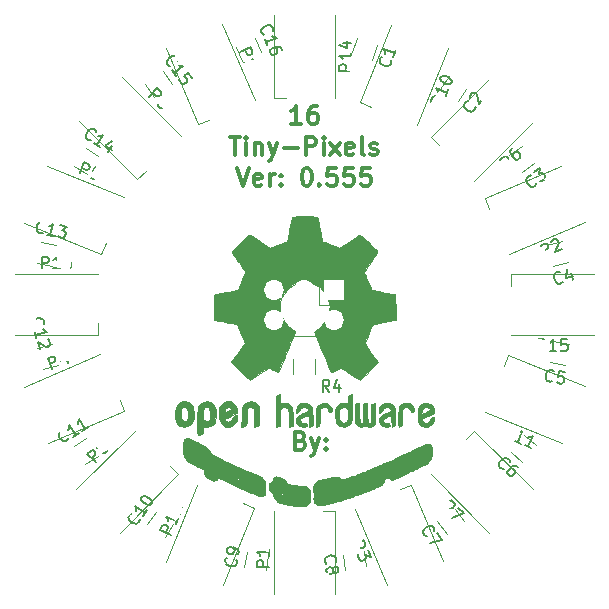
<source format=gto>
G04 #@! TF.GenerationSoftware,KiCad,Pcbnew,5.0-dev-unknown-bc6763e~61~ubuntu16.04.1*
G04 #@! TF.CreationDate,2018-02-24T23:45:45-08:00*
G04 #@! TF.ProjectId,16-Tiny-Pixels-BeforePanel,31362D54696E792D506978656C732D42,rev?*
G04 #@! TF.SameCoordinates,Original*
G04 #@! TF.FileFunction,Legend,Top*
G04 #@! TF.FilePolarity,Positive*
%FSLAX46Y46*%
G04 Gerber Fmt 4.6, Leading zero omitted, Abs format (unit mm)*
G04 Created by KiCad (PCBNEW 5.0-dev-unknown-bc6763e~61~ubuntu16.04.1) date Sat Feb 24 23:45:45 2018*
%MOMM*%
%LPD*%
G01*
G04 APERTURE LIST*
%ADD10C,0.375000*%
%ADD11C,0.010000*%
%ADD12C,0.120000*%
%ADD13C,0.150000*%
%ADD14C,1.245000*%
%ADD15O,1.700000X1.700000*%
%ADD16R,1.700000X1.700000*%
%ADD17R,1.800000X1.245000*%
%ADD18C,1.000000*%
%ADD19R,1.600000X1.000000*%
%ADD20R,1.000000X1.600000*%
G04 APERTURE END LIST*
D10*
X44688571Y-56522857D02*
X44902857Y-56594285D01*
X44974285Y-56665714D01*
X45045714Y-56808571D01*
X45045714Y-57022857D01*
X44974285Y-57165714D01*
X44902857Y-57237142D01*
X44760000Y-57308571D01*
X44188571Y-57308571D01*
X44188571Y-55808571D01*
X44688571Y-55808571D01*
X44831428Y-55880000D01*
X44902857Y-55951428D01*
X44974285Y-56094285D01*
X44974285Y-56237142D01*
X44902857Y-56380000D01*
X44831428Y-56451428D01*
X44688571Y-56522857D01*
X44188571Y-56522857D01*
X45545714Y-56308571D02*
X45902857Y-57308571D01*
X46260000Y-56308571D02*
X45902857Y-57308571D01*
X45760000Y-57665714D01*
X45688571Y-57737142D01*
X45545714Y-57808571D01*
X46831428Y-57165714D02*
X46902857Y-57237142D01*
X46831428Y-57308571D01*
X46760000Y-57237142D01*
X46831428Y-57165714D01*
X46831428Y-57308571D01*
X46831428Y-56380000D02*
X46902857Y-56451428D01*
X46831428Y-56522857D01*
X46760000Y-56451428D01*
X46831428Y-56380000D01*
X46831428Y-56522857D01*
X44724285Y-29693571D02*
X43867142Y-29693571D01*
X44295714Y-29693571D02*
X44295714Y-28193571D01*
X44152857Y-28407857D01*
X44010000Y-28550714D01*
X43867142Y-28622142D01*
X46010000Y-28193571D02*
X45724285Y-28193571D01*
X45581428Y-28265000D01*
X45510000Y-28336428D01*
X45367142Y-28550714D01*
X45295714Y-28836428D01*
X45295714Y-29407857D01*
X45367142Y-29550714D01*
X45438571Y-29622142D01*
X45581428Y-29693571D01*
X45867142Y-29693571D01*
X46010000Y-29622142D01*
X46081428Y-29550714D01*
X46152857Y-29407857D01*
X46152857Y-29050714D01*
X46081428Y-28907857D01*
X46010000Y-28836428D01*
X45867142Y-28765000D01*
X45581428Y-28765000D01*
X45438571Y-28836428D01*
X45367142Y-28907857D01*
X45295714Y-29050714D01*
X38688571Y-30818571D02*
X39545714Y-30818571D01*
X39117142Y-32318571D02*
X39117142Y-30818571D01*
X40045714Y-32318571D02*
X40045714Y-31318571D01*
X40045714Y-30818571D02*
X39974285Y-30890000D01*
X40045714Y-30961428D01*
X40117142Y-30890000D01*
X40045714Y-30818571D01*
X40045714Y-30961428D01*
X40760000Y-31318571D02*
X40760000Y-32318571D01*
X40760000Y-31461428D02*
X40831428Y-31390000D01*
X40974285Y-31318571D01*
X41188571Y-31318571D01*
X41331428Y-31390000D01*
X41402857Y-31532857D01*
X41402857Y-32318571D01*
X41974285Y-31318571D02*
X42331428Y-32318571D01*
X42688571Y-31318571D02*
X42331428Y-32318571D01*
X42188571Y-32675714D01*
X42117142Y-32747142D01*
X41974285Y-32818571D01*
X43260000Y-31747142D02*
X44402857Y-31747142D01*
X45117142Y-32318571D02*
X45117142Y-30818571D01*
X45688571Y-30818571D01*
X45831428Y-30890000D01*
X45902857Y-30961428D01*
X45974285Y-31104285D01*
X45974285Y-31318571D01*
X45902857Y-31461428D01*
X45831428Y-31532857D01*
X45688571Y-31604285D01*
X45117142Y-31604285D01*
X46617142Y-32318571D02*
X46617142Y-31318571D01*
X46617142Y-30818571D02*
X46545714Y-30890000D01*
X46617142Y-30961428D01*
X46688571Y-30890000D01*
X46617142Y-30818571D01*
X46617142Y-30961428D01*
X47188571Y-32318571D02*
X47974285Y-31318571D01*
X47188571Y-31318571D02*
X47974285Y-32318571D01*
X49117142Y-32247142D02*
X48974285Y-32318571D01*
X48688571Y-32318571D01*
X48545714Y-32247142D01*
X48474285Y-32104285D01*
X48474285Y-31532857D01*
X48545714Y-31390000D01*
X48688571Y-31318571D01*
X48974285Y-31318571D01*
X49117142Y-31390000D01*
X49188571Y-31532857D01*
X49188571Y-31675714D01*
X48474285Y-31818571D01*
X50045714Y-32318571D02*
X49902857Y-32247142D01*
X49831428Y-32104285D01*
X49831428Y-30818571D01*
X50545714Y-32247142D02*
X50688571Y-32318571D01*
X50974285Y-32318571D01*
X51117142Y-32247142D01*
X51188571Y-32104285D01*
X51188571Y-32032857D01*
X51117142Y-31890000D01*
X50974285Y-31818571D01*
X50760000Y-31818571D01*
X50617142Y-31747142D01*
X50545714Y-31604285D01*
X50545714Y-31532857D01*
X50617142Y-31390000D01*
X50760000Y-31318571D01*
X50974285Y-31318571D01*
X51117142Y-31390000D01*
X39260000Y-33443571D02*
X39760000Y-34943571D01*
X40260000Y-33443571D01*
X41331428Y-34872142D02*
X41188571Y-34943571D01*
X40902857Y-34943571D01*
X40760000Y-34872142D01*
X40688571Y-34729285D01*
X40688571Y-34157857D01*
X40760000Y-34015000D01*
X40902857Y-33943571D01*
X41188571Y-33943571D01*
X41331428Y-34015000D01*
X41402857Y-34157857D01*
X41402857Y-34300714D01*
X40688571Y-34443571D01*
X42045714Y-34943571D02*
X42045714Y-33943571D01*
X42045714Y-34229285D02*
X42117142Y-34086428D01*
X42188571Y-34015000D01*
X42331428Y-33943571D01*
X42474285Y-33943571D01*
X42974285Y-34800714D02*
X43045714Y-34872142D01*
X42974285Y-34943571D01*
X42902857Y-34872142D01*
X42974285Y-34800714D01*
X42974285Y-34943571D01*
X42974285Y-34015000D02*
X43045714Y-34086428D01*
X42974285Y-34157857D01*
X42902857Y-34086428D01*
X42974285Y-34015000D01*
X42974285Y-34157857D01*
X45117142Y-33443571D02*
X45260000Y-33443571D01*
X45402857Y-33515000D01*
X45474285Y-33586428D01*
X45545714Y-33729285D01*
X45617142Y-34015000D01*
X45617142Y-34372142D01*
X45545714Y-34657857D01*
X45474285Y-34800714D01*
X45402857Y-34872142D01*
X45260000Y-34943571D01*
X45117142Y-34943571D01*
X44974285Y-34872142D01*
X44902857Y-34800714D01*
X44831428Y-34657857D01*
X44760000Y-34372142D01*
X44760000Y-34015000D01*
X44831428Y-33729285D01*
X44902857Y-33586428D01*
X44974285Y-33515000D01*
X45117142Y-33443571D01*
X46260000Y-34800714D02*
X46331428Y-34872142D01*
X46260000Y-34943571D01*
X46188571Y-34872142D01*
X46260000Y-34800714D01*
X46260000Y-34943571D01*
X47688571Y-33443571D02*
X46974285Y-33443571D01*
X46902857Y-34157857D01*
X46974285Y-34086428D01*
X47117142Y-34015000D01*
X47474285Y-34015000D01*
X47617142Y-34086428D01*
X47688571Y-34157857D01*
X47760000Y-34300714D01*
X47760000Y-34657857D01*
X47688571Y-34800714D01*
X47617142Y-34872142D01*
X47474285Y-34943571D01*
X47117142Y-34943571D01*
X46974285Y-34872142D01*
X46902857Y-34800714D01*
X49117142Y-33443571D02*
X48402857Y-33443571D01*
X48331428Y-34157857D01*
X48402857Y-34086428D01*
X48545714Y-34015000D01*
X48902857Y-34015000D01*
X49045714Y-34086428D01*
X49117142Y-34157857D01*
X49188571Y-34300714D01*
X49188571Y-34657857D01*
X49117142Y-34800714D01*
X49045714Y-34872142D01*
X48902857Y-34943571D01*
X48545714Y-34943571D01*
X48402857Y-34872142D01*
X48331428Y-34800714D01*
X50545714Y-33443571D02*
X49831428Y-33443571D01*
X49760000Y-34157857D01*
X49831428Y-34086428D01*
X49974285Y-34015000D01*
X50331428Y-34015000D01*
X50474285Y-34086428D01*
X50545714Y-34157857D01*
X50617142Y-34300714D01*
X50617142Y-34657857D01*
X50545714Y-34800714D01*
X50474285Y-34872142D01*
X50331428Y-34943571D01*
X49974285Y-34943571D01*
X49831428Y-34872142D01*
X49760000Y-34800714D01*
D11*
G36*
X35909150Y-57647499D02*
X35928710Y-57658706D01*
X35938113Y-57676170D01*
X35940846Y-57707397D01*
X35940900Y-57715840D01*
X35939407Y-57751298D01*
X35932787Y-57767306D01*
X35917823Y-57767212D01*
X35899625Y-57758814D01*
X35884834Y-57743399D01*
X35878207Y-57713945D01*
X35877400Y-57690820D01*
X35878002Y-57657570D01*
X35882037Y-57642621D01*
X35892847Y-57641415D01*
X35909150Y-57647499D01*
X35909150Y-57647499D01*
G37*
X35909150Y-57647499D02*
X35928710Y-57658706D01*
X35938113Y-57676170D01*
X35940846Y-57707397D01*
X35940900Y-57715840D01*
X35939407Y-57751298D01*
X35932787Y-57767306D01*
X35917823Y-57767212D01*
X35899625Y-57758814D01*
X35884834Y-57743399D01*
X35878207Y-57713945D01*
X35877400Y-57690820D01*
X35878002Y-57657570D01*
X35882037Y-57642621D01*
X35892847Y-57641415D01*
X35909150Y-57647499D01*
G36*
X35841390Y-57516500D02*
X35897859Y-57545818D01*
X35950231Y-57574111D01*
X35994007Y-57598892D01*
X36024687Y-57617676D01*
X36037773Y-57627978D01*
X36037850Y-57628139D01*
X36039696Y-57644044D01*
X36040664Y-57677824D01*
X36040692Y-57724505D01*
X36039735Y-57778467D01*
X36036150Y-57915963D01*
X35906298Y-57852135D01*
X35776446Y-57788308D01*
X35776167Y-57656462D01*
X35813900Y-57656462D01*
X35813900Y-57758954D01*
X35905975Y-57804916D01*
X35948528Y-57825997D01*
X35981495Y-57842026D01*
X35999485Y-57850393D01*
X36001225Y-57851028D01*
X36002631Y-57840523D01*
X36003718Y-57812280D01*
X36004325Y-57771422D01*
X36004400Y-57749602D01*
X36004400Y-57648024D01*
X35916454Y-57600997D01*
X35874636Y-57579088D01*
X35841592Y-57562621D01*
X35823018Y-57554407D01*
X35821204Y-57553969D01*
X35817982Y-57564548D01*
X35815486Y-57592876D01*
X35814080Y-57633843D01*
X35813900Y-57656462D01*
X35776167Y-57656462D01*
X35776123Y-57636171D01*
X35776672Y-57580688D01*
X35778402Y-57534967D01*
X35781062Y-57503032D01*
X35784401Y-57488911D01*
X35785325Y-57488641D01*
X35841390Y-57516500D01*
X35841390Y-57516500D01*
G37*
X35841390Y-57516500D02*
X35897859Y-57545818D01*
X35950231Y-57574111D01*
X35994007Y-57598892D01*
X36024687Y-57617676D01*
X36037773Y-57627978D01*
X36037850Y-57628139D01*
X36039696Y-57644044D01*
X36040664Y-57677824D01*
X36040692Y-57724505D01*
X36039735Y-57778467D01*
X36036150Y-57915963D01*
X35906298Y-57852135D01*
X35776446Y-57788308D01*
X35776167Y-57656462D01*
X35813900Y-57656462D01*
X35813900Y-57758954D01*
X35905975Y-57804916D01*
X35948528Y-57825997D01*
X35981495Y-57842026D01*
X35999485Y-57850393D01*
X36001225Y-57851028D01*
X36002631Y-57840523D01*
X36003718Y-57812280D01*
X36004325Y-57771422D01*
X36004400Y-57749602D01*
X36004400Y-57648024D01*
X35916454Y-57600997D01*
X35874636Y-57579088D01*
X35841592Y-57562621D01*
X35823018Y-57554407D01*
X35821204Y-57553969D01*
X35817982Y-57564548D01*
X35815486Y-57592876D01*
X35814080Y-57633843D01*
X35813900Y-57656462D01*
X35776167Y-57656462D01*
X35776123Y-57636171D01*
X35776672Y-57580688D01*
X35778402Y-57534967D01*
X35781062Y-57503032D01*
X35784401Y-57488911D01*
X35785325Y-57488641D01*
X35841390Y-57516500D01*
G36*
X35680932Y-57342274D02*
X35711799Y-57357526D01*
X35757244Y-57380677D01*
X35813618Y-57409869D01*
X35868321Y-57438529D01*
X35934945Y-57473348D01*
X35997410Y-57505506D01*
X36050992Y-57532610D01*
X36090970Y-57552265D01*
X36109175Y-57560673D01*
X36156800Y-57581066D01*
X36156800Y-57824718D01*
X36156324Y-57896570D01*
X36154994Y-57960027D01*
X36152955Y-58011774D01*
X36150352Y-58048497D01*
X36147328Y-58066880D01*
X36146151Y-58068371D01*
X36132246Y-58062915D01*
X36100065Y-58047751D01*
X36053276Y-58024685D01*
X35995545Y-57995525D01*
X35933426Y-57963574D01*
X35866421Y-57928824D01*
X35804829Y-57896880D01*
X35752925Y-57869959D01*
X35714983Y-57850277D01*
X35696505Y-57840689D01*
X35661660Y-57822601D01*
X35661654Y-57803240D01*
X35712300Y-57803240D01*
X35899625Y-57901297D01*
X35961773Y-57933563D01*
X36016338Y-57961386D01*
X36059533Y-57982878D01*
X36087569Y-57996145D01*
X36096475Y-57999569D01*
X36099563Y-57988825D01*
X36102202Y-57958900D01*
X36104217Y-57913471D01*
X36105437Y-57856220D01*
X36105722Y-57802597D01*
X36105445Y-57605410D01*
X35982023Y-57542538D01*
X35922456Y-57512142D01*
X35862175Y-57481293D01*
X35809906Y-57454461D01*
X35785450Y-57441854D01*
X35712300Y-57404041D01*
X35712300Y-57803240D01*
X35661654Y-57803240D01*
X35661580Y-57579690D01*
X35661860Y-57507952D01*
X35662691Y-57444615D01*
X35663978Y-57392997D01*
X35665632Y-57356420D01*
X35667560Y-57338202D01*
X35668296Y-57336778D01*
X35680932Y-57342274D01*
X35680932Y-57342274D01*
G37*
X35680932Y-57342274D02*
X35711799Y-57357526D01*
X35757244Y-57380677D01*
X35813618Y-57409869D01*
X35868321Y-57438529D01*
X35934945Y-57473348D01*
X35997410Y-57505506D01*
X36050992Y-57532610D01*
X36090970Y-57552265D01*
X36109175Y-57560673D01*
X36156800Y-57581066D01*
X36156800Y-57824718D01*
X36156324Y-57896570D01*
X36154994Y-57960027D01*
X36152955Y-58011774D01*
X36150352Y-58048497D01*
X36147328Y-58066880D01*
X36146151Y-58068371D01*
X36132246Y-58062915D01*
X36100065Y-58047751D01*
X36053276Y-58024685D01*
X35995545Y-57995525D01*
X35933426Y-57963574D01*
X35866421Y-57928824D01*
X35804829Y-57896880D01*
X35752925Y-57869959D01*
X35714983Y-57850277D01*
X35696505Y-57840689D01*
X35661660Y-57822601D01*
X35661654Y-57803240D01*
X35712300Y-57803240D01*
X35899625Y-57901297D01*
X35961773Y-57933563D01*
X36016338Y-57961386D01*
X36059533Y-57982878D01*
X36087569Y-57996145D01*
X36096475Y-57999569D01*
X36099563Y-57988825D01*
X36102202Y-57958900D01*
X36104217Y-57913471D01*
X36105437Y-57856220D01*
X36105722Y-57802597D01*
X36105445Y-57605410D01*
X35982023Y-57542538D01*
X35922456Y-57512142D01*
X35862175Y-57481293D01*
X35809906Y-57454461D01*
X35785450Y-57441854D01*
X35712300Y-57404041D01*
X35712300Y-57803240D01*
X35661654Y-57803240D01*
X35661580Y-57579690D01*
X35661860Y-57507952D01*
X35662691Y-57444615D01*
X35663978Y-57392997D01*
X35665632Y-57356420D01*
X35667560Y-57338202D01*
X35668296Y-57336778D01*
X35680932Y-57342274D01*
G36*
X37394907Y-58611036D02*
X37425290Y-58625825D01*
X37469108Y-58647882D01*
X37522103Y-58675085D01*
X37534613Y-58681572D01*
X37680800Y-58757509D01*
X37680800Y-58807314D01*
X37680150Y-58837348D01*
X37678511Y-58854890D01*
X37677625Y-58856784D01*
X37665896Y-58851536D01*
X37636445Y-58837538D01*
X37593850Y-58816985D01*
X37547787Y-58794562D01*
X37497078Y-58770418D01*
X37455023Y-58751588D01*
X37426275Y-58740076D01*
X37415606Y-58737642D01*
X37402750Y-58735786D01*
X37393043Y-58729878D01*
X37385132Y-58714690D01*
X37379084Y-58687168D01*
X37378364Y-58680576D01*
X37430510Y-58680576D01*
X37445187Y-58690372D01*
X37474856Y-58707538D01*
X37513296Y-58728742D01*
X37554287Y-58750652D01*
X37591609Y-58769936D01*
X37619039Y-58783263D01*
X37630000Y-58787420D01*
X37625647Y-58781798D01*
X37606341Y-58768350D01*
X37605676Y-58767929D01*
X37579664Y-58752699D01*
X37545080Y-58734008D01*
X37507402Y-58714588D01*
X37472110Y-58697172D01*
X37444681Y-58684493D01*
X37430596Y-58679281D01*
X37430510Y-58680576D01*
X37378364Y-58680576D01*
X37375574Y-58655064D01*
X37375277Y-58626131D01*
X37378871Y-58608123D01*
X37382213Y-58605635D01*
X37394907Y-58611036D01*
X37394907Y-58611036D01*
G37*
X37394907Y-58611036D02*
X37425290Y-58625825D01*
X37469108Y-58647882D01*
X37522103Y-58675085D01*
X37534613Y-58681572D01*
X37680800Y-58757509D01*
X37680800Y-58807314D01*
X37680150Y-58837348D01*
X37678511Y-58854890D01*
X37677625Y-58856784D01*
X37665896Y-58851536D01*
X37636445Y-58837538D01*
X37593850Y-58816985D01*
X37547787Y-58794562D01*
X37497078Y-58770418D01*
X37455023Y-58751588D01*
X37426275Y-58740076D01*
X37415606Y-58737642D01*
X37402750Y-58735786D01*
X37393043Y-58729878D01*
X37385132Y-58714690D01*
X37379084Y-58687168D01*
X37378364Y-58680576D01*
X37430510Y-58680576D01*
X37445187Y-58690372D01*
X37474856Y-58707538D01*
X37513296Y-58728742D01*
X37554287Y-58750652D01*
X37591609Y-58769936D01*
X37619039Y-58783263D01*
X37630000Y-58787420D01*
X37625647Y-58781798D01*
X37606341Y-58768350D01*
X37605676Y-58767929D01*
X37579664Y-58752699D01*
X37545080Y-58734008D01*
X37507402Y-58714588D01*
X37472110Y-58697172D01*
X37444681Y-58684493D01*
X37430596Y-58679281D01*
X37430510Y-58680576D01*
X37378364Y-58680576D01*
X37375574Y-58655064D01*
X37375277Y-58626131D01*
X37378871Y-58608123D01*
X37382213Y-58605635D01*
X37394907Y-58611036D01*
G36*
X48689504Y-60490554D02*
X48691472Y-60516321D01*
X48691700Y-60530536D01*
X48691700Y-60580729D01*
X48548825Y-60627793D01*
X48492535Y-60646080D01*
X48445023Y-60661035D01*
X48411308Y-60671112D01*
X48396425Y-60674764D01*
X48390686Y-60664497D01*
X48387293Y-60638693D01*
X48386900Y-60624421D01*
X48386900Y-60615983D01*
X48440869Y-60615983D01*
X48456750Y-60612309D01*
X48482649Y-60603824D01*
X48522192Y-60591136D01*
X48551654Y-60581788D01*
X48591844Y-60567822D01*
X48622617Y-60554817D01*
X48634204Y-60547960D01*
X48629535Y-60545928D01*
X48605724Y-60550872D01*
X48567413Y-60561742D01*
X48552000Y-60566573D01*
X48505409Y-60582426D01*
X48467823Y-60596948D01*
X48446039Y-60607467D01*
X48444050Y-60608972D01*
X48440869Y-60615983D01*
X48386900Y-60615983D01*
X48386900Y-60574170D01*
X48533771Y-60527256D01*
X48590508Y-60509269D01*
X48637994Y-60494471D01*
X48671428Y-60484340D01*
X48686012Y-60480354D01*
X48686171Y-60480342D01*
X48689504Y-60490554D01*
X48689504Y-60490554D01*
G37*
X48689504Y-60490554D02*
X48691472Y-60516321D01*
X48691700Y-60530536D01*
X48691700Y-60580729D01*
X48548825Y-60627793D01*
X48492535Y-60646080D01*
X48445023Y-60661035D01*
X48411308Y-60671112D01*
X48396425Y-60674764D01*
X48390686Y-60664497D01*
X48387293Y-60638693D01*
X48386900Y-60624421D01*
X48386900Y-60615983D01*
X48440869Y-60615983D01*
X48456750Y-60612309D01*
X48482649Y-60603824D01*
X48522192Y-60591136D01*
X48551654Y-60581788D01*
X48591844Y-60567822D01*
X48622617Y-60554817D01*
X48634204Y-60547960D01*
X48629535Y-60545928D01*
X48605724Y-60550872D01*
X48567413Y-60561742D01*
X48552000Y-60566573D01*
X48505409Y-60582426D01*
X48467823Y-60596948D01*
X48446039Y-60607467D01*
X48444050Y-60608972D01*
X48440869Y-60615983D01*
X48386900Y-60615983D01*
X48386900Y-60574170D01*
X48533771Y-60527256D01*
X48590508Y-60509269D01*
X48637994Y-60494471D01*
X48671428Y-60484340D01*
X48686012Y-60480354D01*
X48686171Y-60480342D01*
X48689504Y-60490554D01*
G36*
X44230084Y-61135732D02*
X44253955Y-61139653D01*
X44294352Y-61144355D01*
X44341950Y-61148769D01*
X44410614Y-61154533D01*
X44457957Y-61159737D01*
X44487941Y-61166002D01*
X44504530Y-61174951D01*
X44511685Y-61188203D01*
X44513370Y-61207382D01*
X44513400Y-61218923D01*
X44512368Y-61249980D01*
X44505821Y-61264275D01*
X44488583Y-61267905D01*
X44472125Y-61267545D01*
X44440143Y-61265327D01*
X44392083Y-61260821D01*
X44337023Y-61254896D01*
X44322900Y-61253256D01*
X44214950Y-61240513D01*
X44211602Y-61193250D01*
X44263225Y-61193250D01*
X44271358Y-61197237D01*
X44298520Y-61202164D01*
X44331355Y-61206152D01*
X44373540Y-61210866D01*
X44405720Y-61215236D01*
X44418150Y-61217623D01*
X44446401Y-61222243D01*
X44461727Y-61216743D01*
X44462600Y-61213512D01*
X44451147Y-61208402D01*
X44421707Y-61202851D01*
X44381661Y-61197611D01*
X44338386Y-61193430D01*
X44299263Y-61191059D01*
X44271670Y-61191248D01*
X44263225Y-61193250D01*
X44211602Y-61193250D01*
X44211034Y-61185233D01*
X44209797Y-61152314D01*
X44213524Y-61137077D01*
X44224145Y-61134508D01*
X44230084Y-61135732D01*
X44230084Y-61135732D01*
G37*
X44230084Y-61135732D02*
X44253955Y-61139653D01*
X44294352Y-61144355D01*
X44341950Y-61148769D01*
X44410614Y-61154533D01*
X44457957Y-61159737D01*
X44487941Y-61166002D01*
X44504530Y-61174951D01*
X44511685Y-61188203D01*
X44513370Y-61207382D01*
X44513400Y-61218923D01*
X44512368Y-61249980D01*
X44505821Y-61264275D01*
X44488583Y-61267905D01*
X44472125Y-61267545D01*
X44440143Y-61265327D01*
X44392083Y-61260821D01*
X44337023Y-61254896D01*
X44322900Y-61253256D01*
X44214950Y-61240513D01*
X44211602Y-61193250D01*
X44263225Y-61193250D01*
X44271358Y-61197237D01*
X44298520Y-61202164D01*
X44331355Y-61206152D01*
X44373540Y-61210866D01*
X44405720Y-61215236D01*
X44418150Y-61217623D01*
X44446401Y-61222243D01*
X44461727Y-61216743D01*
X44462600Y-61213512D01*
X44451147Y-61208402D01*
X44421707Y-61202851D01*
X44381661Y-61197611D01*
X44338386Y-61193430D01*
X44299263Y-61191059D01*
X44271670Y-61191248D01*
X44263225Y-61193250D01*
X44211602Y-61193250D01*
X44211034Y-61185233D01*
X44209797Y-61152314D01*
X44213524Y-61137077D01*
X44224145Y-61134508D01*
X44230084Y-61135732D01*
G36*
X35585770Y-57205169D02*
X35621512Y-57220698D01*
X35672218Y-57244438D01*
X35734465Y-57274640D01*
X35804830Y-57309551D01*
X35879887Y-57347422D01*
X35956215Y-57386499D01*
X36030387Y-57425034D01*
X36098982Y-57461274D01*
X36158575Y-57493468D01*
X36205742Y-57519866D01*
X36237059Y-57538716D01*
X36248680Y-57547522D01*
X36251082Y-57561688D01*
X36253268Y-57595720D01*
X36255154Y-57646620D01*
X36256658Y-57711392D01*
X36257695Y-57787039D01*
X36258181Y-57870564D01*
X36258205Y-57888330D01*
X36258028Y-57987942D01*
X36257303Y-58066673D01*
X36255934Y-58126499D01*
X36253829Y-58169400D01*
X36250892Y-58197351D01*
X36247028Y-58212331D01*
X36242525Y-58216354D01*
X36227716Y-58210526D01*
X36194249Y-58194438D01*
X36145198Y-58169663D01*
X36083640Y-58137774D01*
X36012648Y-58100345D01*
X35944798Y-58064064D01*
X35865592Y-58021703D01*
X35790877Y-57982233D01*
X35724250Y-57947517D01*
X35669309Y-57919416D01*
X35629652Y-57899794D01*
X35611423Y-57891482D01*
X35559900Y-57870569D01*
X35559900Y-57556827D01*
X35611111Y-57556827D01*
X35611523Y-57845464D01*
X35746446Y-57914050D01*
X35811735Y-57947256D01*
X35889337Y-57986748D01*
X35969464Y-58027544D01*
X36041309Y-58064143D01*
X36201250Y-58145649D01*
X36204653Y-57864304D01*
X36205387Y-57785979D01*
X36205648Y-57715035D01*
X36205454Y-57654740D01*
X36204827Y-57608363D01*
X36203789Y-57579172D01*
X36202774Y-57570569D01*
X36190166Y-57560600D01*
X36158879Y-57541591D01*
X36112550Y-57515424D01*
X36054814Y-57483980D01*
X35989306Y-57449140D01*
X35919664Y-57412786D01*
X35849523Y-57376798D01*
X35782519Y-57343058D01*
X35722289Y-57313447D01*
X35672468Y-57289846D01*
X35636692Y-57274136D01*
X35618597Y-57268199D01*
X35618319Y-57268191D01*
X35616262Y-57279114D01*
X35614447Y-57309854D01*
X35612951Y-57357364D01*
X35611851Y-57418600D01*
X35611221Y-57490515D01*
X35611111Y-57556827D01*
X35559900Y-57556827D01*
X35559900Y-57535087D01*
X35560178Y-57450156D01*
X35560965Y-57373131D01*
X35562189Y-57306836D01*
X35563778Y-57254097D01*
X35565661Y-57217737D01*
X35567765Y-57200583D01*
X35568417Y-57199604D01*
X35585770Y-57205169D01*
X35585770Y-57205169D01*
G37*
X35585770Y-57205169D02*
X35621512Y-57220698D01*
X35672218Y-57244438D01*
X35734465Y-57274640D01*
X35804830Y-57309551D01*
X35879887Y-57347422D01*
X35956215Y-57386499D01*
X36030387Y-57425034D01*
X36098982Y-57461274D01*
X36158575Y-57493468D01*
X36205742Y-57519866D01*
X36237059Y-57538716D01*
X36248680Y-57547522D01*
X36251082Y-57561688D01*
X36253268Y-57595720D01*
X36255154Y-57646620D01*
X36256658Y-57711392D01*
X36257695Y-57787039D01*
X36258181Y-57870564D01*
X36258205Y-57888330D01*
X36258028Y-57987942D01*
X36257303Y-58066673D01*
X36255934Y-58126499D01*
X36253829Y-58169400D01*
X36250892Y-58197351D01*
X36247028Y-58212331D01*
X36242525Y-58216354D01*
X36227716Y-58210526D01*
X36194249Y-58194438D01*
X36145198Y-58169663D01*
X36083640Y-58137774D01*
X36012648Y-58100345D01*
X35944798Y-58064064D01*
X35865592Y-58021703D01*
X35790877Y-57982233D01*
X35724250Y-57947517D01*
X35669309Y-57919416D01*
X35629652Y-57899794D01*
X35611423Y-57891482D01*
X35559900Y-57870569D01*
X35559900Y-57556827D01*
X35611111Y-57556827D01*
X35611523Y-57845464D01*
X35746446Y-57914050D01*
X35811735Y-57947256D01*
X35889337Y-57986748D01*
X35969464Y-58027544D01*
X36041309Y-58064143D01*
X36201250Y-58145649D01*
X36204653Y-57864304D01*
X36205387Y-57785979D01*
X36205648Y-57715035D01*
X36205454Y-57654740D01*
X36204827Y-57608363D01*
X36203789Y-57579172D01*
X36202774Y-57570569D01*
X36190166Y-57560600D01*
X36158879Y-57541591D01*
X36112550Y-57515424D01*
X36054814Y-57483980D01*
X35989306Y-57449140D01*
X35919664Y-57412786D01*
X35849523Y-57376798D01*
X35782519Y-57343058D01*
X35722289Y-57313447D01*
X35672468Y-57289846D01*
X35636692Y-57274136D01*
X35618597Y-57268199D01*
X35618319Y-57268191D01*
X35616262Y-57279114D01*
X35614447Y-57309854D01*
X35612951Y-57357364D01*
X35611851Y-57418600D01*
X35611221Y-57490515D01*
X35611111Y-57556827D01*
X35559900Y-57556827D01*
X35559900Y-57535087D01*
X35560178Y-57450156D01*
X35560965Y-57373131D01*
X35562189Y-57306836D01*
X35563778Y-57254097D01*
X35565661Y-57217737D01*
X35567765Y-57200583D01*
X35568417Y-57199604D01*
X35585770Y-57205169D01*
G36*
X37385204Y-58508949D02*
X37470519Y-58550626D01*
X37550929Y-58590420D01*
X37623103Y-58626642D01*
X37683709Y-58657602D01*
X37729417Y-58681611D01*
X37756893Y-58696979D01*
X37760577Y-58699309D01*
X37769984Y-58708022D01*
X37776168Y-58721896D01*
X37779609Y-58744984D01*
X37780790Y-58781337D01*
X37780191Y-58835005D01*
X37779627Y-58859593D01*
X37776050Y-59004732D01*
X37718900Y-58972957D01*
X37655593Y-58939879D01*
X37584662Y-58906102D01*
X37518175Y-58877278D01*
X37496650Y-58868824D01*
X37461595Y-58854933D01*
X37434512Y-58843239D01*
X37408002Y-58835995D01*
X37367824Y-58830267D01*
X37345612Y-58828541D01*
X37280750Y-58825055D01*
X37279550Y-58761501D01*
X37325200Y-58761501D01*
X37410925Y-58786986D01*
X37462189Y-58804893D01*
X37524051Y-58830388D01*
X37585607Y-58858881D01*
X37604600Y-58868474D01*
X37651551Y-58892416D01*
X37690270Y-58911385D01*
X37715519Y-58922855D01*
X37722075Y-58925092D01*
X37726380Y-58914831D01*
X37729672Y-58886920D01*
X37731437Y-58846569D01*
X37731600Y-58828734D01*
X37731600Y-58731762D01*
X37670847Y-58704052D01*
X37635930Y-58687334D01*
X37585872Y-58662344D01*
X37527383Y-58632475D01*
X37467647Y-58601365D01*
X37325200Y-58526388D01*
X37325200Y-58761501D01*
X37279550Y-58761501D01*
X37277254Y-58639960D01*
X37273759Y-58454864D01*
X37385204Y-58508949D01*
X37385204Y-58508949D01*
G37*
X37385204Y-58508949D02*
X37470519Y-58550626D01*
X37550929Y-58590420D01*
X37623103Y-58626642D01*
X37683709Y-58657602D01*
X37729417Y-58681611D01*
X37756893Y-58696979D01*
X37760577Y-58699309D01*
X37769984Y-58708022D01*
X37776168Y-58721896D01*
X37779609Y-58744984D01*
X37780790Y-58781337D01*
X37780191Y-58835005D01*
X37779627Y-58859593D01*
X37776050Y-59004732D01*
X37718900Y-58972957D01*
X37655593Y-58939879D01*
X37584662Y-58906102D01*
X37518175Y-58877278D01*
X37496650Y-58868824D01*
X37461595Y-58854933D01*
X37434512Y-58843239D01*
X37408002Y-58835995D01*
X37367824Y-58830267D01*
X37345612Y-58828541D01*
X37280750Y-58825055D01*
X37279550Y-58761501D01*
X37325200Y-58761501D01*
X37410925Y-58786986D01*
X37462189Y-58804893D01*
X37524051Y-58830388D01*
X37585607Y-58858881D01*
X37604600Y-58868474D01*
X37651551Y-58892416D01*
X37690270Y-58911385D01*
X37715519Y-58922855D01*
X37722075Y-58925092D01*
X37726380Y-58914831D01*
X37729672Y-58886920D01*
X37731437Y-58846569D01*
X37731600Y-58828734D01*
X37731600Y-58731762D01*
X37670847Y-58704052D01*
X37635930Y-58687334D01*
X37585872Y-58662344D01*
X37527383Y-58632475D01*
X37467647Y-58601365D01*
X37325200Y-58526388D01*
X37325200Y-58761501D01*
X37279550Y-58761501D01*
X37277254Y-58639960D01*
X37273759Y-58454864D01*
X37385204Y-58508949D01*
G36*
X38837377Y-59229120D02*
X38848638Y-59240155D01*
X38835812Y-59245555D01*
X38829400Y-59245779D01*
X38816320Y-59240154D01*
X38817578Y-59234161D01*
X38832798Y-59227567D01*
X38837377Y-59229120D01*
X38837377Y-59229120D01*
G37*
X38837377Y-59229120D02*
X38848638Y-59240155D01*
X38835812Y-59245555D01*
X38829400Y-59245779D01*
X38816320Y-59240154D01*
X38817578Y-59234161D01*
X38832798Y-59227567D01*
X38837377Y-59229120D01*
G36*
X54451957Y-57905305D02*
X54444800Y-57919766D01*
X54431684Y-57937731D01*
X54424856Y-57942628D01*
X54424942Y-57934227D01*
X54432100Y-57919766D01*
X54445215Y-57901801D01*
X54452043Y-57896904D01*
X54451957Y-57905305D01*
X54451957Y-57905305D01*
G37*
X54451957Y-57905305D02*
X54444800Y-57919766D01*
X54431684Y-57937731D01*
X54424856Y-57942628D01*
X54424942Y-57934227D01*
X54432100Y-57919766D01*
X54445215Y-57901801D01*
X54452043Y-57896904D01*
X54451957Y-57905305D01*
G36*
X48790999Y-60353902D02*
X48792112Y-60383317D01*
X48792907Y-60427229D01*
X48793283Y-60481459D01*
X48793300Y-60496266D01*
X48792960Y-60558829D01*
X48791599Y-60602244D01*
X48788703Y-60630222D01*
X48783761Y-60646474D01*
X48776260Y-60654709D01*
X48771075Y-60657091D01*
X48738375Y-60668178D01*
X48690617Y-60684011D01*
X48632178Y-60703174D01*
X48567437Y-60724254D01*
X48500772Y-60745837D01*
X48436562Y-60766508D01*
X48379186Y-60784854D01*
X48333022Y-60799460D01*
X48302448Y-60808913D01*
X48291898Y-60811845D01*
X48289477Y-60801111D01*
X48287916Y-60771672D01*
X48287315Y-60727679D01*
X48287625Y-60691165D01*
X48337879Y-60691165D01*
X48339791Y-60723437D01*
X48344932Y-60739410D01*
X48351498Y-60742628D01*
X48368620Y-60738670D01*
X48405019Y-60728177D01*
X48456144Y-60712526D01*
X48517443Y-60693096D01*
X48552000Y-60681901D01*
X48736150Y-60621806D01*
X48743378Y-60403388D01*
X48342450Y-60535470D01*
X48338798Y-60639364D01*
X48337879Y-60691165D01*
X48287625Y-60691165D01*
X48287777Y-60673280D01*
X48288116Y-60656487D01*
X48291650Y-60501128D01*
X48538840Y-60422148D01*
X48613104Y-60398474D01*
X48678793Y-60377635D01*
X48732314Y-60360764D01*
X48770073Y-60348992D01*
X48788477Y-60343450D01*
X48789665Y-60343168D01*
X48790999Y-60353902D01*
X48790999Y-60353902D01*
G37*
X48790999Y-60353902D02*
X48792112Y-60383317D01*
X48792907Y-60427229D01*
X48793283Y-60481459D01*
X48793300Y-60496266D01*
X48792960Y-60558829D01*
X48791599Y-60602244D01*
X48788703Y-60630222D01*
X48783761Y-60646474D01*
X48776260Y-60654709D01*
X48771075Y-60657091D01*
X48738375Y-60668178D01*
X48690617Y-60684011D01*
X48632178Y-60703174D01*
X48567437Y-60724254D01*
X48500772Y-60745837D01*
X48436562Y-60766508D01*
X48379186Y-60784854D01*
X48333022Y-60799460D01*
X48302448Y-60808913D01*
X48291898Y-60811845D01*
X48289477Y-60801111D01*
X48287916Y-60771672D01*
X48287315Y-60727679D01*
X48287625Y-60691165D01*
X48337879Y-60691165D01*
X48339791Y-60723437D01*
X48344932Y-60739410D01*
X48351498Y-60742628D01*
X48368620Y-60738670D01*
X48405019Y-60728177D01*
X48456144Y-60712526D01*
X48517443Y-60693096D01*
X48552000Y-60681901D01*
X48736150Y-60621806D01*
X48743378Y-60403388D01*
X48342450Y-60535470D01*
X48338798Y-60639364D01*
X48337879Y-60691165D01*
X48287625Y-60691165D01*
X48287777Y-60673280D01*
X48288116Y-60656487D01*
X48291650Y-60501128D01*
X48538840Y-60422148D01*
X48613104Y-60398474D01*
X48678793Y-60377635D01*
X48732314Y-60360764D01*
X48770073Y-60348992D01*
X48788477Y-60343450D01*
X48789665Y-60343168D01*
X48790999Y-60353902D01*
G36*
X44141925Y-61022321D02*
X44176893Y-61027575D01*
X44230109Y-61034056D01*
X44295047Y-61041128D01*
X44365181Y-61048154D01*
X44433982Y-61054497D01*
X44494925Y-61059519D01*
X44541483Y-61062585D01*
X44561025Y-61063227D01*
X44615000Y-61063330D01*
X44615000Y-61383402D01*
X44580075Y-61382210D01*
X44555096Y-61380355D01*
X44510575Y-61376083D01*
X44452149Y-61369970D01*
X44385458Y-61362593D01*
X44363024Y-61360029D01*
X44294607Y-61351936D01*
X44232423Y-61344200D01*
X44182193Y-61337560D01*
X44149641Y-61332754D01*
X44143949Y-61331735D01*
X44107000Y-61324430D01*
X44107000Y-61181896D01*
X44157800Y-61181896D01*
X44158095Y-61232666D01*
X44159718Y-61264864D01*
X44163771Y-61282778D01*
X44171357Y-61290698D01*
X44183577Y-61292913D01*
X44186375Y-61293037D01*
X44210904Y-61294912D01*
X44253593Y-61299071D01*
X44307421Y-61304807D01*
X44341950Y-61308690D01*
X44401959Y-61315177D01*
X44457853Y-61320522D01*
X44501325Y-61323962D01*
X44516575Y-61324753D01*
X44564200Y-61326247D01*
X44564200Y-61223584D01*
X44564669Y-61181821D01*
X44563595Y-61152342D01*
X44557251Y-61132598D01*
X44541914Y-61120037D01*
X44513856Y-61112111D01*
X44469354Y-61106268D01*
X44404681Y-61099958D01*
X44380050Y-61097518D01*
X44319944Y-61091281D01*
X44263980Y-61085191D01*
X44220506Y-61080169D01*
X44205425Y-61078260D01*
X44157800Y-61071840D01*
X44157800Y-61181896D01*
X44107000Y-61181896D01*
X44107000Y-61015789D01*
X44141925Y-61022321D01*
X44141925Y-61022321D01*
G37*
X44141925Y-61022321D02*
X44176893Y-61027575D01*
X44230109Y-61034056D01*
X44295047Y-61041128D01*
X44365181Y-61048154D01*
X44433982Y-61054497D01*
X44494925Y-61059519D01*
X44541483Y-61062585D01*
X44561025Y-61063227D01*
X44615000Y-61063330D01*
X44615000Y-61383402D01*
X44580075Y-61382210D01*
X44555096Y-61380355D01*
X44510575Y-61376083D01*
X44452149Y-61369970D01*
X44385458Y-61362593D01*
X44363024Y-61360029D01*
X44294607Y-61351936D01*
X44232423Y-61344200D01*
X44182193Y-61337560D01*
X44149641Y-61332754D01*
X44143949Y-61331735D01*
X44107000Y-61324430D01*
X44107000Y-61181896D01*
X44157800Y-61181896D01*
X44158095Y-61232666D01*
X44159718Y-61264864D01*
X44163771Y-61282778D01*
X44171357Y-61290698D01*
X44183577Y-61292913D01*
X44186375Y-61293037D01*
X44210904Y-61294912D01*
X44253593Y-61299071D01*
X44307421Y-61304807D01*
X44341950Y-61308690D01*
X44401959Y-61315177D01*
X44457853Y-61320522D01*
X44501325Y-61323962D01*
X44516575Y-61324753D01*
X44564200Y-61326247D01*
X44564200Y-61223584D01*
X44564669Y-61181821D01*
X44563595Y-61152342D01*
X44557251Y-61132598D01*
X44541914Y-61120037D01*
X44513856Y-61112111D01*
X44469354Y-61106268D01*
X44404681Y-61099958D01*
X44380050Y-61097518D01*
X44319944Y-61091281D01*
X44263980Y-61085191D01*
X44220506Y-61080169D01*
X44205425Y-61078260D01*
X44157800Y-61071840D01*
X44157800Y-61181896D01*
X44107000Y-61181896D01*
X44107000Y-61015789D01*
X44141925Y-61022321D01*
G36*
X35329272Y-56793387D02*
X35366670Y-56802020D01*
X35378925Y-56807097D01*
X35399793Y-56816452D01*
X35407500Y-56816036D01*
X35418031Y-56818067D01*
X35447817Y-56830271D01*
X35494149Y-56851340D01*
X35554316Y-56879967D01*
X35625607Y-56914843D01*
X35705314Y-56954662D01*
X35790725Y-56998117D01*
X35871050Y-57039679D01*
X35951240Y-57081176D01*
X36040611Y-57126874D01*
X36129845Y-57172040D01*
X36209627Y-57211943D01*
X36232673Y-57223337D01*
X36293589Y-57253661D01*
X36347582Y-57281147D01*
X36390229Y-57303495D01*
X36417108Y-57318408D01*
X36423173Y-57322298D01*
X36519657Y-57403519D01*
X36595123Y-57484583D01*
X36642449Y-57553969D01*
X36649628Y-57567407D01*
X36655521Y-57581058D01*
X36660281Y-57597253D01*
X36664056Y-57618318D01*
X36666996Y-57646582D01*
X36669251Y-57684374D01*
X36670971Y-57734022D01*
X36672306Y-57797853D01*
X36673405Y-57878197D01*
X36674419Y-57977382D01*
X36675188Y-58062655D01*
X36676046Y-58199103D01*
X36676000Y-58313234D01*
X36675041Y-58405581D01*
X36673158Y-58476675D01*
X36670340Y-58527049D01*
X36666576Y-58557234D01*
X36665138Y-58562814D01*
X36640501Y-58606187D01*
X36601068Y-58631115D01*
X36546746Y-58637618D01*
X36477443Y-58625718D01*
X36440070Y-58613915D01*
X36408419Y-58600758D01*
X36358014Y-58577373D01*
X36291859Y-58545320D01*
X36212963Y-58506161D01*
X36124331Y-58461460D01*
X36028968Y-58412778D01*
X35929882Y-58361677D01*
X35830079Y-58309720D01*
X35732565Y-58258468D01*
X35640346Y-58209484D01*
X35556428Y-58164330D01*
X35483817Y-58124568D01*
X35425520Y-58091761D01*
X35384544Y-58067469D01*
X35369417Y-58057558D01*
X35288870Y-57994473D01*
X35228814Y-57933502D01*
X35185289Y-57870564D01*
X35181880Y-57864353D01*
X35147150Y-57799739D01*
X35147150Y-57604214D01*
X35509068Y-57604214D01*
X35509403Y-57688463D01*
X35510747Y-57754899D01*
X35513741Y-57806045D01*
X35519029Y-57844425D01*
X35527252Y-57872562D01*
X35539054Y-57892981D01*
X35555076Y-57908204D01*
X35575960Y-57920756D01*
X35602350Y-57933160D01*
X35621662Y-57941839D01*
X35652451Y-57956710D01*
X35701189Y-57981336D01*
X35764035Y-58013726D01*
X35837146Y-58051888D01*
X35916681Y-58093830D01*
X35985336Y-58130362D01*
X36063197Y-58171569D01*
X36134186Y-58208379D01*
X36195317Y-58239305D01*
X36243602Y-58262857D01*
X36276053Y-58277550D01*
X36289615Y-58281917D01*
X36293936Y-58269157D01*
X36297676Y-58233839D01*
X36300820Y-58176262D01*
X36303357Y-58096724D01*
X36305271Y-57995523D01*
X36306204Y-57915265D01*
X36306979Y-57810349D01*
X36307105Y-57726049D01*
X36306499Y-57660121D01*
X36305079Y-57610325D01*
X36302764Y-57574418D01*
X36299471Y-57550158D01*
X36295119Y-57535305D01*
X36292120Y-57530171D01*
X36274166Y-57515601D01*
X36237284Y-57492045D01*
X36184887Y-57461389D01*
X36120392Y-57425523D01*
X36047213Y-57386332D01*
X35968765Y-57345706D01*
X35888461Y-57305530D01*
X35865126Y-57294142D01*
X35800522Y-57262280D01*
X35727972Y-57225697D01*
X35661337Y-57191394D01*
X35650344Y-57185636D01*
X35602922Y-57162188D01*
X35562471Y-57144904D01*
X35534650Y-57136066D01*
X35526519Y-57135714D01*
X35521516Y-57141088D01*
X35517528Y-57154821D01*
X35514452Y-57179076D01*
X35512183Y-57216012D01*
X35510617Y-57267793D01*
X35509653Y-57336579D01*
X35509186Y-57424533D01*
X35509100Y-57499627D01*
X35509068Y-57604214D01*
X35147150Y-57604214D01*
X35147150Y-56843265D01*
X35183773Y-56814908D01*
X35212629Y-56796987D01*
X35244693Y-56789379D01*
X35285373Y-56788920D01*
X35329272Y-56793387D01*
X35329272Y-56793387D01*
G37*
X35329272Y-56793387D02*
X35366670Y-56802020D01*
X35378925Y-56807097D01*
X35399793Y-56816452D01*
X35407500Y-56816036D01*
X35418031Y-56818067D01*
X35447817Y-56830271D01*
X35494149Y-56851340D01*
X35554316Y-56879967D01*
X35625607Y-56914843D01*
X35705314Y-56954662D01*
X35790725Y-56998117D01*
X35871050Y-57039679D01*
X35951240Y-57081176D01*
X36040611Y-57126874D01*
X36129845Y-57172040D01*
X36209627Y-57211943D01*
X36232673Y-57223337D01*
X36293589Y-57253661D01*
X36347582Y-57281147D01*
X36390229Y-57303495D01*
X36417108Y-57318408D01*
X36423173Y-57322298D01*
X36519657Y-57403519D01*
X36595123Y-57484583D01*
X36642449Y-57553969D01*
X36649628Y-57567407D01*
X36655521Y-57581058D01*
X36660281Y-57597253D01*
X36664056Y-57618318D01*
X36666996Y-57646582D01*
X36669251Y-57684374D01*
X36670971Y-57734022D01*
X36672306Y-57797853D01*
X36673405Y-57878197D01*
X36674419Y-57977382D01*
X36675188Y-58062655D01*
X36676046Y-58199103D01*
X36676000Y-58313234D01*
X36675041Y-58405581D01*
X36673158Y-58476675D01*
X36670340Y-58527049D01*
X36666576Y-58557234D01*
X36665138Y-58562814D01*
X36640501Y-58606187D01*
X36601068Y-58631115D01*
X36546746Y-58637618D01*
X36477443Y-58625718D01*
X36440070Y-58613915D01*
X36408419Y-58600758D01*
X36358014Y-58577373D01*
X36291859Y-58545320D01*
X36212963Y-58506161D01*
X36124331Y-58461460D01*
X36028968Y-58412778D01*
X35929882Y-58361677D01*
X35830079Y-58309720D01*
X35732565Y-58258468D01*
X35640346Y-58209484D01*
X35556428Y-58164330D01*
X35483817Y-58124568D01*
X35425520Y-58091761D01*
X35384544Y-58067469D01*
X35369417Y-58057558D01*
X35288870Y-57994473D01*
X35228814Y-57933502D01*
X35185289Y-57870564D01*
X35181880Y-57864353D01*
X35147150Y-57799739D01*
X35147150Y-57604214D01*
X35509068Y-57604214D01*
X35509403Y-57688463D01*
X35510747Y-57754899D01*
X35513741Y-57806045D01*
X35519029Y-57844425D01*
X35527252Y-57872562D01*
X35539054Y-57892981D01*
X35555076Y-57908204D01*
X35575960Y-57920756D01*
X35602350Y-57933160D01*
X35621662Y-57941839D01*
X35652451Y-57956710D01*
X35701189Y-57981336D01*
X35764035Y-58013726D01*
X35837146Y-58051888D01*
X35916681Y-58093830D01*
X35985336Y-58130362D01*
X36063197Y-58171569D01*
X36134186Y-58208379D01*
X36195317Y-58239305D01*
X36243602Y-58262857D01*
X36276053Y-58277550D01*
X36289615Y-58281917D01*
X36293936Y-58269157D01*
X36297676Y-58233839D01*
X36300820Y-58176262D01*
X36303357Y-58096724D01*
X36305271Y-57995523D01*
X36306204Y-57915265D01*
X36306979Y-57810349D01*
X36307105Y-57726049D01*
X36306499Y-57660121D01*
X36305079Y-57610325D01*
X36302764Y-57574418D01*
X36299471Y-57550158D01*
X36295119Y-57535305D01*
X36292120Y-57530171D01*
X36274166Y-57515601D01*
X36237284Y-57492045D01*
X36184887Y-57461389D01*
X36120392Y-57425523D01*
X36047213Y-57386332D01*
X35968765Y-57345706D01*
X35888461Y-57305530D01*
X35865126Y-57294142D01*
X35800522Y-57262280D01*
X35727972Y-57225697D01*
X35661337Y-57191394D01*
X35650344Y-57185636D01*
X35602922Y-57162188D01*
X35562471Y-57144904D01*
X35534650Y-57136066D01*
X35526519Y-57135714D01*
X35521516Y-57141088D01*
X35517528Y-57154821D01*
X35514452Y-57179076D01*
X35512183Y-57216012D01*
X35510617Y-57267793D01*
X35509653Y-57336579D01*
X35509186Y-57424533D01*
X35509100Y-57499627D01*
X35509068Y-57604214D01*
X35147150Y-57604214D01*
X35147150Y-56843265D01*
X35183773Y-56814908D01*
X35212629Y-56796987D01*
X35244693Y-56789379D01*
X35285373Y-56788920D01*
X35329272Y-56793387D01*
G36*
X36883875Y-57943858D02*
X36905114Y-57954303D01*
X36943462Y-57973569D01*
X36993963Y-57999153D01*
X37051660Y-58028549D01*
X37068025Y-58036914D01*
X37129616Y-58068710D01*
X37172392Y-58091975D01*
X37199765Y-58109245D01*
X37215145Y-58123054D01*
X37221946Y-58135935D01*
X37223579Y-58150424D01*
X37223590Y-58152451D01*
X37224664Y-58173356D01*
X37232173Y-58183843D01*
X37252525Y-58187238D01*
X37289992Y-58186917D01*
X37309368Y-58186446D01*
X37326140Y-58186748D01*
X37342993Y-58188951D01*
X37362610Y-58194181D01*
X37387675Y-58203566D01*
X37420873Y-58218234D01*
X37464887Y-58239312D01*
X37522400Y-58267927D01*
X37596098Y-58305208D01*
X37688663Y-58352281D01*
X37712494Y-58364402D01*
X37780668Y-58399405D01*
X37842164Y-58431601D01*
X37893173Y-58458946D01*
X37929883Y-58479395D01*
X37948484Y-58490904D01*
X37949011Y-58491323D01*
X37972593Y-58509364D01*
X38004647Y-58532197D01*
X38011722Y-58537048D01*
X38061170Y-58574197D01*
X38099380Y-58612825D01*
X38132954Y-58660500D01*
X38157902Y-58704560D01*
X38201500Y-58786338D01*
X38201500Y-59344191D01*
X38159750Y-59385218D01*
X38128349Y-59410234D01*
X38095031Y-59421747D01*
X38053463Y-59420417D01*
X37997316Y-59406904D01*
X37985600Y-59403360D01*
X37954937Y-59394218D01*
X37936234Y-59389236D01*
X37934800Y-59388987D01*
X37919253Y-59383110D01*
X37885198Y-59367707D01*
X37836217Y-59344536D01*
X37775892Y-59315355D01*
X37707805Y-59281924D01*
X37635537Y-59246000D01*
X37562671Y-59209342D01*
X37492788Y-59173709D01*
X37430421Y-59141358D01*
X37367512Y-59108558D01*
X37312388Y-59080183D01*
X37268706Y-59058085D01*
X37240120Y-59044117D01*
X37230396Y-59040018D01*
X37227956Y-59050768D01*
X37225905Y-59080295D01*
X37224414Y-59124513D01*
X37223659Y-59179338D01*
X37223600Y-59200456D01*
X37222680Y-59273648D01*
X37219215Y-59328021D01*
X37212147Y-59367581D01*
X37200416Y-59396333D01*
X37182963Y-59418281D01*
X37161439Y-59435562D01*
X37138691Y-59444127D01*
X37107226Y-59448997D01*
X37079279Y-59448891D01*
X37068486Y-59445286D01*
X37053111Y-59439751D01*
X37038678Y-59436950D01*
X37006879Y-59428275D01*
X36988650Y-59420672D01*
X36962996Y-59409427D01*
X36950550Y-59405394D01*
X36931293Y-59398992D01*
X36900910Y-59386849D01*
X36896575Y-59385003D01*
X36855300Y-59367287D01*
X36855300Y-58688510D01*
X37223678Y-58688510D01*
X37223790Y-58778711D01*
X37224185Y-58848278D01*
X37225030Y-58899443D01*
X37226492Y-58934435D01*
X37228738Y-58955483D01*
X37231936Y-58964817D01*
X37236252Y-58964666D01*
X37241855Y-58957260D01*
X37243607Y-58954310D01*
X37269060Y-58915586D01*
X37293882Y-58894202D01*
X37325624Y-58885851D01*
X37363808Y-58885792D01*
X37399214Y-58890344D01*
X37441121Y-58901725D01*
X37494215Y-58921528D01*
X37563186Y-58951344D01*
X37581778Y-58959781D01*
X37641037Y-58987175D01*
X37693910Y-59012213D01*
X37735314Y-59032448D01*
X37760169Y-59045431D01*
X37762852Y-59047033D01*
X37786062Y-59059808D01*
X37802996Y-59062763D01*
X37814741Y-59053491D01*
X37822382Y-59029583D01*
X37827005Y-58988629D01*
X37829697Y-58928220D01*
X37830501Y-58896987D01*
X37831344Y-58836737D01*
X37831112Y-58782956D01*
X37829897Y-58740656D01*
X37827790Y-58714850D01*
X37827086Y-58711380D01*
X37812558Y-58690349D01*
X37783705Y-58666151D01*
X37766284Y-58655122D01*
X37740959Y-58641493D01*
X37699705Y-58620164D01*
X37646270Y-58592995D01*
X37584400Y-58561846D01*
X37517840Y-58528576D01*
X37450338Y-58495046D01*
X37385639Y-58463116D01*
X37327490Y-58434645D01*
X37279637Y-58411494D01*
X37245826Y-58395522D01*
X37229804Y-58388589D01*
X37229136Y-58388443D01*
X37227660Y-58399376D01*
X37226339Y-58430184D01*
X37225225Y-58477881D01*
X37224375Y-58539478D01*
X37223841Y-58611990D01*
X37223678Y-58688510D01*
X36855300Y-58688510D01*
X36855300Y-57930393D01*
X36883875Y-57943858D01*
X36883875Y-57943858D01*
G37*
X36883875Y-57943858D02*
X36905114Y-57954303D01*
X36943462Y-57973569D01*
X36993963Y-57999153D01*
X37051660Y-58028549D01*
X37068025Y-58036914D01*
X37129616Y-58068710D01*
X37172392Y-58091975D01*
X37199765Y-58109245D01*
X37215145Y-58123054D01*
X37221946Y-58135935D01*
X37223579Y-58150424D01*
X37223590Y-58152451D01*
X37224664Y-58173356D01*
X37232173Y-58183843D01*
X37252525Y-58187238D01*
X37289992Y-58186917D01*
X37309368Y-58186446D01*
X37326140Y-58186748D01*
X37342993Y-58188951D01*
X37362610Y-58194181D01*
X37387675Y-58203566D01*
X37420873Y-58218234D01*
X37464887Y-58239312D01*
X37522400Y-58267927D01*
X37596098Y-58305208D01*
X37688663Y-58352281D01*
X37712494Y-58364402D01*
X37780668Y-58399405D01*
X37842164Y-58431601D01*
X37893173Y-58458946D01*
X37929883Y-58479395D01*
X37948484Y-58490904D01*
X37949011Y-58491323D01*
X37972593Y-58509364D01*
X38004647Y-58532197D01*
X38011722Y-58537048D01*
X38061170Y-58574197D01*
X38099380Y-58612825D01*
X38132954Y-58660500D01*
X38157902Y-58704560D01*
X38201500Y-58786338D01*
X38201500Y-59344191D01*
X38159750Y-59385218D01*
X38128349Y-59410234D01*
X38095031Y-59421747D01*
X38053463Y-59420417D01*
X37997316Y-59406904D01*
X37985600Y-59403360D01*
X37954937Y-59394218D01*
X37936234Y-59389236D01*
X37934800Y-59388987D01*
X37919253Y-59383110D01*
X37885198Y-59367707D01*
X37836217Y-59344536D01*
X37775892Y-59315355D01*
X37707805Y-59281924D01*
X37635537Y-59246000D01*
X37562671Y-59209342D01*
X37492788Y-59173709D01*
X37430421Y-59141358D01*
X37367512Y-59108558D01*
X37312388Y-59080183D01*
X37268706Y-59058085D01*
X37240120Y-59044117D01*
X37230396Y-59040018D01*
X37227956Y-59050768D01*
X37225905Y-59080295D01*
X37224414Y-59124513D01*
X37223659Y-59179338D01*
X37223600Y-59200456D01*
X37222680Y-59273648D01*
X37219215Y-59328021D01*
X37212147Y-59367581D01*
X37200416Y-59396333D01*
X37182963Y-59418281D01*
X37161439Y-59435562D01*
X37138691Y-59444127D01*
X37107226Y-59448997D01*
X37079279Y-59448891D01*
X37068486Y-59445286D01*
X37053111Y-59439751D01*
X37038678Y-59436950D01*
X37006879Y-59428275D01*
X36988650Y-59420672D01*
X36962996Y-59409427D01*
X36950550Y-59405394D01*
X36931293Y-59398992D01*
X36900910Y-59386849D01*
X36896575Y-59385003D01*
X36855300Y-59367287D01*
X36855300Y-58688510D01*
X37223678Y-58688510D01*
X37223790Y-58778711D01*
X37224185Y-58848278D01*
X37225030Y-58899443D01*
X37226492Y-58934435D01*
X37228738Y-58955483D01*
X37231936Y-58964817D01*
X37236252Y-58964666D01*
X37241855Y-58957260D01*
X37243607Y-58954310D01*
X37269060Y-58915586D01*
X37293882Y-58894202D01*
X37325624Y-58885851D01*
X37363808Y-58885792D01*
X37399214Y-58890344D01*
X37441121Y-58901725D01*
X37494215Y-58921528D01*
X37563186Y-58951344D01*
X37581778Y-58959781D01*
X37641037Y-58987175D01*
X37693910Y-59012213D01*
X37735314Y-59032448D01*
X37760169Y-59045431D01*
X37762852Y-59047033D01*
X37786062Y-59059808D01*
X37802996Y-59062763D01*
X37814741Y-59053491D01*
X37822382Y-59029583D01*
X37827005Y-58988629D01*
X37829697Y-58928220D01*
X37830501Y-58896987D01*
X37831344Y-58836737D01*
X37831112Y-58782956D01*
X37829897Y-58740656D01*
X37827790Y-58714850D01*
X37827086Y-58711380D01*
X37812558Y-58690349D01*
X37783705Y-58666151D01*
X37766284Y-58655122D01*
X37740959Y-58641493D01*
X37699705Y-58620164D01*
X37646270Y-58592995D01*
X37584400Y-58561846D01*
X37517840Y-58528576D01*
X37450338Y-58495046D01*
X37385639Y-58463116D01*
X37327490Y-58434645D01*
X37279637Y-58411494D01*
X37245826Y-58395522D01*
X37229804Y-58388589D01*
X37229136Y-58388443D01*
X37227660Y-58399376D01*
X37226339Y-58430184D01*
X37225225Y-58477881D01*
X37224375Y-58539478D01*
X37223841Y-58611990D01*
X37223678Y-58688510D01*
X36855300Y-58688510D01*
X36855300Y-57930393D01*
X36883875Y-57943858D01*
G36*
X38567998Y-58809261D02*
X38641555Y-58829157D01*
X38730895Y-58864593D01*
X38745937Y-58871344D01*
X38797251Y-58894679D01*
X38865859Y-58925880D01*
X38946385Y-58962503D01*
X39033454Y-59002102D01*
X39121690Y-59042232D01*
X39160350Y-59059815D01*
X39239080Y-59095869D01*
X39311316Y-59129415D01*
X39373607Y-59158812D01*
X39422503Y-59182421D01*
X39454556Y-59198604D01*
X39465150Y-59204654D01*
X39488577Y-59220976D01*
X39523776Y-59245434D01*
X39556332Y-59268022D01*
X39619393Y-59320481D01*
X39674089Y-59382446D01*
X39713716Y-59445996D01*
X39720974Y-59462430D01*
X39728643Y-59493153D01*
X39734483Y-59538124D01*
X39737455Y-59588740D01*
X39737622Y-59600144D01*
X39733464Y-59675925D01*
X39718702Y-59732009D01*
X39691336Y-59769766D01*
X39649365Y-59790568D01*
X39590791Y-59795785D01*
X39513611Y-59786788D01*
X39476194Y-59779324D01*
X39458328Y-59772749D01*
X39420980Y-59757017D01*
X39367223Y-59733488D01*
X39300125Y-59703527D01*
X39222756Y-59668496D01*
X39138188Y-59629757D01*
X39113158Y-59618210D01*
X39028183Y-59579074D01*
X38950545Y-59543559D01*
X38883105Y-59512954D01*
X38828727Y-59488550D01*
X38790271Y-59471638D01*
X38770602Y-59463507D01*
X38768738Y-59462970D01*
X38760332Y-59471884D01*
X38761230Y-59493039D01*
X38769766Y-59518057D01*
X38783648Y-59537975D01*
X38796456Y-59547529D01*
X38819629Y-59561245D01*
X38854673Y-59579847D01*
X38903096Y-59604062D01*
X38966406Y-59634614D01*
X39046111Y-59672228D01*
X39143718Y-59717631D01*
X39260734Y-59771547D01*
X39398667Y-59834702D01*
X39433400Y-59850560D01*
X39524152Y-59892158D01*
X39594679Y-59925046D01*
X39647535Y-59950630D01*
X39685272Y-59970318D01*
X39710442Y-59985516D01*
X39725600Y-59997632D01*
X39733296Y-60008071D01*
X39735970Y-60017316D01*
X39733106Y-60047341D01*
X39720872Y-60083132D01*
X39703469Y-60114908D01*
X39686646Y-60132111D01*
X39642309Y-60146631D01*
X39586551Y-60150691D01*
X39554050Y-60147761D01*
X39508795Y-60140124D01*
X39473114Y-60132005D01*
X39438727Y-60120752D01*
X39397352Y-60103713D01*
X39349568Y-60082273D01*
X39292035Y-60055714D01*
X39223138Y-60023321D01*
X39146252Y-59986741D01*
X39064751Y-59947616D01*
X38982009Y-59907591D01*
X38901402Y-59868312D01*
X38826302Y-59831422D01*
X38760085Y-59798565D01*
X38706125Y-59771387D01*
X38667796Y-59751532D01*
X38648472Y-59740644D01*
X38648243Y-59740488D01*
X38588552Y-59694510D01*
X38530220Y-59641027D01*
X38479313Y-59586187D01*
X38441896Y-59536137D01*
X38434886Y-59524229D01*
X38398350Y-59457255D01*
X38398350Y-59279280D01*
X38760377Y-59279280D01*
X38760378Y-59282571D01*
X38760653Y-59334613D01*
X38761807Y-59366680D01*
X38764463Y-59381661D01*
X38769241Y-59382443D01*
X38776763Y-59371912D01*
X38778841Y-59368375D01*
X38806831Y-59329508D01*
X38838900Y-59308054D01*
X38882914Y-59298820D01*
X38884411Y-59298686D01*
X38942432Y-59302089D01*
X39017509Y-59320552D01*
X39108079Y-59353585D01*
X39212579Y-59400698D01*
X39217047Y-59402879D01*
X39275538Y-59430398D01*
X39315860Y-59446508D01*
X39341131Y-59452273D01*
X39353572Y-59449505D01*
X39367981Y-59432992D01*
X39369900Y-59426483D01*
X39359068Y-59417805D01*
X39329445Y-59401774D01*
X39285338Y-59380546D01*
X39231054Y-59356277D01*
X39221061Y-59351977D01*
X39146671Y-59319354D01*
X39063498Y-59281620D01*
X38983279Y-59244156D01*
X38934174Y-59220483D01*
X38879844Y-59194947D01*
X38832530Y-59174848D01*
X38797153Y-59162131D01*
X38778631Y-59158738D01*
X38778212Y-59158856D01*
X38769673Y-59167279D01*
X38764192Y-59187816D01*
X38761262Y-59223979D01*
X38760377Y-59279280D01*
X38398350Y-59279280D01*
X38398350Y-59170349D01*
X38398628Y-59074001D01*
X38399768Y-58997882D01*
X38402226Y-58939365D01*
X38406456Y-58895818D01*
X38412916Y-58864614D01*
X38422062Y-58843122D01*
X38434349Y-58828713D01*
X38450233Y-58818758D01*
X38460070Y-58814468D01*
X38508184Y-58804500D01*
X38567998Y-58809261D01*
X38567998Y-58809261D01*
G37*
X38567998Y-58809261D02*
X38641555Y-58829157D01*
X38730895Y-58864593D01*
X38745937Y-58871344D01*
X38797251Y-58894679D01*
X38865859Y-58925880D01*
X38946385Y-58962503D01*
X39033454Y-59002102D01*
X39121690Y-59042232D01*
X39160350Y-59059815D01*
X39239080Y-59095869D01*
X39311316Y-59129415D01*
X39373607Y-59158812D01*
X39422503Y-59182421D01*
X39454556Y-59198604D01*
X39465150Y-59204654D01*
X39488577Y-59220976D01*
X39523776Y-59245434D01*
X39556332Y-59268022D01*
X39619393Y-59320481D01*
X39674089Y-59382446D01*
X39713716Y-59445996D01*
X39720974Y-59462430D01*
X39728643Y-59493153D01*
X39734483Y-59538124D01*
X39737455Y-59588740D01*
X39737622Y-59600144D01*
X39733464Y-59675925D01*
X39718702Y-59732009D01*
X39691336Y-59769766D01*
X39649365Y-59790568D01*
X39590791Y-59795785D01*
X39513611Y-59786788D01*
X39476194Y-59779324D01*
X39458328Y-59772749D01*
X39420980Y-59757017D01*
X39367223Y-59733488D01*
X39300125Y-59703527D01*
X39222756Y-59668496D01*
X39138188Y-59629757D01*
X39113158Y-59618210D01*
X39028183Y-59579074D01*
X38950545Y-59543559D01*
X38883105Y-59512954D01*
X38828727Y-59488550D01*
X38790271Y-59471638D01*
X38770602Y-59463507D01*
X38768738Y-59462970D01*
X38760332Y-59471884D01*
X38761230Y-59493039D01*
X38769766Y-59518057D01*
X38783648Y-59537975D01*
X38796456Y-59547529D01*
X38819629Y-59561245D01*
X38854673Y-59579847D01*
X38903096Y-59604062D01*
X38966406Y-59634614D01*
X39046111Y-59672228D01*
X39143718Y-59717631D01*
X39260734Y-59771547D01*
X39398667Y-59834702D01*
X39433400Y-59850560D01*
X39524152Y-59892158D01*
X39594679Y-59925046D01*
X39647535Y-59950630D01*
X39685272Y-59970318D01*
X39710442Y-59985516D01*
X39725600Y-59997632D01*
X39733296Y-60008071D01*
X39735970Y-60017316D01*
X39733106Y-60047341D01*
X39720872Y-60083132D01*
X39703469Y-60114908D01*
X39686646Y-60132111D01*
X39642309Y-60146631D01*
X39586551Y-60150691D01*
X39554050Y-60147761D01*
X39508795Y-60140124D01*
X39473114Y-60132005D01*
X39438727Y-60120752D01*
X39397352Y-60103713D01*
X39349568Y-60082273D01*
X39292035Y-60055714D01*
X39223138Y-60023321D01*
X39146252Y-59986741D01*
X39064751Y-59947616D01*
X38982009Y-59907591D01*
X38901402Y-59868312D01*
X38826302Y-59831422D01*
X38760085Y-59798565D01*
X38706125Y-59771387D01*
X38667796Y-59751532D01*
X38648472Y-59740644D01*
X38648243Y-59740488D01*
X38588552Y-59694510D01*
X38530220Y-59641027D01*
X38479313Y-59586187D01*
X38441896Y-59536137D01*
X38434886Y-59524229D01*
X38398350Y-59457255D01*
X38398350Y-59279280D01*
X38760377Y-59279280D01*
X38760378Y-59282571D01*
X38760653Y-59334613D01*
X38761807Y-59366680D01*
X38764463Y-59381661D01*
X38769241Y-59382443D01*
X38776763Y-59371912D01*
X38778841Y-59368375D01*
X38806831Y-59329508D01*
X38838900Y-59308054D01*
X38882914Y-59298820D01*
X38884411Y-59298686D01*
X38942432Y-59302089D01*
X39017509Y-59320552D01*
X39108079Y-59353585D01*
X39212579Y-59400698D01*
X39217047Y-59402879D01*
X39275538Y-59430398D01*
X39315860Y-59446508D01*
X39341131Y-59452273D01*
X39353572Y-59449505D01*
X39367981Y-59432992D01*
X39369900Y-59426483D01*
X39359068Y-59417805D01*
X39329445Y-59401774D01*
X39285338Y-59380546D01*
X39231054Y-59356277D01*
X39221061Y-59351977D01*
X39146671Y-59319354D01*
X39063498Y-59281620D01*
X38983279Y-59244156D01*
X38934174Y-59220483D01*
X38879844Y-59194947D01*
X38832530Y-59174848D01*
X38797153Y-59162131D01*
X38778631Y-59158738D01*
X38778212Y-59158856D01*
X38769673Y-59167279D01*
X38764192Y-59187816D01*
X38761262Y-59223979D01*
X38760377Y-59279280D01*
X38398350Y-59279280D01*
X38398350Y-59170349D01*
X38398628Y-59074001D01*
X38399768Y-58997882D01*
X38402226Y-58939365D01*
X38406456Y-58895818D01*
X38412916Y-58864614D01*
X38422062Y-58843122D01*
X38434349Y-58828713D01*
X38450233Y-58818758D01*
X38460070Y-58814468D01*
X38508184Y-58804500D01*
X38567998Y-58809261D01*
G36*
X39944238Y-59410342D02*
X39975658Y-59422830D01*
X40021999Y-59441633D01*
X40079195Y-59465108D01*
X40113412Y-59479252D01*
X40180791Y-59507307D01*
X40228565Y-59528014D01*
X40260209Y-59543566D01*
X40279202Y-59556158D01*
X40289019Y-59567982D01*
X40293137Y-59581232D01*
X40294591Y-59593564D01*
X40301425Y-59623337D01*
X40313008Y-59634717D01*
X40327021Y-59625509D01*
X40327542Y-59624765D01*
X40348006Y-59614978D01*
X40385370Y-59614212D01*
X40433609Y-59621646D01*
X40486696Y-59636462D01*
X40525600Y-59651713D01*
X40566932Y-59669326D01*
X40625270Y-59692941D01*
X40694078Y-59719971D01*
X40766821Y-59747830D01*
X40798650Y-59759780D01*
X40864564Y-59784876D01*
X40923165Y-59808154D01*
X40969961Y-59827758D01*
X41000462Y-59841826D01*
X41009200Y-59846938D01*
X41031828Y-59860200D01*
X41043419Y-59863060D01*
X41058183Y-59870683D01*
X41085698Y-59891077D01*
X41121116Y-59920526D01*
X41138426Y-59935822D01*
X41177128Y-59971823D01*
X41207749Y-60004511D01*
X41231230Y-60037171D01*
X41248513Y-60073092D01*
X41260539Y-60115559D01*
X41268250Y-60167859D01*
X41272586Y-60233280D01*
X41274488Y-60315107D01*
X41274900Y-60412385D01*
X41274467Y-60509602D01*
X41272825Y-60586651D01*
X41269452Y-60646219D01*
X41263831Y-60690991D01*
X41255441Y-60723653D01*
X41243763Y-60746893D01*
X41228278Y-60763395D01*
X41208466Y-60775846D01*
X41204220Y-60777951D01*
X41179747Y-60785145D01*
X41143440Y-60791170D01*
X41104450Y-60795105D01*
X41071926Y-60796029D01*
X41055017Y-60793019D01*
X41054981Y-60792987D01*
X41040850Y-60788422D01*
X41026478Y-60785728D01*
X40998560Y-60779321D01*
X40961369Y-60768370D01*
X40954225Y-60766027D01*
X40906600Y-60750097D01*
X40906196Y-60423748D01*
X40905818Y-60323375D01*
X40904886Y-60243631D01*
X40903287Y-60182287D01*
X40900909Y-60137113D01*
X40897638Y-60105880D01*
X40893363Y-60086359D01*
X40888682Y-60077100D01*
X40872640Y-60066938D01*
X40836705Y-60049221D01*
X40784296Y-60025471D01*
X40718834Y-59997207D01*
X40643738Y-59965950D01*
X40587461Y-59943180D01*
X40303350Y-59829559D01*
X40299985Y-60166527D01*
X40296621Y-60503495D01*
X40249185Y-60481586D01*
X40217472Y-60464017D01*
X40174449Y-60436366D01*
X40127844Y-60403681D01*
X40112850Y-60392541D01*
X40059190Y-60348730D01*
X40020097Y-60307596D01*
X39987917Y-60260738D01*
X39979500Y-60246156D01*
X39935050Y-60166907D01*
X39931239Y-59786361D01*
X39930457Y-59695684D01*
X39929985Y-59612739D01*
X39929819Y-59540178D01*
X39929955Y-59480655D01*
X39930388Y-59436820D01*
X39931115Y-59411327D01*
X39931802Y-59405815D01*
X39944238Y-59410342D01*
X39944238Y-59410342D01*
G37*
X39944238Y-59410342D02*
X39975658Y-59422830D01*
X40021999Y-59441633D01*
X40079195Y-59465108D01*
X40113412Y-59479252D01*
X40180791Y-59507307D01*
X40228565Y-59528014D01*
X40260209Y-59543566D01*
X40279202Y-59556158D01*
X40289019Y-59567982D01*
X40293137Y-59581232D01*
X40294591Y-59593564D01*
X40301425Y-59623337D01*
X40313008Y-59634717D01*
X40327021Y-59625509D01*
X40327542Y-59624765D01*
X40348006Y-59614978D01*
X40385370Y-59614212D01*
X40433609Y-59621646D01*
X40486696Y-59636462D01*
X40525600Y-59651713D01*
X40566932Y-59669326D01*
X40625270Y-59692941D01*
X40694078Y-59719971D01*
X40766821Y-59747830D01*
X40798650Y-59759780D01*
X40864564Y-59784876D01*
X40923165Y-59808154D01*
X40969961Y-59827758D01*
X41000462Y-59841826D01*
X41009200Y-59846938D01*
X41031828Y-59860200D01*
X41043419Y-59863060D01*
X41058183Y-59870683D01*
X41085698Y-59891077D01*
X41121116Y-59920526D01*
X41138426Y-59935822D01*
X41177128Y-59971823D01*
X41207749Y-60004511D01*
X41231230Y-60037171D01*
X41248513Y-60073092D01*
X41260539Y-60115559D01*
X41268250Y-60167859D01*
X41272586Y-60233280D01*
X41274488Y-60315107D01*
X41274900Y-60412385D01*
X41274467Y-60509602D01*
X41272825Y-60586651D01*
X41269452Y-60646219D01*
X41263831Y-60690991D01*
X41255441Y-60723653D01*
X41243763Y-60746893D01*
X41228278Y-60763395D01*
X41208466Y-60775846D01*
X41204220Y-60777951D01*
X41179747Y-60785145D01*
X41143440Y-60791170D01*
X41104450Y-60795105D01*
X41071926Y-60796029D01*
X41055017Y-60793019D01*
X41054981Y-60792987D01*
X41040850Y-60788422D01*
X41026478Y-60785728D01*
X40998560Y-60779321D01*
X40961369Y-60768370D01*
X40954225Y-60766027D01*
X40906600Y-60750097D01*
X40906196Y-60423748D01*
X40905818Y-60323375D01*
X40904886Y-60243631D01*
X40903287Y-60182287D01*
X40900909Y-60137113D01*
X40897638Y-60105880D01*
X40893363Y-60086359D01*
X40888682Y-60077100D01*
X40872640Y-60066938D01*
X40836705Y-60049221D01*
X40784296Y-60025471D01*
X40718834Y-59997207D01*
X40643738Y-59965950D01*
X40587461Y-59943180D01*
X40303350Y-59829559D01*
X40299985Y-60166527D01*
X40296621Y-60503495D01*
X40249185Y-60481586D01*
X40217472Y-60464017D01*
X40174449Y-60436366D01*
X40127844Y-60403681D01*
X40112850Y-60392541D01*
X40059190Y-60348730D01*
X40020097Y-60307596D01*
X39987917Y-60260738D01*
X39979500Y-60246156D01*
X39935050Y-60166907D01*
X39931239Y-59786361D01*
X39930457Y-59695684D01*
X39929985Y-59612739D01*
X39929819Y-59540178D01*
X39929955Y-59480655D01*
X39930388Y-59436820D01*
X39931115Y-59411327D01*
X39931802Y-59405815D01*
X39944238Y-59410342D01*
G36*
X55233410Y-57268073D02*
X55265343Y-57278898D01*
X55303094Y-57300240D01*
X55328811Y-57326224D01*
X55330883Y-57329866D01*
X55340585Y-57363991D01*
X55345365Y-57413388D01*
X55345346Y-57470924D01*
X55340654Y-57529463D01*
X55331412Y-57581871D01*
X55326159Y-57600477D01*
X55306182Y-57646142D01*
X55276634Y-57695865D01*
X55242566Y-57742419D01*
X55209030Y-57778582D01*
X55192648Y-57791420D01*
X55165854Y-57810402D01*
X55153449Y-57820448D01*
X55131274Y-57836890D01*
X55095861Y-57858512D01*
X55045566Y-57886170D01*
X54978743Y-57920717D01*
X54893747Y-57963008D01*
X54788932Y-58013900D01*
X54690567Y-58060969D01*
X54597114Y-58105652D01*
X54523815Y-58141246D01*
X54468240Y-58169121D01*
X54427958Y-58190649D01*
X54400540Y-58207202D01*
X54383554Y-58220151D01*
X54374570Y-58230867D01*
X54371158Y-58240722D01*
X54371087Y-58241236D01*
X54373767Y-58265868D01*
X54383787Y-58276407D01*
X54400368Y-58273149D01*
X54434816Y-58260681D01*
X54482723Y-58240782D01*
X54539681Y-58215230D01*
X54565450Y-58203142D01*
X54623502Y-58175676D01*
X54698794Y-58140241D01*
X54785983Y-58099340D01*
X54879730Y-58055475D01*
X54974695Y-58011149D01*
X55040520Y-57980496D01*
X55350490Y-57836313D01*
X55342818Y-57894612D01*
X55318570Y-57982964D01*
X55269971Y-58065016D01*
X55197143Y-58140589D01*
X55150164Y-58176967D01*
X55117594Y-58200577D01*
X55091530Y-58220468D01*
X55084455Y-58226302D01*
X55068709Y-58235563D01*
X55033532Y-58253668D01*
X54982135Y-58279111D01*
X54917727Y-58310382D01*
X54843517Y-58345974D01*
X54762715Y-58384377D01*
X54678531Y-58424084D01*
X54594175Y-58463587D01*
X54512856Y-58501377D01*
X54437784Y-58535945D01*
X54372169Y-58565784D01*
X54319220Y-58589385D01*
X54282147Y-58605240D01*
X54264160Y-58611840D01*
X54263964Y-58611876D01*
X54235598Y-58620416D01*
X54224429Y-58626236D01*
X54204076Y-58632457D01*
X54168096Y-58637320D01*
X54143428Y-58638934D01*
X54101236Y-58638867D01*
X54074118Y-58632548D01*
X54052041Y-58617192D01*
X54046555Y-58612023D01*
X54032415Y-58596739D01*
X54021473Y-58579722D01*
X54013325Y-58557968D01*
X54007565Y-58528475D01*
X54003788Y-58488240D01*
X54001588Y-58434261D01*
X54000561Y-58363535D01*
X54000300Y-58273061D01*
X54000300Y-58269389D01*
X54000948Y-58167612D01*
X54003614Y-58085086D01*
X54006730Y-58048904D01*
X54369899Y-58048904D01*
X54371219Y-58099810D01*
X54373751Y-58129821D01*
X54377403Y-58138209D01*
X54380465Y-58131242D01*
X54391358Y-58099839D01*
X54408079Y-58060454D01*
X54415943Y-58043887D01*
X54442631Y-58000222D01*
X54479550Y-57953262D01*
X54521776Y-57908025D01*
X54564385Y-57869527D01*
X54602451Y-57842788D01*
X54621634Y-57834308D01*
X54642640Y-57824717D01*
X54648000Y-57817741D01*
X54658657Y-57809472D01*
X54687866Y-57793117D01*
X54731479Y-57770851D01*
X54785349Y-57744851D01*
X54800348Y-57737829D01*
X54879617Y-57698769D01*
X54935763Y-57666153D01*
X54968495Y-57640186D01*
X54977524Y-57621073D01*
X54973754Y-57614745D01*
X54961230Y-57618256D01*
X54929364Y-57631186D01*
X54881216Y-57652178D01*
X54819846Y-57679874D01*
X54748313Y-57712918D01*
X54681536Y-57744324D01*
X54579138Y-57793560D01*
X54498977Y-57833689D01*
X54440213Y-57865164D01*
X54402011Y-57888436D01*
X54383532Y-57903959D01*
X54382210Y-57906015D01*
X54376540Y-57928357D01*
X54372308Y-57967214D01*
X54370059Y-58016251D01*
X54369899Y-58048904D01*
X54006730Y-58048904D01*
X54009374Y-58018215D01*
X54019308Y-57963403D01*
X54034493Y-57917053D01*
X54056009Y-57875569D01*
X54084934Y-57835356D01*
X54122346Y-57792817D01*
X54152700Y-57761222D01*
X54176847Y-57739338D01*
X54208756Y-57715752D01*
X54250611Y-57689274D01*
X54304598Y-57658715D01*
X54372899Y-57622885D01*
X54457700Y-57580595D01*
X54561185Y-57530654D01*
X54674723Y-57476953D01*
X54767619Y-57433544D01*
X54854697Y-57393293D01*
X54933066Y-57357501D01*
X54999838Y-57327472D01*
X55052121Y-57304507D01*
X55087028Y-57289909D01*
X55100173Y-57285207D01*
X55130775Y-57277555D01*
X55149650Y-57272787D01*
X55195381Y-57264497D01*
X55233410Y-57268073D01*
X55233410Y-57268073D01*
G37*
X55233410Y-57268073D02*
X55265343Y-57278898D01*
X55303094Y-57300240D01*
X55328811Y-57326224D01*
X55330883Y-57329866D01*
X55340585Y-57363991D01*
X55345365Y-57413388D01*
X55345346Y-57470924D01*
X55340654Y-57529463D01*
X55331412Y-57581871D01*
X55326159Y-57600477D01*
X55306182Y-57646142D01*
X55276634Y-57695865D01*
X55242566Y-57742419D01*
X55209030Y-57778582D01*
X55192648Y-57791420D01*
X55165854Y-57810402D01*
X55153449Y-57820448D01*
X55131274Y-57836890D01*
X55095861Y-57858512D01*
X55045566Y-57886170D01*
X54978743Y-57920717D01*
X54893747Y-57963008D01*
X54788932Y-58013900D01*
X54690567Y-58060969D01*
X54597114Y-58105652D01*
X54523815Y-58141246D01*
X54468240Y-58169121D01*
X54427958Y-58190649D01*
X54400540Y-58207202D01*
X54383554Y-58220151D01*
X54374570Y-58230867D01*
X54371158Y-58240722D01*
X54371087Y-58241236D01*
X54373767Y-58265868D01*
X54383787Y-58276407D01*
X54400368Y-58273149D01*
X54434816Y-58260681D01*
X54482723Y-58240782D01*
X54539681Y-58215230D01*
X54565450Y-58203142D01*
X54623502Y-58175676D01*
X54698794Y-58140241D01*
X54785983Y-58099340D01*
X54879730Y-58055475D01*
X54974695Y-58011149D01*
X55040520Y-57980496D01*
X55350490Y-57836313D01*
X55342818Y-57894612D01*
X55318570Y-57982964D01*
X55269971Y-58065016D01*
X55197143Y-58140589D01*
X55150164Y-58176967D01*
X55117594Y-58200577D01*
X55091530Y-58220468D01*
X55084455Y-58226302D01*
X55068709Y-58235563D01*
X55033532Y-58253668D01*
X54982135Y-58279111D01*
X54917727Y-58310382D01*
X54843517Y-58345974D01*
X54762715Y-58384377D01*
X54678531Y-58424084D01*
X54594175Y-58463587D01*
X54512856Y-58501377D01*
X54437784Y-58535945D01*
X54372169Y-58565784D01*
X54319220Y-58589385D01*
X54282147Y-58605240D01*
X54264160Y-58611840D01*
X54263964Y-58611876D01*
X54235598Y-58620416D01*
X54224429Y-58626236D01*
X54204076Y-58632457D01*
X54168096Y-58637320D01*
X54143428Y-58638934D01*
X54101236Y-58638867D01*
X54074118Y-58632548D01*
X54052041Y-58617192D01*
X54046555Y-58612023D01*
X54032415Y-58596739D01*
X54021473Y-58579722D01*
X54013325Y-58557968D01*
X54007565Y-58528475D01*
X54003788Y-58488240D01*
X54001588Y-58434261D01*
X54000561Y-58363535D01*
X54000300Y-58273061D01*
X54000300Y-58269389D01*
X54000948Y-58167612D01*
X54003614Y-58085086D01*
X54006730Y-58048904D01*
X54369899Y-58048904D01*
X54371219Y-58099810D01*
X54373751Y-58129821D01*
X54377403Y-58138209D01*
X54380465Y-58131242D01*
X54391358Y-58099839D01*
X54408079Y-58060454D01*
X54415943Y-58043887D01*
X54442631Y-58000222D01*
X54479550Y-57953262D01*
X54521776Y-57908025D01*
X54564385Y-57869527D01*
X54602451Y-57842788D01*
X54621634Y-57834308D01*
X54642640Y-57824717D01*
X54648000Y-57817741D01*
X54658657Y-57809472D01*
X54687866Y-57793117D01*
X54731479Y-57770851D01*
X54785349Y-57744851D01*
X54800348Y-57737829D01*
X54879617Y-57698769D01*
X54935763Y-57666153D01*
X54968495Y-57640186D01*
X54977524Y-57621073D01*
X54973754Y-57614745D01*
X54961230Y-57618256D01*
X54929364Y-57631186D01*
X54881216Y-57652178D01*
X54819846Y-57679874D01*
X54748313Y-57712918D01*
X54681536Y-57744324D01*
X54579138Y-57793560D01*
X54498977Y-57833689D01*
X54440213Y-57865164D01*
X54402011Y-57888436D01*
X54383532Y-57903959D01*
X54382210Y-57906015D01*
X54376540Y-57928357D01*
X54372308Y-57967214D01*
X54370059Y-58016251D01*
X54369899Y-58048904D01*
X54006730Y-58048904D01*
X54009374Y-58018215D01*
X54019308Y-57963403D01*
X54034493Y-57917053D01*
X54056009Y-57875569D01*
X54084934Y-57835356D01*
X54122346Y-57792817D01*
X54152700Y-57761222D01*
X54176847Y-57739338D01*
X54208756Y-57715752D01*
X54250611Y-57689274D01*
X54304598Y-57658715D01*
X54372899Y-57622885D01*
X54457700Y-57580595D01*
X54561185Y-57530654D01*
X54674723Y-57476953D01*
X54767619Y-57433544D01*
X54854697Y-57393293D01*
X54933066Y-57357501D01*
X54999838Y-57327472D01*
X55052121Y-57304507D01*
X55087028Y-57289909D01*
X55100173Y-57285207D01*
X55130775Y-57277555D01*
X55149650Y-57272787D01*
X55195381Y-57264497D01*
X55233410Y-57268073D01*
G36*
X53844355Y-58307248D02*
X53847209Y-58333335D01*
X53847573Y-58351292D01*
X53847246Y-58405590D01*
X53433153Y-58599919D01*
X53338550Y-58644279D01*
X53250951Y-58685286D01*
X53172929Y-58721740D01*
X53107060Y-58752441D01*
X53055917Y-58776190D01*
X53022074Y-58791787D01*
X53008105Y-58798032D01*
X53008030Y-58798059D01*
X53001720Y-58790112D01*
X52997728Y-58765616D01*
X52997000Y-58745912D01*
X52997000Y-58727144D01*
X53047800Y-58727144D01*
X53053970Y-58726508D01*
X53073395Y-58719121D01*
X53107447Y-58704352D01*
X53157497Y-58681571D01*
X53224919Y-58650149D01*
X53311082Y-58609455D01*
X53417359Y-58558860D01*
X53492300Y-58523034D01*
X53570628Y-58485310D01*
X53641759Y-58450611D01*
X53702528Y-58420514D01*
X53749772Y-58396600D01*
X53780328Y-58380447D01*
X53790750Y-58374065D01*
X53787487Y-58372650D01*
X53766660Y-58380743D01*
X53733600Y-58396196D01*
X53703547Y-58410770D01*
X53654823Y-58434164D01*
X53591242Y-58464558D01*
X53516614Y-58500132D01*
X53434751Y-58539068D01*
X53355775Y-58576553D01*
X53275154Y-58614940D01*
X53202415Y-58649880D01*
X53140437Y-58679966D01*
X53092100Y-58703789D01*
X53060284Y-58719941D01*
X53047868Y-58727015D01*
X53047800Y-58727144D01*
X52997000Y-58727144D01*
X52997000Y-58689955D01*
X53414095Y-58493475D01*
X53508845Y-58448943D01*
X53596493Y-58407947D01*
X53674500Y-58371659D01*
X53740330Y-58341249D01*
X53791445Y-58317891D01*
X53825308Y-58302755D01*
X53839382Y-58297014D01*
X53839545Y-58296994D01*
X53844355Y-58307248D01*
X53844355Y-58307248D01*
G37*
X53844355Y-58307248D02*
X53847209Y-58333335D01*
X53847573Y-58351292D01*
X53847246Y-58405590D01*
X53433153Y-58599919D01*
X53338550Y-58644279D01*
X53250951Y-58685286D01*
X53172929Y-58721740D01*
X53107060Y-58752441D01*
X53055917Y-58776190D01*
X53022074Y-58791787D01*
X53008105Y-58798032D01*
X53008030Y-58798059D01*
X53001720Y-58790112D01*
X52997728Y-58765616D01*
X52997000Y-58745912D01*
X52997000Y-58727144D01*
X53047800Y-58727144D01*
X53053970Y-58726508D01*
X53073395Y-58719121D01*
X53107447Y-58704352D01*
X53157497Y-58681571D01*
X53224919Y-58650149D01*
X53311082Y-58609455D01*
X53417359Y-58558860D01*
X53492300Y-58523034D01*
X53570628Y-58485310D01*
X53641759Y-58450611D01*
X53702528Y-58420514D01*
X53749772Y-58396600D01*
X53780328Y-58380447D01*
X53790750Y-58374065D01*
X53787487Y-58372650D01*
X53766660Y-58380743D01*
X53733600Y-58396196D01*
X53703547Y-58410770D01*
X53654823Y-58434164D01*
X53591242Y-58464558D01*
X53516614Y-58500132D01*
X53434751Y-58539068D01*
X53355775Y-58576553D01*
X53275154Y-58614940D01*
X53202415Y-58649880D01*
X53140437Y-58679966D01*
X53092100Y-58703789D01*
X53060284Y-58719941D01*
X53047868Y-58727015D01*
X53047800Y-58727144D01*
X52997000Y-58727144D01*
X52997000Y-58689955D01*
X53414095Y-58493475D01*
X53508845Y-58448943D01*
X53596493Y-58407947D01*
X53674500Y-58371659D01*
X53740330Y-58341249D01*
X53791445Y-58317891D01*
X53825308Y-58302755D01*
X53839382Y-58297014D01*
X53839545Y-58296994D01*
X53844355Y-58307248D01*
G36*
X53733846Y-57998592D02*
X53753897Y-58003423D01*
X53783485Y-58024416D01*
X53805434Y-58065914D01*
X53816691Y-58111610D01*
X53823750Y-58154104D01*
X53347607Y-58377012D01*
X53218886Y-58437593D01*
X53111808Y-58488714D01*
X53025207Y-58530970D01*
X52957914Y-58564953D01*
X52908762Y-58591259D01*
X52876582Y-58610483D01*
X52860208Y-58623217D01*
X52858032Y-58626177D01*
X52853132Y-58647043D01*
X52849072Y-58686214D01*
X52846160Y-58739134D01*
X52844706Y-58801251D01*
X52844600Y-58823723D01*
X52844996Y-58891587D01*
X52846419Y-58939868D01*
X52849219Y-58971838D01*
X52853747Y-58990769D01*
X52860353Y-58999931D01*
X52863663Y-59001595D01*
X52879082Y-58997875D01*
X52914715Y-58984145D01*
X52968473Y-58961335D01*
X53038265Y-58930374D01*
X53122003Y-58892191D01*
X53217595Y-58847717D01*
X53322954Y-58797880D01*
X53339970Y-58789760D01*
X53439383Y-58742432D01*
X53532034Y-58698631D01*
X53615478Y-58659490D01*
X53687271Y-58626142D01*
X53744968Y-58599720D01*
X53786126Y-58581356D01*
X53808299Y-58572183D01*
X53811298Y-58571341D01*
X53819271Y-58581129D01*
X53819221Y-58606973D01*
X53812249Y-58643590D01*
X53799453Y-58685700D01*
X53781933Y-58728019D01*
X53776373Y-58739107D01*
X53737757Y-58796079D01*
X53682253Y-58856005D01*
X53616278Y-58912752D01*
X53546252Y-58960188D01*
X53543100Y-58962010D01*
X53512956Y-58978192D01*
X53465678Y-59002203D01*
X53404495Y-59032507D01*
X53332640Y-59067573D01*
X53253342Y-59105865D01*
X53169833Y-59145850D01*
X53085344Y-59185993D01*
X53003106Y-59224762D01*
X52926349Y-59260622D01*
X52858305Y-59292039D01*
X52802205Y-59317479D01*
X52761280Y-59335409D01*
X52738760Y-59344294D01*
X52736650Y-59344871D01*
X52677896Y-59353411D01*
X52619410Y-59355838D01*
X52569511Y-59352205D01*
X52538426Y-59343602D01*
X52519622Y-59331226D01*
X52504815Y-59313708D01*
X52493621Y-59288544D01*
X52485657Y-59253230D01*
X52480539Y-59205263D01*
X52477883Y-59142140D01*
X52477306Y-59061358D01*
X52478424Y-58960414D01*
X52478549Y-58952903D01*
X52480074Y-58866944D01*
X52481626Y-58800494D01*
X52483600Y-58750200D01*
X52486390Y-58712712D01*
X52490391Y-58684678D01*
X52495999Y-58662746D01*
X52503607Y-58643565D01*
X52513611Y-58623784D01*
X52518351Y-58614991D01*
X52539110Y-58583509D01*
X52569251Y-58546042D01*
X52604443Y-58507043D01*
X52640356Y-58470962D01*
X52672657Y-58442254D01*
X52697016Y-58425370D01*
X52705373Y-58422736D01*
X52721849Y-58415501D01*
X52735118Y-58405335D01*
X52750935Y-58395892D01*
X52786439Y-58377505D01*
X52838687Y-58351608D01*
X52904734Y-58319634D01*
X52981636Y-58283019D01*
X53066449Y-58243195D01*
X53101150Y-58227050D01*
X53189464Y-58185957D01*
X53272161Y-58147266D01*
X53346070Y-58112479D01*
X53408016Y-58083095D01*
X53454825Y-58060617D01*
X53483324Y-58046546D01*
X53488404Y-58043875D01*
X53521691Y-58027686D01*
X53549452Y-58017582D01*
X53551904Y-58017026D01*
X53580824Y-58010571D01*
X53612950Y-58002673D01*
X53673477Y-57994536D01*
X53733846Y-57998592D01*
X53733846Y-57998592D01*
G37*
X53733846Y-57998592D02*
X53753897Y-58003423D01*
X53783485Y-58024416D01*
X53805434Y-58065914D01*
X53816691Y-58111610D01*
X53823750Y-58154104D01*
X53347607Y-58377012D01*
X53218886Y-58437593D01*
X53111808Y-58488714D01*
X53025207Y-58530970D01*
X52957914Y-58564953D01*
X52908762Y-58591259D01*
X52876582Y-58610483D01*
X52860208Y-58623217D01*
X52858032Y-58626177D01*
X52853132Y-58647043D01*
X52849072Y-58686214D01*
X52846160Y-58739134D01*
X52844706Y-58801251D01*
X52844600Y-58823723D01*
X52844996Y-58891587D01*
X52846419Y-58939868D01*
X52849219Y-58971838D01*
X52853747Y-58990769D01*
X52860353Y-58999931D01*
X52863663Y-59001595D01*
X52879082Y-58997875D01*
X52914715Y-58984145D01*
X52968473Y-58961335D01*
X53038265Y-58930374D01*
X53122003Y-58892191D01*
X53217595Y-58847717D01*
X53322954Y-58797880D01*
X53339970Y-58789760D01*
X53439383Y-58742432D01*
X53532034Y-58698631D01*
X53615478Y-58659490D01*
X53687271Y-58626142D01*
X53744968Y-58599720D01*
X53786126Y-58581356D01*
X53808299Y-58572183D01*
X53811298Y-58571341D01*
X53819271Y-58581129D01*
X53819221Y-58606973D01*
X53812249Y-58643590D01*
X53799453Y-58685700D01*
X53781933Y-58728019D01*
X53776373Y-58739107D01*
X53737757Y-58796079D01*
X53682253Y-58856005D01*
X53616278Y-58912752D01*
X53546252Y-58960188D01*
X53543100Y-58962010D01*
X53512956Y-58978192D01*
X53465678Y-59002203D01*
X53404495Y-59032507D01*
X53332640Y-59067573D01*
X53253342Y-59105865D01*
X53169833Y-59145850D01*
X53085344Y-59185993D01*
X53003106Y-59224762D01*
X52926349Y-59260622D01*
X52858305Y-59292039D01*
X52802205Y-59317479D01*
X52761280Y-59335409D01*
X52738760Y-59344294D01*
X52736650Y-59344871D01*
X52677896Y-59353411D01*
X52619410Y-59355838D01*
X52569511Y-59352205D01*
X52538426Y-59343602D01*
X52519622Y-59331226D01*
X52504815Y-59313708D01*
X52493621Y-59288544D01*
X52485657Y-59253230D01*
X52480539Y-59205263D01*
X52477883Y-59142140D01*
X52477306Y-59061358D01*
X52478424Y-58960414D01*
X52478549Y-58952903D01*
X52480074Y-58866944D01*
X52481626Y-58800494D01*
X52483600Y-58750200D01*
X52486390Y-58712712D01*
X52490391Y-58684678D01*
X52495999Y-58662746D01*
X52503607Y-58643565D01*
X52513611Y-58623784D01*
X52518351Y-58614991D01*
X52539110Y-58583509D01*
X52569251Y-58546042D01*
X52604443Y-58507043D01*
X52640356Y-58470962D01*
X52672657Y-58442254D01*
X52697016Y-58425370D01*
X52705373Y-58422736D01*
X52721849Y-58415501D01*
X52735118Y-58405335D01*
X52750935Y-58395892D01*
X52786439Y-58377505D01*
X52838687Y-58351608D01*
X52904734Y-58319634D01*
X52981636Y-58283019D01*
X53066449Y-58243195D01*
X53101150Y-58227050D01*
X53189464Y-58185957D01*
X53272161Y-58147266D01*
X53346070Y-58112479D01*
X53408016Y-58083095D01*
X53454825Y-58060617D01*
X53483324Y-58046546D01*
X53488404Y-58043875D01*
X53521691Y-58027686D01*
X53549452Y-58017582D01*
X53551904Y-58017026D01*
X53580824Y-58010571D01*
X53612950Y-58002673D01*
X53673477Y-57994536D01*
X53733846Y-57998592D01*
G36*
X52158699Y-58705388D02*
X52212736Y-58722207D01*
X52254913Y-58753049D01*
X52264872Y-58765888D01*
X52279587Y-58804186D01*
X52286017Y-58856305D01*
X52284304Y-58914498D01*
X52274592Y-58971017D01*
X52260351Y-59011543D01*
X52236149Y-59055398D01*
X52205246Y-59101875D01*
X52172584Y-59144317D01*
X52143102Y-59176066D01*
X52130849Y-59186020D01*
X52104300Y-59205192D01*
X52092406Y-59214598D01*
X52055367Y-59241246D01*
X52007090Y-59270586D01*
X51959282Y-59295505D01*
X51959205Y-59295541D01*
X51918361Y-59314552D01*
X51914755Y-59191709D01*
X51912614Y-59136447D01*
X51909540Y-59100084D01*
X51904740Y-59078658D01*
X51897421Y-59068208D01*
X51889436Y-59065124D01*
X51870312Y-59068490D01*
X51833536Y-59080366D01*
X51784133Y-59098955D01*
X51727124Y-59122463D01*
X51717986Y-59126406D01*
X51646734Y-59157260D01*
X51569498Y-59190562D01*
X51496539Y-59221894D01*
X51447600Y-59242807D01*
X51396685Y-59265301D01*
X51354479Y-59285472D01*
X51326279Y-59300698D01*
X51317619Y-59307131D01*
X51315236Y-59321482D01*
X51313064Y-59355716D01*
X51311186Y-59406854D01*
X51309683Y-59471918D01*
X51308636Y-59547929D01*
X51308128Y-59631909D01*
X51308094Y-59654210D01*
X51307900Y-59988338D01*
X51257100Y-60011665D01*
X51226923Y-60024272D01*
X51208722Y-60029463D01*
X51206300Y-60028642D01*
X51197130Y-60027926D01*
X51184075Y-60032993D01*
X51143434Y-60044960D01*
X51092484Y-60050198D01*
X51053900Y-60048375D01*
X51010062Y-60031536D01*
X50973827Y-59997413D01*
X50952351Y-59955358D01*
X50949099Y-59933415D01*
X50946193Y-59891536D01*
X50943725Y-59832648D01*
X50941786Y-59759678D01*
X50940468Y-59675551D01*
X50939862Y-59583195D01*
X50939832Y-59554419D01*
X50939923Y-59194338D01*
X51120736Y-59119185D01*
X51301550Y-59044032D01*
X51309403Y-59079176D01*
X51315100Y-59099259D01*
X51318708Y-59102148D01*
X51318928Y-59100934D01*
X51328240Y-59086364D01*
X51350841Y-59061723D01*
X51377908Y-59035965D01*
X51402595Y-59016178D01*
X51434999Y-58995072D01*
X51478121Y-58971086D01*
X51534964Y-58942659D01*
X51608527Y-58908227D01*
X51701815Y-58866231D01*
X51717633Y-58859210D01*
X51795970Y-58824612D01*
X51866986Y-58793483D01*
X51927439Y-58767224D01*
X51974081Y-58747240D01*
X52003669Y-58734934D01*
X52012750Y-58731580D01*
X52034576Y-58724343D01*
X52044500Y-58719964D01*
X52100165Y-58704129D01*
X52158699Y-58705388D01*
X52158699Y-58705388D01*
G37*
X52158699Y-58705388D02*
X52212736Y-58722207D01*
X52254913Y-58753049D01*
X52264872Y-58765888D01*
X52279587Y-58804186D01*
X52286017Y-58856305D01*
X52284304Y-58914498D01*
X52274592Y-58971017D01*
X52260351Y-59011543D01*
X52236149Y-59055398D01*
X52205246Y-59101875D01*
X52172584Y-59144317D01*
X52143102Y-59176066D01*
X52130849Y-59186020D01*
X52104300Y-59205192D01*
X52092406Y-59214598D01*
X52055367Y-59241246D01*
X52007090Y-59270586D01*
X51959282Y-59295505D01*
X51959205Y-59295541D01*
X51918361Y-59314552D01*
X51914755Y-59191709D01*
X51912614Y-59136447D01*
X51909540Y-59100084D01*
X51904740Y-59078658D01*
X51897421Y-59068208D01*
X51889436Y-59065124D01*
X51870312Y-59068490D01*
X51833536Y-59080366D01*
X51784133Y-59098955D01*
X51727124Y-59122463D01*
X51717986Y-59126406D01*
X51646734Y-59157260D01*
X51569498Y-59190562D01*
X51496539Y-59221894D01*
X51447600Y-59242807D01*
X51396685Y-59265301D01*
X51354479Y-59285472D01*
X51326279Y-59300698D01*
X51317619Y-59307131D01*
X51315236Y-59321482D01*
X51313064Y-59355716D01*
X51311186Y-59406854D01*
X51309683Y-59471918D01*
X51308636Y-59547929D01*
X51308128Y-59631909D01*
X51308094Y-59654210D01*
X51307900Y-59988338D01*
X51257100Y-60011665D01*
X51226923Y-60024272D01*
X51208722Y-60029463D01*
X51206300Y-60028642D01*
X51197130Y-60027926D01*
X51184075Y-60032993D01*
X51143434Y-60044960D01*
X51092484Y-60050198D01*
X51053900Y-60048375D01*
X51010062Y-60031536D01*
X50973827Y-59997413D01*
X50952351Y-59955358D01*
X50949099Y-59933415D01*
X50946193Y-59891536D01*
X50943725Y-59832648D01*
X50941786Y-59759678D01*
X50940468Y-59675551D01*
X50939862Y-59583195D01*
X50939832Y-59554419D01*
X50939923Y-59194338D01*
X51120736Y-59119185D01*
X51301550Y-59044032D01*
X51309403Y-59079176D01*
X51315100Y-59099259D01*
X51318708Y-59102148D01*
X51318928Y-59100934D01*
X51328240Y-59086364D01*
X51350841Y-59061723D01*
X51377908Y-59035965D01*
X51402595Y-59016178D01*
X51434999Y-58995072D01*
X51478121Y-58971086D01*
X51534964Y-58942659D01*
X51608527Y-58908227D01*
X51701815Y-58866231D01*
X51717633Y-58859210D01*
X51795970Y-58824612D01*
X51866986Y-58793483D01*
X51927439Y-58767224D01*
X51974081Y-58747240D01*
X52003669Y-58734934D01*
X52012750Y-58731580D01*
X52034576Y-58724343D01*
X52044500Y-58719964D01*
X52100165Y-58704129D01*
X52158699Y-58705388D01*
G36*
X50620690Y-59367580D02*
X50648169Y-59377689D01*
X50661510Y-59383554D01*
X50684214Y-59394421D01*
X50702630Y-59405646D01*
X50717184Y-59419589D01*
X50728302Y-59438609D01*
X50736407Y-59465067D01*
X50741925Y-59501323D01*
X50745281Y-59549736D01*
X50746900Y-59612666D01*
X50747206Y-59692474D01*
X50746625Y-59791518D01*
X50746096Y-59853323D01*
X50742750Y-60232783D01*
X50571300Y-60304425D01*
X50510586Y-60329606D01*
X50458121Y-60351011D01*
X50418167Y-60366927D01*
X50394988Y-60375643D01*
X50391129Y-60376764D01*
X50383978Y-60367279D01*
X50378228Y-60343231D01*
X50377842Y-60340311D01*
X50373274Y-60303159D01*
X50359415Y-60331737D01*
X50343952Y-60356390D01*
X50320626Y-60380192D01*
X50286848Y-60404583D01*
X50240028Y-60431003D01*
X50177576Y-60460893D01*
X50096902Y-60495690D01*
X49995415Y-60536836D01*
X49978147Y-60543680D01*
X49897223Y-60575081D01*
X49821222Y-60603461D01*
X49754135Y-60627416D01*
X49699950Y-60645544D01*
X49662658Y-60656441D01*
X49650550Y-60658873D01*
X49615097Y-60663311D01*
X49590365Y-60667169D01*
X49587050Y-60667891D01*
X49566365Y-60667477D01*
X49539425Y-60662474D01*
X49514500Y-60657932D01*
X49504500Y-60659292D01*
X49495507Y-60657084D01*
X49473239Y-60644679D01*
X49466717Y-60640582D01*
X49447555Y-60626090D01*
X49432493Y-60608209D01*
X49421118Y-60584276D01*
X49413015Y-60551630D01*
X49407771Y-60507611D01*
X49404972Y-60449558D01*
X49404205Y-60374808D01*
X49405057Y-60280701D01*
X49405584Y-60247243D01*
X49407561Y-60150442D01*
X49410446Y-60073231D01*
X49415098Y-60012335D01*
X49422374Y-59964484D01*
X49433135Y-59926403D01*
X49448239Y-59894819D01*
X49468544Y-59866460D01*
X49494910Y-59838053D01*
X49519044Y-59814874D01*
X49558739Y-59781776D01*
X49606896Y-59747692D01*
X49657802Y-59716001D01*
X49705743Y-59690077D01*
X49745007Y-59673300D01*
X49766308Y-59668731D01*
X49767563Y-59679684D01*
X49768699Y-59710635D01*
X49769673Y-59758718D01*
X49770442Y-59821067D01*
X49770963Y-59894818D01*
X49771192Y-59977106D01*
X49771200Y-59994877D01*
X49771397Y-60092606D01*
X49772068Y-60169743D01*
X49773334Y-60228557D01*
X49775312Y-60271318D01*
X49778124Y-60300292D01*
X49781888Y-60317749D01*
X49786724Y-60325958D01*
X49788711Y-60327072D01*
X49805197Y-60324530D01*
X49841122Y-60313945D01*
X49892729Y-60296593D01*
X49956261Y-60273748D01*
X50027964Y-60246687D01*
X50045886Y-60239740D01*
X50121618Y-60210277D01*
X50192366Y-60182835D01*
X50253718Y-60159118D01*
X50301262Y-60140833D01*
X50330588Y-60129682D01*
X50333175Y-60128719D01*
X50380800Y-60111078D01*
X50380800Y-59419019D01*
X50428425Y-59404467D01*
X50472205Y-59391655D01*
X50506001Y-59383819D01*
X50543618Y-59377935D01*
X50558139Y-59376043D01*
X50588939Y-59371082D01*
X50606524Y-59366293D01*
X50607337Y-59365757D01*
X50620690Y-59367580D01*
X50620690Y-59367580D01*
G37*
X50620690Y-59367580D02*
X50648169Y-59377689D01*
X50661510Y-59383554D01*
X50684214Y-59394421D01*
X50702630Y-59405646D01*
X50717184Y-59419589D01*
X50728302Y-59438609D01*
X50736407Y-59465067D01*
X50741925Y-59501323D01*
X50745281Y-59549736D01*
X50746900Y-59612666D01*
X50747206Y-59692474D01*
X50746625Y-59791518D01*
X50746096Y-59853323D01*
X50742750Y-60232783D01*
X50571300Y-60304425D01*
X50510586Y-60329606D01*
X50458121Y-60351011D01*
X50418167Y-60366927D01*
X50394988Y-60375643D01*
X50391129Y-60376764D01*
X50383978Y-60367279D01*
X50378228Y-60343231D01*
X50377842Y-60340311D01*
X50373274Y-60303159D01*
X50359415Y-60331737D01*
X50343952Y-60356390D01*
X50320626Y-60380192D01*
X50286848Y-60404583D01*
X50240028Y-60431003D01*
X50177576Y-60460893D01*
X50096902Y-60495690D01*
X49995415Y-60536836D01*
X49978147Y-60543680D01*
X49897223Y-60575081D01*
X49821222Y-60603461D01*
X49754135Y-60627416D01*
X49699950Y-60645544D01*
X49662658Y-60656441D01*
X49650550Y-60658873D01*
X49615097Y-60663311D01*
X49590365Y-60667169D01*
X49587050Y-60667891D01*
X49566365Y-60667477D01*
X49539425Y-60662474D01*
X49514500Y-60657932D01*
X49504500Y-60659292D01*
X49495507Y-60657084D01*
X49473239Y-60644679D01*
X49466717Y-60640582D01*
X49447555Y-60626090D01*
X49432493Y-60608209D01*
X49421118Y-60584276D01*
X49413015Y-60551630D01*
X49407771Y-60507611D01*
X49404972Y-60449558D01*
X49404205Y-60374808D01*
X49405057Y-60280701D01*
X49405584Y-60247243D01*
X49407561Y-60150442D01*
X49410446Y-60073231D01*
X49415098Y-60012335D01*
X49422374Y-59964484D01*
X49433135Y-59926403D01*
X49448239Y-59894819D01*
X49468544Y-59866460D01*
X49494910Y-59838053D01*
X49519044Y-59814874D01*
X49558739Y-59781776D01*
X49606896Y-59747692D01*
X49657802Y-59716001D01*
X49705743Y-59690077D01*
X49745007Y-59673300D01*
X49766308Y-59668731D01*
X49767563Y-59679684D01*
X49768699Y-59710635D01*
X49769673Y-59758718D01*
X49770442Y-59821067D01*
X49770963Y-59894818D01*
X49771192Y-59977106D01*
X49771200Y-59994877D01*
X49771397Y-60092606D01*
X49772068Y-60169743D01*
X49773334Y-60228557D01*
X49775312Y-60271318D01*
X49778124Y-60300292D01*
X49781888Y-60317749D01*
X49786724Y-60325958D01*
X49788711Y-60327072D01*
X49805197Y-60324530D01*
X49841122Y-60313945D01*
X49892729Y-60296593D01*
X49956261Y-60273748D01*
X50027964Y-60246687D01*
X50045886Y-60239740D01*
X50121618Y-60210277D01*
X50192366Y-60182835D01*
X50253718Y-60159118D01*
X50301262Y-60140833D01*
X50330588Y-60129682D01*
X50333175Y-60128719D01*
X50380800Y-60111078D01*
X50380800Y-59419019D01*
X50428425Y-59404467D01*
X50472205Y-59391655D01*
X50506001Y-59383819D01*
X50543618Y-59377935D01*
X50558139Y-59376043D01*
X50588939Y-59371082D01*
X50606524Y-59366293D01*
X50607337Y-59365757D01*
X50620690Y-59367580D01*
G36*
X49095164Y-59964928D02*
X49147386Y-59985137D01*
X49184973Y-60019412D01*
X49191255Y-60029687D01*
X49198046Y-60045508D01*
X49203248Y-60066090D01*
X49207062Y-60094432D01*
X49209685Y-60133533D01*
X49211316Y-60186394D01*
X49212155Y-60256013D01*
X49212399Y-60345389D01*
X49212400Y-60348843D01*
X49211897Y-60449942D01*
X49209931Y-60531318D01*
X49205812Y-60596099D01*
X49198849Y-60647415D01*
X49188352Y-60688392D01*
X49173633Y-60722161D01*
X49154001Y-60751849D01*
X49128766Y-60780585D01*
X49113926Y-60795482D01*
X49081938Y-60825535D01*
X49049844Y-60852389D01*
X49015261Y-60877062D01*
X48975807Y-60900572D01*
X48929100Y-60923937D01*
X48872757Y-60948175D01*
X48804397Y-60974306D01*
X48721638Y-61003348D01*
X48622097Y-61036318D01*
X48503393Y-61074236D01*
X48363142Y-61118119D01*
X48348800Y-61122577D01*
X48239232Y-61154088D01*
X48148540Y-61174354D01*
X48073761Y-61183803D01*
X48011932Y-61182868D01*
X47976370Y-61176668D01*
X47929536Y-61153484D01*
X47894448Y-61111152D01*
X47877877Y-61071343D01*
X47872966Y-61042203D01*
X47869554Y-60995486D01*
X47867551Y-60935180D01*
X47866865Y-60865274D01*
X47867407Y-60789757D01*
X47869084Y-60712617D01*
X47869834Y-60692023D01*
X48233608Y-60692023D01*
X48234484Y-60747884D01*
X48236996Y-60797122D01*
X48241174Y-60835067D01*
X48247046Y-60857052D01*
X48250375Y-60860535D01*
X48264472Y-60860390D01*
X48292333Y-60854812D01*
X48335762Y-60843275D01*
X48396565Y-60825256D01*
X48476545Y-60800230D01*
X48577509Y-60767675D01*
X48634550Y-60749024D01*
X48696839Y-60727495D01*
X48751799Y-60706470D01*
X48794274Y-60688069D01*
X48819105Y-60674410D01*
X48821875Y-60672065D01*
X48830541Y-60660337D01*
X48836661Y-60643322D01*
X48840654Y-60617272D01*
X48842941Y-60578437D01*
X48843941Y-60523068D01*
X48844100Y-60473578D01*
X48843976Y-60406770D01*
X48843240Y-60359338D01*
X48841344Y-60327795D01*
X48837740Y-60308654D01*
X48831881Y-60298428D01*
X48823218Y-60293631D01*
X48815525Y-60291708D01*
X48794233Y-60293620D01*
X48753845Y-60302841D01*
X48698730Y-60317932D01*
X48633261Y-60337457D01*
X48561809Y-60359979D01*
X48488743Y-60384059D01*
X48418436Y-60408261D01*
X48355258Y-60431148D01*
X48303581Y-60451281D01*
X48267775Y-60467223D01*
X48252761Y-60476767D01*
X48245890Y-60495715D01*
X48240510Y-60531384D01*
X48236650Y-60579103D01*
X48234340Y-60634206D01*
X48233608Y-60692023D01*
X47869834Y-60692023D01*
X47871808Y-60637842D01*
X47875487Y-60569422D01*
X47880030Y-60511344D01*
X47885347Y-60467598D01*
X47891347Y-60442172D01*
X47892219Y-60440333D01*
X47922014Y-60391533D01*
X47953471Y-60350488D01*
X47981463Y-60323845D01*
X47982830Y-60322909D01*
X48010863Y-60302066D01*
X48023418Y-60291474D01*
X48044281Y-60277583D01*
X48054734Y-60274582D01*
X48070596Y-60267490D01*
X48071516Y-60266008D01*
X48085999Y-60255586D01*
X48119607Y-60239261D01*
X48167642Y-60219060D01*
X48225406Y-60197008D01*
X48259900Y-60184729D01*
X48331458Y-60160278D01*
X48410703Y-60133810D01*
X48493792Y-60106545D01*
X48576882Y-60079704D01*
X48656131Y-60054506D01*
X48727697Y-60032170D01*
X48787737Y-60013916D01*
X48832410Y-60000965D01*
X48857871Y-59994535D01*
X48860272Y-59994145D01*
X48890999Y-59988456D01*
X48908622Y-59982518D01*
X48931705Y-59975047D01*
X48974622Y-59968033D01*
X49034600Y-59961522D01*
X49095164Y-59964928D01*
X49095164Y-59964928D01*
G37*
X49095164Y-59964928D02*
X49147386Y-59985137D01*
X49184973Y-60019412D01*
X49191255Y-60029687D01*
X49198046Y-60045508D01*
X49203248Y-60066090D01*
X49207062Y-60094432D01*
X49209685Y-60133533D01*
X49211316Y-60186394D01*
X49212155Y-60256013D01*
X49212399Y-60345389D01*
X49212400Y-60348843D01*
X49211897Y-60449942D01*
X49209931Y-60531318D01*
X49205812Y-60596099D01*
X49198849Y-60647415D01*
X49188352Y-60688392D01*
X49173633Y-60722161D01*
X49154001Y-60751849D01*
X49128766Y-60780585D01*
X49113926Y-60795482D01*
X49081938Y-60825535D01*
X49049844Y-60852389D01*
X49015261Y-60877062D01*
X48975807Y-60900572D01*
X48929100Y-60923937D01*
X48872757Y-60948175D01*
X48804397Y-60974306D01*
X48721638Y-61003348D01*
X48622097Y-61036318D01*
X48503393Y-61074236D01*
X48363142Y-61118119D01*
X48348800Y-61122577D01*
X48239232Y-61154088D01*
X48148540Y-61174354D01*
X48073761Y-61183803D01*
X48011932Y-61182868D01*
X47976370Y-61176668D01*
X47929536Y-61153484D01*
X47894448Y-61111152D01*
X47877877Y-61071343D01*
X47872966Y-61042203D01*
X47869554Y-60995486D01*
X47867551Y-60935180D01*
X47866865Y-60865274D01*
X47867407Y-60789757D01*
X47869084Y-60712617D01*
X47869834Y-60692023D01*
X48233608Y-60692023D01*
X48234484Y-60747884D01*
X48236996Y-60797122D01*
X48241174Y-60835067D01*
X48247046Y-60857052D01*
X48250375Y-60860535D01*
X48264472Y-60860390D01*
X48292333Y-60854812D01*
X48335762Y-60843275D01*
X48396565Y-60825256D01*
X48476545Y-60800230D01*
X48577509Y-60767675D01*
X48634550Y-60749024D01*
X48696839Y-60727495D01*
X48751799Y-60706470D01*
X48794274Y-60688069D01*
X48819105Y-60674410D01*
X48821875Y-60672065D01*
X48830541Y-60660337D01*
X48836661Y-60643322D01*
X48840654Y-60617272D01*
X48842941Y-60578437D01*
X48843941Y-60523068D01*
X48844100Y-60473578D01*
X48843976Y-60406770D01*
X48843240Y-60359338D01*
X48841344Y-60327795D01*
X48837740Y-60308654D01*
X48831881Y-60298428D01*
X48823218Y-60293631D01*
X48815525Y-60291708D01*
X48794233Y-60293620D01*
X48753845Y-60302841D01*
X48698730Y-60317932D01*
X48633261Y-60337457D01*
X48561809Y-60359979D01*
X48488743Y-60384059D01*
X48418436Y-60408261D01*
X48355258Y-60431148D01*
X48303581Y-60451281D01*
X48267775Y-60467223D01*
X48252761Y-60476767D01*
X48245890Y-60495715D01*
X48240510Y-60531384D01*
X48236650Y-60579103D01*
X48234340Y-60634206D01*
X48233608Y-60692023D01*
X47869834Y-60692023D01*
X47871808Y-60637842D01*
X47875487Y-60569422D01*
X47880030Y-60511344D01*
X47885347Y-60467598D01*
X47891347Y-60442172D01*
X47892219Y-60440333D01*
X47922014Y-60391533D01*
X47953471Y-60350488D01*
X47981463Y-60323845D01*
X47982830Y-60322909D01*
X48010863Y-60302066D01*
X48023418Y-60291474D01*
X48044281Y-60277583D01*
X48054734Y-60274582D01*
X48070596Y-60267490D01*
X48071516Y-60266008D01*
X48085999Y-60255586D01*
X48119607Y-60239261D01*
X48167642Y-60219060D01*
X48225406Y-60197008D01*
X48259900Y-60184729D01*
X48331458Y-60160278D01*
X48410703Y-60133810D01*
X48493792Y-60106545D01*
X48576882Y-60079704D01*
X48656131Y-60054506D01*
X48727697Y-60032170D01*
X48787737Y-60013916D01*
X48832410Y-60000965D01*
X48857871Y-59994535D01*
X48860272Y-59994145D01*
X48890999Y-59988456D01*
X48908622Y-59982518D01*
X48931705Y-59975047D01*
X48974622Y-59968033D01*
X49034600Y-59961522D01*
X49095164Y-59964928D01*
G36*
X47535446Y-60019282D02*
X47579973Y-60026020D01*
X47611672Y-60042049D01*
X47642777Y-60073909D01*
X47668194Y-60114929D01*
X47682832Y-60158438D01*
X47683320Y-60161398D01*
X47691261Y-60213546D01*
X47534255Y-60254950D01*
X47282797Y-60319116D01*
X47040912Y-60376221D01*
X46795424Y-60429375D01*
X46795236Y-60429414D01*
X46719789Y-60445554D01*
X46652215Y-60460930D01*
X46596686Y-60474520D01*
X46557373Y-60485299D01*
X46538449Y-60492245D01*
X46538061Y-60492512D01*
X46529138Y-60510484D01*
X46522976Y-60544804D01*
X46519613Y-60589134D01*
X46519087Y-60637140D01*
X46521438Y-60682485D01*
X46526704Y-60718833D01*
X46534923Y-60739848D01*
X46536547Y-60741389D01*
X46555493Y-60743517D01*
X46597079Y-60739606D01*
X46659552Y-60729991D01*
X46741160Y-60715006D01*
X46840149Y-60694988D01*
X46954768Y-60670272D01*
X47083264Y-60641193D01*
X47186750Y-60616946D01*
X47295744Y-60592516D01*
X47384185Y-60576197D01*
X47455157Y-60567736D01*
X47511748Y-60566879D01*
X47557042Y-60573374D01*
X47588035Y-60584061D01*
X47617551Y-60598507D01*
X47640154Y-60613758D01*
X47656761Y-60632936D01*
X47668293Y-60659162D01*
X47675668Y-60695557D01*
X47679806Y-60745244D01*
X47681627Y-60811344D01*
X47682049Y-60896979D01*
X47682050Y-60903294D01*
X47682050Y-61137633D01*
X47645227Y-61203043D01*
X47620676Y-61241169D01*
X47594685Y-61273113D01*
X47577145Y-61288777D01*
X47548596Y-61308453D01*
X47529149Y-61323389D01*
X47507860Y-61335753D01*
X47498807Y-61337678D01*
X47485730Y-61344140D01*
X47485200Y-61346603D01*
X47473777Y-61356954D01*
X47442574Y-61371705D01*
X47396186Y-61388830D01*
X47370900Y-61396983D01*
X47342331Y-61404661D01*
X47293210Y-61416624D01*
X47227716Y-61431944D01*
X47150027Y-61449693D01*
X47064323Y-61468943D01*
X46974781Y-61488766D01*
X46885581Y-61508233D01*
X46800901Y-61526417D01*
X46724921Y-61542390D01*
X46661818Y-61555223D01*
X46634300Y-61560572D01*
X46561984Y-61573337D01*
X46493599Y-61583695D01*
X46433718Y-61591120D01*
X46386915Y-61595088D01*
X46357760Y-61595076D01*
X46350787Y-61593082D01*
X46337700Y-61589344D01*
X46316513Y-61585317D01*
X46251978Y-61564229D01*
X46203118Y-61525318D01*
X46170373Y-61469050D01*
X46156515Y-61414836D01*
X46148749Y-61363838D01*
X46216899Y-61355855D01*
X46284876Y-61346702D01*
X46366683Y-61333746D01*
X46459236Y-61317644D01*
X46559449Y-61299056D01*
X46664239Y-61278639D01*
X46770520Y-61257051D01*
X46875209Y-61234951D01*
X46975220Y-61212997D01*
X47067469Y-61191846D01*
X47148872Y-61172158D01*
X47216344Y-61154591D01*
X47266800Y-61139802D01*
X47297156Y-61128449D01*
X47304225Y-61123840D01*
X47312773Y-61102004D01*
X47318232Y-61065172D01*
X47320652Y-61019760D01*
X47320086Y-60972179D01*
X47316588Y-60928845D01*
X47310208Y-60896172D01*
X47302243Y-60881324D01*
X47289623Y-60877312D01*
X47266006Y-60877876D01*
X47228125Y-60883509D01*
X47172715Y-60894709D01*
X47096508Y-60911970D01*
X47089518Y-60913603D01*
X46921271Y-60952088D01*
X46775652Y-60983402D01*
X46651252Y-61007766D01*
X46546664Y-61025401D01*
X46460480Y-61036529D01*
X46391292Y-61041373D01*
X46337692Y-61040152D01*
X46310450Y-61036192D01*
X46285278Y-61031323D01*
X46275756Y-61029912D01*
X46261899Y-61022061D01*
X46237249Y-61003121D01*
X46222829Y-60990898D01*
X46198844Y-60967073D01*
X46180683Y-60940781D01*
X46167675Y-60908674D01*
X46159147Y-60867407D01*
X46154429Y-60813633D01*
X46152850Y-60744006D01*
X46153737Y-60655180D01*
X46153891Y-60647301D01*
X46155688Y-60571821D01*
X46157911Y-60515482D01*
X46161007Y-60474566D01*
X46165424Y-60445351D01*
X46171609Y-60424118D01*
X46180011Y-60407147D01*
X46183450Y-60401689D01*
X46203852Y-60370589D01*
X46220778Y-60344693D01*
X46222602Y-60341889D01*
X46247077Y-60314632D01*
X46284943Y-60289198D01*
X46338267Y-60264864D01*
X46409116Y-60240908D01*
X46499558Y-60216605D01*
X46611659Y-60191234D01*
X46710500Y-60171204D01*
X46807924Y-60151583D01*
X46916892Y-60128633D01*
X47027360Y-60104531D01*
X47129285Y-60081455D01*
X47184381Y-60068474D01*
X47284315Y-60045446D01*
X47364836Y-60029501D01*
X47430496Y-60020151D01*
X47485849Y-60016908D01*
X47535446Y-60019282D01*
X47535446Y-60019282D01*
G37*
X47535446Y-60019282D02*
X47579973Y-60026020D01*
X47611672Y-60042049D01*
X47642777Y-60073909D01*
X47668194Y-60114929D01*
X47682832Y-60158438D01*
X47683320Y-60161398D01*
X47691261Y-60213546D01*
X47534255Y-60254950D01*
X47282797Y-60319116D01*
X47040912Y-60376221D01*
X46795424Y-60429375D01*
X46795236Y-60429414D01*
X46719789Y-60445554D01*
X46652215Y-60460930D01*
X46596686Y-60474520D01*
X46557373Y-60485299D01*
X46538449Y-60492245D01*
X46538061Y-60492512D01*
X46529138Y-60510484D01*
X46522976Y-60544804D01*
X46519613Y-60589134D01*
X46519087Y-60637140D01*
X46521438Y-60682485D01*
X46526704Y-60718833D01*
X46534923Y-60739848D01*
X46536547Y-60741389D01*
X46555493Y-60743517D01*
X46597079Y-60739606D01*
X46659552Y-60729991D01*
X46741160Y-60715006D01*
X46840149Y-60694988D01*
X46954768Y-60670272D01*
X47083264Y-60641193D01*
X47186750Y-60616946D01*
X47295744Y-60592516D01*
X47384185Y-60576197D01*
X47455157Y-60567736D01*
X47511748Y-60566879D01*
X47557042Y-60573374D01*
X47588035Y-60584061D01*
X47617551Y-60598507D01*
X47640154Y-60613758D01*
X47656761Y-60632936D01*
X47668293Y-60659162D01*
X47675668Y-60695557D01*
X47679806Y-60745244D01*
X47681627Y-60811344D01*
X47682049Y-60896979D01*
X47682050Y-60903294D01*
X47682050Y-61137633D01*
X47645227Y-61203043D01*
X47620676Y-61241169D01*
X47594685Y-61273113D01*
X47577145Y-61288777D01*
X47548596Y-61308453D01*
X47529149Y-61323389D01*
X47507860Y-61335753D01*
X47498807Y-61337678D01*
X47485730Y-61344140D01*
X47485200Y-61346603D01*
X47473777Y-61356954D01*
X47442574Y-61371705D01*
X47396186Y-61388830D01*
X47370900Y-61396983D01*
X47342331Y-61404661D01*
X47293210Y-61416624D01*
X47227716Y-61431944D01*
X47150027Y-61449693D01*
X47064323Y-61468943D01*
X46974781Y-61488766D01*
X46885581Y-61508233D01*
X46800901Y-61526417D01*
X46724921Y-61542390D01*
X46661818Y-61555223D01*
X46634300Y-61560572D01*
X46561984Y-61573337D01*
X46493599Y-61583695D01*
X46433718Y-61591120D01*
X46386915Y-61595088D01*
X46357760Y-61595076D01*
X46350787Y-61593082D01*
X46337700Y-61589344D01*
X46316513Y-61585317D01*
X46251978Y-61564229D01*
X46203118Y-61525318D01*
X46170373Y-61469050D01*
X46156515Y-61414836D01*
X46148749Y-61363838D01*
X46216899Y-61355855D01*
X46284876Y-61346702D01*
X46366683Y-61333746D01*
X46459236Y-61317644D01*
X46559449Y-61299056D01*
X46664239Y-61278639D01*
X46770520Y-61257051D01*
X46875209Y-61234951D01*
X46975220Y-61212997D01*
X47067469Y-61191846D01*
X47148872Y-61172158D01*
X47216344Y-61154591D01*
X47266800Y-61139802D01*
X47297156Y-61128449D01*
X47304225Y-61123840D01*
X47312773Y-61102004D01*
X47318232Y-61065172D01*
X47320652Y-61019760D01*
X47320086Y-60972179D01*
X47316588Y-60928845D01*
X47310208Y-60896172D01*
X47302243Y-60881324D01*
X47289623Y-60877312D01*
X47266006Y-60877876D01*
X47228125Y-60883509D01*
X47172715Y-60894709D01*
X47096508Y-60911970D01*
X47089518Y-60913603D01*
X46921271Y-60952088D01*
X46775652Y-60983402D01*
X46651252Y-61007766D01*
X46546664Y-61025401D01*
X46460480Y-61036529D01*
X46391292Y-61041373D01*
X46337692Y-61040152D01*
X46310450Y-61036192D01*
X46285278Y-61031323D01*
X46275756Y-61029912D01*
X46261899Y-61022061D01*
X46237249Y-61003121D01*
X46222829Y-60990898D01*
X46198844Y-60967073D01*
X46180683Y-60940781D01*
X46167675Y-60908674D01*
X46159147Y-60867407D01*
X46154429Y-60813633D01*
X46152850Y-60744006D01*
X46153737Y-60655180D01*
X46153891Y-60647301D01*
X46155688Y-60571821D01*
X46157911Y-60515482D01*
X46161007Y-60474566D01*
X46165424Y-60445351D01*
X46171609Y-60424118D01*
X46180011Y-60407147D01*
X46183450Y-60401689D01*
X46203852Y-60370589D01*
X46220778Y-60344693D01*
X46222602Y-60341889D01*
X46247077Y-60314632D01*
X46284943Y-60289198D01*
X46338267Y-60264864D01*
X46409116Y-60240908D01*
X46499558Y-60216605D01*
X46611659Y-60191234D01*
X46710500Y-60171204D01*
X46807924Y-60151583D01*
X46916892Y-60128633D01*
X47027360Y-60104531D01*
X47129285Y-60081455D01*
X47184381Y-60068474D01*
X47284315Y-60045446D01*
X47364836Y-60029501D01*
X47430496Y-60020151D01*
X47485849Y-60016908D01*
X47535446Y-60019282D01*
G36*
X43535500Y-61074419D02*
X43535218Y-61132002D01*
X43534444Y-61180419D01*
X43533285Y-61215583D01*
X43531848Y-61233410D01*
X43531296Y-61234798D01*
X43523006Y-61225957D01*
X43510100Y-61206220D01*
X43494744Y-61185483D01*
X43483461Y-61177642D01*
X43467661Y-61170433D01*
X43454374Y-61160144D01*
X43433215Y-61146139D01*
X43397196Y-61126869D01*
X43358217Y-61108386D01*
X43317580Y-61089676D01*
X43294638Y-61075496D01*
X43284332Y-61060216D01*
X43281603Y-61038206D01*
X43281552Y-61030547D01*
X43334187Y-61030547D01*
X43334757Y-61037798D01*
X43349272Y-61055836D01*
X43364195Y-61061664D01*
X43387948Y-61068449D01*
X43395800Y-61073226D01*
X43409021Y-61082303D01*
X43433976Y-61096691D01*
X43460676Y-61110921D01*
X43479136Y-61119521D01*
X43481525Y-61120182D01*
X43483357Y-61110095D01*
X43484504Y-61084037D01*
X43484700Y-61064902D01*
X43483881Y-61031800D01*
X43478928Y-61016101D01*
X43466099Y-61012348D01*
X43449775Y-61013995D01*
X43410808Y-61017343D01*
X43372712Y-61018457D01*
X43343718Y-61020913D01*
X43334187Y-61030547D01*
X43281552Y-61030547D01*
X43281500Y-61023003D01*
X43284903Y-60987486D01*
X43294648Y-60971530D01*
X43297375Y-60970882D01*
X43318102Y-60969827D01*
X43354999Y-60968146D01*
X43387116Y-60966757D01*
X43448076Y-60959513D01*
X43492054Y-60942704D01*
X43498241Y-60938836D01*
X43535500Y-60914041D01*
X43535500Y-61074419D01*
X43535500Y-61074419D01*
G37*
X43535500Y-61074419D02*
X43535218Y-61132002D01*
X43534444Y-61180419D01*
X43533285Y-61215583D01*
X43531848Y-61233410D01*
X43531296Y-61234798D01*
X43523006Y-61225957D01*
X43510100Y-61206220D01*
X43494744Y-61185483D01*
X43483461Y-61177642D01*
X43467661Y-61170433D01*
X43454374Y-61160144D01*
X43433215Y-61146139D01*
X43397196Y-61126869D01*
X43358217Y-61108386D01*
X43317580Y-61089676D01*
X43294638Y-61075496D01*
X43284332Y-61060216D01*
X43281603Y-61038206D01*
X43281552Y-61030547D01*
X43334187Y-61030547D01*
X43334757Y-61037798D01*
X43349272Y-61055836D01*
X43364195Y-61061664D01*
X43387948Y-61068449D01*
X43395800Y-61073226D01*
X43409021Y-61082303D01*
X43433976Y-61096691D01*
X43460676Y-61110921D01*
X43479136Y-61119521D01*
X43481525Y-61120182D01*
X43483357Y-61110095D01*
X43484504Y-61084037D01*
X43484700Y-61064902D01*
X43483881Y-61031800D01*
X43478928Y-61016101D01*
X43466099Y-61012348D01*
X43449775Y-61013995D01*
X43410808Y-61017343D01*
X43372712Y-61018457D01*
X43343718Y-61020913D01*
X43334187Y-61030547D01*
X43281552Y-61030547D01*
X43281500Y-61023003D01*
X43284903Y-60987486D01*
X43294648Y-60971530D01*
X43297375Y-60970882D01*
X43318102Y-60969827D01*
X43354999Y-60968146D01*
X43387116Y-60966757D01*
X43448076Y-60959513D01*
X43492054Y-60942704D01*
X43498241Y-60938836D01*
X43535500Y-60914041D01*
X43535500Y-61074419D01*
G36*
X42794735Y-60016067D02*
X42827648Y-60027112D01*
X42864926Y-60041562D01*
X42898436Y-60056180D01*
X42920047Y-60067728D01*
X42923783Y-60071179D01*
X42938394Y-60079478D01*
X42946008Y-60080252D01*
X42962218Y-60086738D01*
X42964000Y-60091683D01*
X42974060Y-60102253D01*
X42980221Y-60103114D01*
X43001689Y-60112588D01*
X43029843Y-60137765D01*
X43060284Y-60173778D01*
X43088609Y-60215763D01*
X43099112Y-60234573D01*
X43113928Y-60267184D01*
X43122981Y-60300170D01*
X43127561Y-60340789D01*
X43128961Y-60396301D01*
X43128975Y-60402307D01*
X43129100Y-60512886D01*
X43278325Y-60543441D01*
X43340528Y-60556206D01*
X43397055Y-60567857D01*
X43441360Y-60577043D01*
X43465650Y-60582142D01*
X43495665Y-60597454D01*
X43508723Y-60624002D01*
X43506850Y-60657837D01*
X43492072Y-60695007D01*
X43466416Y-60731563D01*
X43431910Y-60763552D01*
X43390581Y-60787025D01*
X43355523Y-60796789D01*
X43320152Y-60801468D01*
X43296231Y-60803341D01*
X43292066Y-60803096D01*
X43275187Y-60800806D01*
X43242887Y-60797503D01*
X43228566Y-60796199D01*
X43189923Y-60792275D01*
X43160211Y-60788350D01*
X43154500Y-60787313D01*
X43147529Y-60788661D01*
X43142298Y-60798006D01*
X43138478Y-60818238D01*
X43135741Y-60852244D01*
X43133757Y-60902914D01*
X43132198Y-60973135D01*
X43131986Y-60985198D01*
X43128522Y-61187128D01*
X43176436Y-61200913D01*
X43210303Y-61212227D01*
X43233663Y-61222836D01*
X43236415Y-61224747D01*
X43259549Y-61234225D01*
X43266080Y-61234798D01*
X43285078Y-61240999D01*
X43317145Y-61257167D01*
X43351042Y-61277168D01*
X43418232Y-61331584D01*
X43469042Y-61397963D01*
X43499611Y-61470818D01*
X43504621Y-61495491D01*
X43508680Y-61528492D01*
X43509738Y-61549687D01*
X43508561Y-61554056D01*
X43495353Y-61551033D01*
X43461462Y-61543103D01*
X43410769Y-61531180D01*
X43347152Y-61516175D01*
X43274492Y-61499003D01*
X43270800Y-61498129D01*
X43196933Y-61480179D01*
X43131208Y-61463310D01*
X43077723Y-61448647D01*
X43040581Y-61437315D01*
X43023881Y-61430439D01*
X43023785Y-61430356D01*
X42999492Y-61419242D01*
X42986860Y-61417696D01*
X42967643Y-61412437D01*
X42964000Y-61406265D01*
X42953713Y-61396123D01*
X42944950Y-61394834D01*
X42927974Y-61390181D01*
X42925813Y-61386260D01*
X42916228Y-61374974D01*
X42892487Y-61357493D01*
X42884156Y-61352216D01*
X42854949Y-61327313D01*
X42823897Y-61290023D01*
X42804868Y-61260767D01*
X42767150Y-61194789D01*
X42763106Y-60940899D01*
X42759063Y-60687009D01*
X42648806Y-60657354D01*
X42564923Y-60634763D01*
X42502266Y-60617455D01*
X42457766Y-60604046D01*
X42428354Y-60593153D01*
X42410960Y-60583395D01*
X42402514Y-60573387D01*
X42399946Y-60561749D01*
X42400187Y-60547096D01*
X42400248Y-60545398D01*
X42411843Y-60484956D01*
X42442595Y-60438820D01*
X42473404Y-60415682D01*
X42502645Y-60401789D01*
X42535377Y-60394822D01*
X42580686Y-60393244D01*
X42603235Y-60393743D01*
X42653597Y-60396430D01*
X42698469Y-60400767D01*
X42725875Y-60405345D01*
X42760800Y-60414234D01*
X42760800Y-60212949D01*
X42761550Y-60128856D01*
X42763806Y-60067462D01*
X42767577Y-60028640D01*
X42772870Y-60012268D01*
X42774320Y-60011665D01*
X42794735Y-60016067D01*
X42794735Y-60016067D01*
G37*
X42794735Y-60016067D02*
X42827648Y-60027112D01*
X42864926Y-60041562D01*
X42898436Y-60056180D01*
X42920047Y-60067728D01*
X42923783Y-60071179D01*
X42938394Y-60079478D01*
X42946008Y-60080252D01*
X42962218Y-60086738D01*
X42964000Y-60091683D01*
X42974060Y-60102253D01*
X42980221Y-60103114D01*
X43001689Y-60112588D01*
X43029843Y-60137765D01*
X43060284Y-60173778D01*
X43088609Y-60215763D01*
X43099112Y-60234573D01*
X43113928Y-60267184D01*
X43122981Y-60300170D01*
X43127561Y-60340789D01*
X43128961Y-60396301D01*
X43128975Y-60402307D01*
X43129100Y-60512886D01*
X43278325Y-60543441D01*
X43340528Y-60556206D01*
X43397055Y-60567857D01*
X43441360Y-60577043D01*
X43465650Y-60582142D01*
X43495665Y-60597454D01*
X43508723Y-60624002D01*
X43506850Y-60657837D01*
X43492072Y-60695007D01*
X43466416Y-60731563D01*
X43431910Y-60763552D01*
X43390581Y-60787025D01*
X43355523Y-60796789D01*
X43320152Y-60801468D01*
X43296231Y-60803341D01*
X43292066Y-60803096D01*
X43275187Y-60800806D01*
X43242887Y-60797503D01*
X43228566Y-60796199D01*
X43189923Y-60792275D01*
X43160211Y-60788350D01*
X43154500Y-60787313D01*
X43147529Y-60788661D01*
X43142298Y-60798006D01*
X43138478Y-60818238D01*
X43135741Y-60852244D01*
X43133757Y-60902914D01*
X43132198Y-60973135D01*
X43131986Y-60985198D01*
X43128522Y-61187128D01*
X43176436Y-61200913D01*
X43210303Y-61212227D01*
X43233663Y-61222836D01*
X43236415Y-61224747D01*
X43259549Y-61234225D01*
X43266080Y-61234798D01*
X43285078Y-61240999D01*
X43317145Y-61257167D01*
X43351042Y-61277168D01*
X43418232Y-61331584D01*
X43469042Y-61397963D01*
X43499611Y-61470818D01*
X43504621Y-61495491D01*
X43508680Y-61528492D01*
X43509738Y-61549687D01*
X43508561Y-61554056D01*
X43495353Y-61551033D01*
X43461462Y-61543103D01*
X43410769Y-61531180D01*
X43347152Y-61516175D01*
X43274492Y-61499003D01*
X43270800Y-61498129D01*
X43196933Y-61480179D01*
X43131208Y-61463310D01*
X43077723Y-61448647D01*
X43040581Y-61437315D01*
X43023881Y-61430439D01*
X43023785Y-61430356D01*
X42999492Y-61419242D01*
X42986860Y-61417696D01*
X42967643Y-61412437D01*
X42964000Y-61406265D01*
X42953713Y-61396123D01*
X42944950Y-61394834D01*
X42927974Y-61390181D01*
X42925813Y-61386260D01*
X42916228Y-61374974D01*
X42892487Y-61357493D01*
X42884156Y-61352216D01*
X42854949Y-61327313D01*
X42823897Y-61290023D01*
X42804868Y-61260767D01*
X42767150Y-61194789D01*
X42763106Y-60940899D01*
X42759063Y-60687009D01*
X42648806Y-60657354D01*
X42564923Y-60634763D01*
X42502266Y-60617455D01*
X42457766Y-60604046D01*
X42428354Y-60593153D01*
X42410960Y-60583395D01*
X42402514Y-60573387D01*
X42399946Y-60561749D01*
X42400187Y-60547096D01*
X42400248Y-60545398D01*
X42411843Y-60484956D01*
X42442595Y-60438820D01*
X42473404Y-60415682D01*
X42502645Y-60401789D01*
X42535377Y-60394822D01*
X42580686Y-60393244D01*
X42603235Y-60393743D01*
X42653597Y-60396430D01*
X42698469Y-60400767D01*
X42725875Y-60405345D01*
X42760800Y-60414234D01*
X42760800Y-60212949D01*
X42761550Y-60128856D01*
X42763806Y-60067462D01*
X42767577Y-60028640D01*
X42772870Y-60012268D01*
X42774320Y-60011665D01*
X42794735Y-60016067D01*
G36*
X43975090Y-60683113D02*
X44040170Y-60685070D01*
X44105115Y-60688898D01*
X44159719Y-60693925D01*
X44179097Y-60696541D01*
X44213892Y-60701339D01*
X44268965Y-60708049D01*
X44339344Y-60716106D01*
X44420055Y-60724946D01*
X44506126Y-60734003D01*
X44532735Y-60736727D01*
X44645645Y-60748950D01*
X44736435Y-60761007D01*
X44808340Y-60774122D01*
X44864594Y-60789520D01*
X44908430Y-60808425D01*
X44943081Y-60832061D01*
X44971783Y-60861654D01*
X44997767Y-60898428D01*
X45009131Y-60917128D01*
X45016895Y-60931905D01*
X45022869Y-60948594D01*
X45027285Y-60970245D01*
X45030375Y-60999909D01*
X45032369Y-61040637D01*
X45033500Y-61095480D01*
X45033999Y-61167490D01*
X45034100Y-61246153D01*
X45034023Y-61334646D01*
X45033604Y-61403430D01*
X45032561Y-61455659D01*
X45030612Y-61494486D01*
X45027473Y-61523065D01*
X45022864Y-61544549D01*
X45016501Y-61562092D01*
X45008103Y-61578847D01*
X45003590Y-61586959D01*
X44961555Y-61636861D01*
X44899521Y-61674694D01*
X44819433Y-61699898D01*
X44723239Y-61711917D01*
X44612885Y-61710192D01*
X44583250Y-61707541D01*
X44555003Y-61704808D01*
X44508591Y-61700517D01*
X44451131Y-61695319D01*
X44405450Y-61691251D01*
X44282580Y-61679282D01*
X44172808Y-61666379D01*
X44078154Y-61652902D01*
X44000640Y-61639210D01*
X43942287Y-61625663D01*
X43905119Y-61612623D01*
X43891156Y-61600448D01*
X43891100Y-61599675D01*
X43880892Y-61590166D01*
X43873348Y-61589163D01*
X43851136Y-61580901D01*
X43819319Y-61559452D01*
X43783678Y-61529817D01*
X43749996Y-61497000D01*
X43724053Y-61466002D01*
X43715864Y-61452892D01*
X43709213Y-61437357D01*
X43704065Y-61417409D01*
X43700236Y-61390143D01*
X43697541Y-61352655D01*
X43695795Y-61302039D01*
X43694814Y-61235391D01*
X43694513Y-61170790D01*
X44056200Y-61170790D01*
X44056879Y-61245022D01*
X44059052Y-61298729D01*
X44062914Y-61334219D01*
X44068667Y-61353801D01*
X44072332Y-61358361D01*
X44092565Y-61365299D01*
X44136073Y-61374071D01*
X44200844Y-61384374D01*
X44284865Y-61395903D01*
X44386121Y-61408355D01*
X44456250Y-61416357D01*
X44531366Y-61423850D01*
X44585171Y-61426990D01*
X44621295Y-61425757D01*
X44643364Y-61420135D01*
X44650560Y-61415410D01*
X44657312Y-61399248D01*
X44662037Y-61363990D01*
X44664832Y-61308417D01*
X44665798Y-61231312D01*
X44665800Y-61227059D01*
X44665637Y-61160300D01*
X44664782Y-61112696D01*
X44662678Y-61080539D01*
X44658772Y-61060121D01*
X44652509Y-61047735D01*
X44643335Y-61039674D01*
X44637225Y-61035957D01*
X44614336Y-61028602D01*
X44571614Y-61020011D01*
X44514507Y-61011109D01*
X44448467Y-61002821D01*
X44430850Y-61000917D01*
X44359379Y-60993180D01*
X44290491Y-60985241D01*
X44231338Y-60977954D01*
X44189074Y-60972176D01*
X44184123Y-60971412D01*
X44139134Y-60966063D01*
X44109298Y-60968056D01*
X44085698Y-60977874D01*
X44074469Y-60985368D01*
X44066524Y-60994921D01*
X44061297Y-61010246D01*
X44058219Y-61035056D01*
X44056722Y-61073064D01*
X44056239Y-61127984D01*
X44056200Y-61170790D01*
X43694513Y-61170790D01*
X43694414Y-61149806D01*
X43694377Y-61114771D01*
X43694541Y-61015282D01*
X43695548Y-60935938D01*
X43698022Y-60874023D01*
X43702591Y-60826821D01*
X43709880Y-60791616D01*
X43720515Y-60765691D01*
X43735124Y-60746330D01*
X43754332Y-60730817D01*
X43778765Y-60716436D01*
X43787259Y-60711908D01*
X43815834Y-60697943D01*
X43842095Y-60689150D01*
X43873001Y-60684461D01*
X43915512Y-60682811D01*
X43975090Y-60683113D01*
X43975090Y-60683113D01*
G37*
X43975090Y-60683113D02*
X44040170Y-60685070D01*
X44105115Y-60688898D01*
X44159719Y-60693925D01*
X44179097Y-60696541D01*
X44213892Y-60701339D01*
X44268965Y-60708049D01*
X44339344Y-60716106D01*
X44420055Y-60724946D01*
X44506126Y-60734003D01*
X44532735Y-60736727D01*
X44645645Y-60748950D01*
X44736435Y-60761007D01*
X44808340Y-60774122D01*
X44864594Y-60789520D01*
X44908430Y-60808425D01*
X44943081Y-60832061D01*
X44971783Y-60861654D01*
X44997767Y-60898428D01*
X45009131Y-60917128D01*
X45016895Y-60931905D01*
X45022869Y-60948594D01*
X45027285Y-60970245D01*
X45030375Y-60999909D01*
X45032369Y-61040637D01*
X45033500Y-61095480D01*
X45033999Y-61167490D01*
X45034100Y-61246153D01*
X45034023Y-61334646D01*
X45033604Y-61403430D01*
X45032561Y-61455659D01*
X45030612Y-61494486D01*
X45027473Y-61523065D01*
X45022864Y-61544549D01*
X45016501Y-61562092D01*
X45008103Y-61578847D01*
X45003590Y-61586959D01*
X44961555Y-61636861D01*
X44899521Y-61674694D01*
X44819433Y-61699898D01*
X44723239Y-61711917D01*
X44612885Y-61710192D01*
X44583250Y-61707541D01*
X44555003Y-61704808D01*
X44508591Y-61700517D01*
X44451131Y-61695319D01*
X44405450Y-61691251D01*
X44282580Y-61679282D01*
X44172808Y-61666379D01*
X44078154Y-61652902D01*
X44000640Y-61639210D01*
X43942287Y-61625663D01*
X43905119Y-61612623D01*
X43891156Y-61600448D01*
X43891100Y-61599675D01*
X43880892Y-61590166D01*
X43873348Y-61589163D01*
X43851136Y-61580901D01*
X43819319Y-61559452D01*
X43783678Y-61529817D01*
X43749996Y-61497000D01*
X43724053Y-61466002D01*
X43715864Y-61452892D01*
X43709213Y-61437357D01*
X43704065Y-61417409D01*
X43700236Y-61390143D01*
X43697541Y-61352655D01*
X43695795Y-61302039D01*
X43694814Y-61235391D01*
X43694513Y-61170790D01*
X44056200Y-61170790D01*
X44056879Y-61245022D01*
X44059052Y-61298729D01*
X44062914Y-61334219D01*
X44068667Y-61353801D01*
X44072332Y-61358361D01*
X44092565Y-61365299D01*
X44136073Y-61374071D01*
X44200844Y-61384374D01*
X44284865Y-61395903D01*
X44386121Y-61408355D01*
X44456250Y-61416357D01*
X44531366Y-61423850D01*
X44585171Y-61426990D01*
X44621295Y-61425757D01*
X44643364Y-61420135D01*
X44650560Y-61415410D01*
X44657312Y-61399248D01*
X44662037Y-61363990D01*
X44664832Y-61308417D01*
X44665798Y-61231312D01*
X44665800Y-61227059D01*
X44665637Y-61160300D01*
X44664782Y-61112696D01*
X44662678Y-61080539D01*
X44658772Y-61060121D01*
X44652509Y-61047735D01*
X44643335Y-61039674D01*
X44637225Y-61035957D01*
X44614336Y-61028602D01*
X44571614Y-61020011D01*
X44514507Y-61011109D01*
X44448467Y-61002821D01*
X44430850Y-61000917D01*
X44359379Y-60993180D01*
X44290491Y-60985241D01*
X44231338Y-60977954D01*
X44189074Y-60972176D01*
X44184123Y-60971412D01*
X44139134Y-60966063D01*
X44109298Y-60968056D01*
X44085698Y-60977874D01*
X44074469Y-60985368D01*
X44066524Y-60994921D01*
X44061297Y-61010246D01*
X44058219Y-61035056D01*
X44056722Y-61073064D01*
X44056239Y-61127984D01*
X44056200Y-61170790D01*
X43694513Y-61170790D01*
X43694414Y-61149806D01*
X43694377Y-61114771D01*
X43694541Y-61015282D01*
X43695548Y-60935938D01*
X43698022Y-60874023D01*
X43702591Y-60826821D01*
X43709880Y-60791616D01*
X43720515Y-60765691D01*
X43735124Y-60746330D01*
X43754332Y-60730817D01*
X43778765Y-60716436D01*
X43787259Y-60711908D01*
X43815834Y-60697943D01*
X43842095Y-60689150D01*
X43873001Y-60684461D01*
X43915512Y-60682811D01*
X43975090Y-60683113D01*
G36*
X35258479Y-56667202D02*
X35299813Y-56676143D01*
X35334834Y-56688618D01*
X35340824Y-56691759D01*
X35361540Y-56701751D01*
X35369399Y-56701527D01*
X35379142Y-56702588D01*
X35404044Y-56713060D01*
X35423374Y-56722704D01*
X35450781Y-56736624D01*
X35496302Y-56759269D01*
X35555677Y-56788541D01*
X35624647Y-56822340D01*
X35698951Y-56858570D01*
X35718650Y-56868144D01*
X35803917Y-56909980D01*
X35894485Y-56955145D01*
X35983348Y-57000094D01*
X36063498Y-57041285D01*
X36125708Y-57073985D01*
X36189615Y-57107837D01*
X36251377Y-57139974D01*
X36305121Y-57167379D01*
X36344972Y-57187036D01*
X36354308Y-57191415D01*
X36396217Y-57212462D01*
X36433290Y-57234160D01*
X36447668Y-57244196D01*
X36471930Y-57260941D01*
X36488300Y-57268183D01*
X36488573Y-57268191D01*
X36503854Y-57276322D01*
X36530484Y-57297745D01*
X36563801Y-57328008D01*
X36599141Y-57362657D01*
X36631840Y-57397238D01*
X36657233Y-57427298D01*
X36662148Y-57433942D01*
X36707518Y-57501103D01*
X36739159Y-57556998D01*
X36759588Y-57607937D01*
X36771320Y-57660227D01*
X36776873Y-57720179D01*
X36776950Y-57721726D01*
X36780233Y-57766991D01*
X36784814Y-57801325D01*
X36789955Y-57820078D01*
X36792830Y-57822028D01*
X36809162Y-57823531D01*
X36840029Y-57833669D01*
X36867063Y-57845036D01*
X36911111Y-57865885D01*
X36965279Y-57892668D01*
X37025387Y-57923185D01*
X37087252Y-57955233D01*
X37146693Y-57986610D01*
X37199526Y-58015116D01*
X37241571Y-58038547D01*
X37268646Y-58054703D01*
X37276559Y-58060643D01*
X37295958Y-58073331D01*
X37301959Y-58074720D01*
X37317009Y-58080506D01*
X37350766Y-58095552D01*
X37399789Y-58118199D01*
X37460639Y-58146790D01*
X37529875Y-58179667D01*
X37604056Y-58215171D01*
X37679742Y-58251646D01*
X37753493Y-58287433D01*
X37821867Y-58320874D01*
X37881426Y-58350311D01*
X37928728Y-58374087D01*
X37960333Y-58390543D01*
X37972759Y-58397968D01*
X37986046Y-58408880D01*
X38012474Y-58427848D01*
X38028859Y-58439034D01*
X38098885Y-58495102D01*
X38165957Y-58565123D01*
X38224295Y-58641993D01*
X38268121Y-58718607D01*
X38280636Y-58748524D01*
X38292213Y-58776867D01*
X38300308Y-58790434D01*
X38302738Y-58788533D01*
X38316593Y-58758656D01*
X38351414Y-58728475D01*
X38403113Y-58701454D01*
X38407552Y-58699654D01*
X38441751Y-58686961D01*
X38464913Y-58680099D01*
X38470402Y-58679772D01*
X38484438Y-58683354D01*
X38514158Y-58687913D01*
X38523698Y-58689102D01*
X38540536Y-58692387D01*
X38563784Y-58699367D01*
X38595151Y-58710794D01*
X38636348Y-58727421D01*
X38689086Y-58749997D01*
X38755074Y-58779277D01*
X38836022Y-58816009D01*
X38933642Y-58860948D01*
X39049643Y-58914843D01*
X39185736Y-58978447D01*
X39240721Y-59004215D01*
X39334246Y-59048054D01*
X39408110Y-59082730D01*
X39465142Y-59109705D01*
X39508173Y-59130439D01*
X39540032Y-59146393D01*
X39563550Y-59159026D01*
X39581557Y-59169801D01*
X39596882Y-59180177D01*
X39612357Y-59191614D01*
X39630637Y-59205444D01*
X39663334Y-59233814D01*
X39698126Y-59272137D01*
X39737452Y-59323485D01*
X39783751Y-59390933D01*
X39811037Y-59432838D01*
X39819577Y-59443509D01*
X39824363Y-59439950D01*
X39826458Y-59419100D01*
X39826912Y-59387125D01*
X39828313Y-59346687D01*
X39833796Y-59322249D01*
X39845693Y-59307002D01*
X39856935Y-59299399D01*
X39868215Y-59293872D01*
X39881044Y-59291710D01*
X39898775Y-59293975D01*
X39924762Y-59301730D01*
X39962358Y-59316038D01*
X40014916Y-59337962D01*
X40085791Y-59368564D01*
X40114110Y-59380896D01*
X40183942Y-59411482D01*
X40245731Y-59438827D01*
X40295911Y-59461329D01*
X40330913Y-59477386D01*
X40347171Y-59485397D01*
X40347800Y-59485829D01*
X40362783Y-59492909D01*
X40392660Y-59503607D01*
X40404950Y-59507564D01*
X40431356Y-59516860D01*
X40475529Y-59533550D01*
X40533557Y-59556061D01*
X40601530Y-59582822D01*
X40675537Y-59612261D01*
X40751669Y-59642805D01*
X40826013Y-59672883D01*
X40894660Y-59700921D01*
X40953699Y-59725348D01*
X40999220Y-59744592D01*
X41027312Y-59757080D01*
X41033600Y-59760300D01*
X41059530Y-59773139D01*
X41087575Y-59784326D01*
X41112483Y-59796260D01*
X41122500Y-59807023D01*
X41132333Y-59816906D01*
X41136258Y-59817336D01*
X41157857Y-59826677D01*
X41188207Y-59851924D01*
X41223895Y-59888912D01*
X41261512Y-59933476D01*
X41297644Y-59981451D01*
X41328880Y-60028673D01*
X41351808Y-60070976D01*
X41359305Y-60089617D01*
X41365022Y-60114069D01*
X41369463Y-60150650D01*
X41372728Y-60201530D01*
X41374921Y-60268881D01*
X41376144Y-60354871D01*
X41376500Y-60454711D01*
X41376317Y-60555841D01*
X41375376Y-60636830D01*
X41373083Y-60700397D01*
X41368845Y-60749261D01*
X41362071Y-60786145D01*
X41352166Y-60813766D01*
X41338539Y-60834846D01*
X41320596Y-60852105D01*
X41297746Y-60868261D01*
X41284574Y-60876603D01*
X41220819Y-60902919D01*
X41147774Y-60909958D01*
X41078050Y-60899208D01*
X41047657Y-60889754D01*
X41002997Y-60874472D01*
X40953173Y-60856487D01*
X40947842Y-60854506D01*
X40908375Y-60839621D01*
X40876939Y-60825839D01*
X40852622Y-60810492D01*
X40834511Y-60790911D01*
X40821690Y-60764428D01*
X40813249Y-60728375D01*
X40808272Y-60680084D01*
X40805847Y-60616886D01*
X40805061Y-60536113D01*
X40805000Y-60437193D01*
X40805000Y-60128110D01*
X40711077Y-60092917D01*
X40653198Y-60070442D01*
X40585631Y-60043041D01*
X40521404Y-60016016D01*
X40511052Y-60011534D01*
X40404950Y-59965345D01*
X40401577Y-60278332D01*
X40400536Y-60370948D01*
X40399475Y-60443319D01*
X40398139Y-60498061D01*
X40396272Y-60537792D01*
X40393616Y-60565127D01*
X40389918Y-60582683D01*
X40384920Y-60593077D01*
X40378367Y-60598924D01*
X40370003Y-60602842D01*
X40369827Y-60602914D01*
X40350267Y-60607061D01*
X40325059Y-60603225D01*
X40288199Y-60589960D01*
X40253575Y-60574886D01*
X40208884Y-60553731D01*
X40171802Y-60534364D01*
X40149473Y-60520545D01*
X40147893Y-60519233D01*
X40128154Y-60505854D01*
X40119275Y-60503204D01*
X40101046Y-60495033D01*
X40071459Y-60473328D01*
X40035170Y-60442301D01*
X39996833Y-60406165D01*
X39961105Y-60369133D01*
X39932640Y-60335417D01*
X39930084Y-60332000D01*
X39890572Y-60274371D01*
X39860839Y-60222976D01*
X39843202Y-60182133D01*
X39839302Y-60162740D01*
X39834962Y-60158450D01*
X39824633Y-60172835D01*
X39821171Y-60179620D01*
X39797320Y-60208424D01*
X39758968Y-60235920D01*
X39716106Y-60256130D01*
X39681555Y-60263150D01*
X39664326Y-60268769D01*
X39662000Y-60273784D01*
X39651347Y-60278784D01*
X39623665Y-60274521D01*
X39595062Y-60267442D01*
X39579283Y-60264105D01*
X39579157Y-60264093D01*
X39528955Y-60253376D01*
X39467665Y-60230267D01*
X39439750Y-60217120D01*
X39412929Y-60204135D01*
X39366791Y-60182255D01*
X39304618Y-60153019D01*
X39229693Y-60117964D01*
X39145301Y-60078627D01*
X39054723Y-60036547D01*
X39006148Y-60014036D01*
X38915654Y-59971786D01*
X38831528Y-59931842D01*
X38756686Y-59895640D01*
X38694043Y-59864616D01*
X38646515Y-59840207D01*
X38617019Y-59823849D01*
X38609273Y-59818572D01*
X38586837Y-59801303D01*
X38571821Y-59794473D01*
X38556669Y-59786625D01*
X38530066Y-59766156D01*
X38497245Y-59737687D01*
X38463440Y-59705834D01*
X38433884Y-59675215D01*
X38424673Y-59664646D01*
X38399876Y-59631316D01*
X38372496Y-59588839D01*
X38345809Y-59543079D01*
X38323092Y-59499895D01*
X38307620Y-59465149D01*
X38302602Y-59446275D01*
X38300051Y-59435441D01*
X38292185Y-59444482D01*
X38284511Y-59459373D01*
X38254124Y-59495507D01*
X38206310Y-59521704D01*
X38147394Y-59536129D01*
X38083701Y-59536941D01*
X38043284Y-59529451D01*
X38009325Y-59520593D01*
X37984614Y-59514820D01*
X37967595Y-59507933D01*
X37931437Y-59490849D01*
X37878893Y-59464965D01*
X37812715Y-59431679D01*
X37735655Y-59392389D01*
X37650465Y-59348494D01*
X37559896Y-59301390D01*
X37466702Y-59252477D01*
X37429975Y-59233072D01*
X37325200Y-59177606D01*
X37325200Y-59315140D01*
X37324206Y-59381714D01*
X37320880Y-59429834D01*
X37314707Y-59463851D01*
X37305169Y-59488116D01*
X37304534Y-59489258D01*
X37290621Y-59513661D01*
X37279063Y-59528172D01*
X37262586Y-59537772D01*
X37233914Y-59547445D01*
X37208148Y-59555258D01*
X37162168Y-59566833D01*
X37134199Y-59567496D01*
X37125348Y-59563609D01*
X37111660Y-59556716D01*
X37109300Y-59558569D01*
X37098948Y-59559656D01*
X37071212Y-59551845D01*
X37031070Y-59537079D01*
X36983501Y-59517300D01*
X36933483Y-59494451D01*
X36892835Y-59474105D01*
X36855116Y-59454067D01*
X36824915Y-59436040D01*
X36801395Y-59417306D01*
X36783722Y-59395147D01*
X36771061Y-59366844D01*
X36762576Y-59329679D01*
X36757433Y-59280933D01*
X36754795Y-59217888D01*
X36753829Y-59137825D01*
X36753699Y-59038025D01*
X36753699Y-58695051D01*
X36714625Y-58724645D01*
X36684828Y-58744615D01*
X36656996Y-58754313D01*
X36620308Y-58756549D01*
X36594950Y-58755733D01*
X36568559Y-58753404D01*
X36540071Y-58748197D01*
X36507589Y-58739238D01*
X36469218Y-58725650D01*
X36423064Y-58706558D01*
X36367231Y-58681088D01*
X36299824Y-58648364D01*
X36218949Y-58607512D01*
X36122709Y-58557654D01*
X36009211Y-58497918D01*
X35876559Y-58427427D01*
X35828199Y-58401624D01*
X35740922Y-58355085D01*
X35658732Y-58311375D01*
X35584694Y-58272118D01*
X35521876Y-58238934D01*
X35473345Y-58213447D01*
X35442168Y-58197277D01*
X35434499Y-58193415D01*
X35319023Y-58125759D01*
X35219724Y-58044876D01*
X35139218Y-57953425D01*
X35080124Y-57854065D01*
X35065007Y-57817975D01*
X35058658Y-57799912D01*
X35053442Y-57781309D01*
X35049248Y-57759815D01*
X35045966Y-57733077D01*
X35043485Y-57698743D01*
X35041693Y-57654461D01*
X35040481Y-57597879D01*
X35039737Y-57526644D01*
X35039573Y-57489055D01*
X35091425Y-57489055D01*
X35091573Y-57569039D01*
X35092321Y-57633160D01*
X35093745Y-57683749D01*
X35095918Y-57723138D01*
X35098916Y-57753661D01*
X35102813Y-57777648D01*
X35107683Y-57797433D01*
X35109606Y-57803717D01*
X35153698Y-57900645D01*
X35220425Y-57988543D01*
X35308288Y-58065506D01*
X35324950Y-58077182D01*
X35358033Y-58099747D01*
X35386833Y-58119563D01*
X35388450Y-58120684D01*
X35405890Y-58130878D01*
X35443018Y-58151176D01*
X35497469Y-58180338D01*
X35566879Y-58217125D01*
X35648883Y-58260297D01*
X35741116Y-58308615D01*
X35841212Y-58360838D01*
X35946808Y-58415728D01*
X36055538Y-58472044D01*
X36165038Y-58528548D01*
X36243976Y-58569138D01*
X36305895Y-58600478D01*
X36360675Y-58627361D01*
X36404301Y-58647885D01*
X36432757Y-58660145D01*
X36441461Y-58662790D01*
X36463953Y-58670113D01*
X36468585Y-58673536D01*
X36487372Y-58681601D01*
X36521804Y-58690178D01*
X36544150Y-58694200D01*
X36609091Y-58696035D01*
X36662233Y-58680520D01*
X36700159Y-58648781D01*
X36705340Y-58641048D01*
X36709546Y-58629237D01*
X36710853Y-58621190D01*
X36804500Y-58621190D01*
X36804560Y-58770955D01*
X36804769Y-58899504D01*
X36805168Y-59008483D01*
X36805799Y-59099541D01*
X36806705Y-59174321D01*
X36807927Y-59234473D01*
X36809507Y-59281641D01*
X36811487Y-59317472D01*
X36813909Y-59343613D01*
X36816815Y-59361710D01*
X36820247Y-59373409D01*
X36823816Y-59379826D01*
X36842506Y-59395802D01*
X36874908Y-59417064D01*
X36913190Y-59439172D01*
X36949518Y-59457684D01*
X36976058Y-59468159D01*
X36981250Y-59469091D01*
X36996828Y-59474384D01*
X37017225Y-59483782D01*
X37038284Y-59491861D01*
X37045800Y-59490551D01*
X37053659Y-59490348D01*
X37064850Y-59497264D01*
X37080268Y-59505985D01*
X37083900Y-59504747D01*
X37093889Y-59503013D01*
X37112475Y-59507668D01*
X37145069Y-59508683D01*
X37186067Y-59497022D01*
X37225975Y-59476229D01*
X37249849Y-59456374D01*
X37258190Y-59439695D01*
X37264715Y-59408251D01*
X37269758Y-59359531D01*
X37273656Y-59291025D01*
X37274400Y-59272888D01*
X37280750Y-59109100D01*
X37401400Y-59172955D01*
X37462908Y-59205019D01*
X37532837Y-59240664D01*
X37607598Y-59278147D01*
X37683599Y-59315722D01*
X37757253Y-59351645D01*
X37824968Y-59384171D01*
X37883156Y-59411556D01*
X37928226Y-59432056D01*
X37956589Y-59443925D01*
X37963422Y-59446085D01*
X37991972Y-59454758D01*
X38001522Y-59459289D01*
X38019675Y-59467936D01*
X38023700Y-59469027D01*
X38039155Y-59471517D01*
X38069340Y-59476803D01*
X38077220Y-59478216D01*
X38128997Y-59477966D01*
X38179540Y-59461862D01*
X38220244Y-59433643D01*
X38238552Y-59408091D01*
X38243598Y-59388750D01*
X38247275Y-59354583D01*
X38249638Y-59303897D01*
X38250745Y-59234999D01*
X38250651Y-59146196D01*
X38250607Y-59141788D01*
X38347550Y-59141788D01*
X38347675Y-59238745D01*
X38348469Y-59316159D01*
X38350561Y-59377349D01*
X38354579Y-59425637D01*
X38361151Y-59464342D01*
X38370905Y-59496782D01*
X38384470Y-59526279D01*
X38402473Y-59556151D01*
X38425544Y-59589718D01*
X38434791Y-59602756D01*
X38464699Y-59641438D01*
X38498628Y-59677785D01*
X38538851Y-59713196D01*
X38587640Y-59749071D01*
X38647264Y-59786809D01*
X38719996Y-59827810D01*
X38808107Y-59873474D01*
X38913867Y-59925199D01*
X39039549Y-59984386D01*
X39097973Y-60011415D01*
X39202707Y-60059618D01*
X39287574Y-60098446D01*
X39355290Y-60128989D01*
X39408572Y-60152335D01*
X39450136Y-60169575D01*
X39482698Y-60181796D01*
X39508975Y-60190088D01*
X39531684Y-60195540D01*
X39553540Y-60199241D01*
X39572639Y-60201722D01*
X39603312Y-60206418D01*
X39620647Y-60210890D01*
X39621428Y-60211391D01*
X39639308Y-60213310D01*
X39671066Y-60205475D01*
X39708859Y-60189983D01*
X39717070Y-60185826D01*
X39749036Y-60163580D01*
X39772019Y-60138295D01*
X39772909Y-60136782D01*
X39783589Y-60103796D01*
X39788191Y-60060188D01*
X39786533Y-60016116D01*
X39778433Y-59981733D01*
X39775792Y-59976518D01*
X39758861Y-59961524D01*
X39725032Y-59940605D01*
X39680465Y-59917423D01*
X39661492Y-59908555D01*
X39620558Y-59889767D01*
X39756325Y-59889767D01*
X39785362Y-59915903D01*
X39805581Y-59937495D01*
X39814387Y-59953622D01*
X39814400Y-59953990D01*
X39819125Y-59965542D01*
X39820750Y-59965941D01*
X39824127Y-59955563D01*
X39826431Y-59928634D01*
X39827100Y-59898670D01*
X39827100Y-59831400D01*
X39791712Y-59860584D01*
X39756325Y-59889767D01*
X39620558Y-59889767D01*
X39616723Y-59888007D01*
X39582131Y-59871582D01*
X39562822Y-59861730D01*
X39560477Y-59860075D01*
X39571857Y-59858142D01*
X39600399Y-59856499D01*
X39614886Y-59856056D01*
X39679513Y-59846255D01*
X39732599Y-59821894D01*
X39768400Y-59785666D01*
X39769735Y-59783417D01*
X39778875Y-59754665D01*
X39785069Y-59709522D01*
X39788273Y-59654309D01*
X39788304Y-59643384D01*
X39879510Y-59643384D01*
X39880205Y-59760179D01*
X39880324Y-59772858D01*
X39884250Y-60177417D01*
X39921375Y-60245577D01*
X39953927Y-60293406D01*
X40001037Y-60347665D01*
X40056279Y-60401908D01*
X40113221Y-60449687D01*
X40151570Y-60476409D01*
X40205606Y-60507224D01*
X40255740Y-60530784D01*
X40297270Y-60545288D01*
X40325489Y-60548933D01*
X40333272Y-60546002D01*
X40338092Y-60532829D01*
X40341883Y-60502184D01*
X40344697Y-60452927D01*
X40346582Y-60383920D01*
X40347590Y-60294023D01*
X40347800Y-60215428D01*
X40347800Y-59897931D01*
X40446225Y-59939318D01*
X40498193Y-59960798D01*
X40564524Y-59987680D01*
X40636241Y-60016348D01*
X40697050Y-60040328D01*
X40849450Y-60099951D01*
X40852545Y-60418747D01*
X40854200Y-60532200D01*
X40856740Y-60623332D01*
X40860159Y-60692013D01*
X40864450Y-60738116D01*
X40869607Y-60761511D01*
X40870153Y-60762568D01*
X40889282Y-60779483D01*
X40924710Y-60799291D01*
X40968363Y-60818460D01*
X41012166Y-60833456D01*
X41048042Y-60840744D01*
X41048946Y-60840809D01*
X41071519Y-60844815D01*
X41077805Y-60847824D01*
X41099461Y-60853950D01*
X41136427Y-60852909D01*
X41180363Y-60845867D01*
X41222926Y-60833995D01*
X41245793Y-60824298D01*
X41288962Y-60794658D01*
X41312468Y-60762579D01*
X41316499Y-60740483D01*
X41319926Y-60698111D01*
X41322648Y-60638044D01*
X41324563Y-60562864D01*
X41325569Y-60475151D01*
X41325700Y-60427427D01*
X41325484Y-60333184D01*
X41324719Y-60258846D01*
X41323222Y-60201459D01*
X41320815Y-60158069D01*
X41317315Y-60125722D01*
X41312544Y-60101463D01*
X41306321Y-60082339D01*
X41304349Y-60077626D01*
X41271323Y-60019562D01*
X41223950Y-59958234D01*
X41169191Y-59901529D01*
X41114003Y-59857337D01*
X41104874Y-59851511D01*
X41069700Y-59829653D01*
X41043682Y-59812758D01*
X41033600Y-59805427D01*
X41020347Y-59799175D01*
X40987461Y-59785794D01*
X40938823Y-59766801D01*
X40878312Y-59743714D01*
X40817700Y-59720983D01*
X40742342Y-59692542D01*
X40668244Y-59663870D01*
X40601469Y-59637364D01*
X40548084Y-59615420D01*
X40522687Y-59604400D01*
X40473523Y-59584151D01*
X40426233Y-59567923D01*
X40390925Y-59559179D01*
X40390477Y-59559114D01*
X40353625Y-59549135D01*
X40325622Y-59533630D01*
X40323539Y-59531667D01*
X40303936Y-59518424D01*
X40267126Y-59499457D01*
X40217573Y-59476560D01*
X40159741Y-59451531D01*
X40098094Y-59426165D01*
X40037095Y-59402259D01*
X39981208Y-59381609D01*
X39934897Y-59366011D01*
X39902626Y-59357261D01*
X39889115Y-59356854D01*
X39885508Y-59371754D01*
X39882727Y-59408681D01*
X39880789Y-59466811D01*
X39879711Y-59545320D01*
X39879510Y-59643384D01*
X39788304Y-59643384D01*
X39788442Y-59595348D01*
X39785534Y-59538960D01*
X39779504Y-59491466D01*
X39771955Y-59462970D01*
X39757598Y-59435369D01*
X39732940Y-59396015D01*
X39702392Y-59351794D01*
X39689593Y-59334394D01*
X39646703Y-59281505D01*
X39605544Y-59241866D01*
X39557682Y-59207776D01*
X39537806Y-59195740D01*
X39512167Y-59181985D01*
X39468351Y-59159907D01*
X39409428Y-59130953D01*
X39338465Y-59096572D01*
X39258532Y-59058211D01*
X39172697Y-59017317D01*
X39084029Y-58975338D01*
X38995596Y-58933721D01*
X38910467Y-58893914D01*
X38831711Y-58857365D01*
X38762396Y-58825521D01*
X38705592Y-58799830D01*
X38664366Y-58781738D01*
X38641787Y-58772694D01*
X38639650Y-58772068D01*
X38617528Y-58765176D01*
X38606161Y-58760955D01*
X38565473Y-58752206D01*
X38512776Y-58749884D01*
X38460383Y-58753828D01*
X38421766Y-58763373D01*
X38400743Y-58773131D01*
X38384113Y-58784380D01*
X38371362Y-58799740D01*
X38361977Y-58821832D01*
X38355444Y-58853275D01*
X38351249Y-58896690D01*
X38348878Y-58954696D01*
X38347817Y-59029914D01*
X38347552Y-59124963D01*
X38347550Y-59141788D01*
X38250607Y-59141788D01*
X38249850Y-59067412D01*
X38245861Y-58759955D01*
X38198443Y-58679937D01*
X38153083Y-58611257D01*
X38105642Y-58557480D01*
X38049255Y-58511054D01*
X38037421Y-58502754D01*
X38000742Y-58477520D01*
X37965834Y-58453436D01*
X37962128Y-58450873D01*
X37932079Y-58432324D01*
X37885312Y-58406209D01*
X37825517Y-58374354D01*
X37756381Y-58338583D01*
X37681593Y-58300719D01*
X37604841Y-58262587D01*
X37529814Y-58226012D01*
X37460199Y-58192817D01*
X37399684Y-58164828D01*
X37351959Y-58143869D01*
X37320711Y-58131763D01*
X37312692Y-58129639D01*
X37279287Y-58117051D01*
X37259474Y-58102094D01*
X37240923Y-58088188D01*
X37204948Y-58065946D01*
X37156314Y-58038160D01*
X37099786Y-58007620D01*
X37084696Y-57999735D01*
X37003133Y-57957699D01*
X36940572Y-57926223D01*
X36894250Y-57904082D01*
X36861406Y-57890047D01*
X36839277Y-57882892D01*
X36825103Y-57881390D01*
X36820375Y-57882296D01*
X36817046Y-57887880D01*
X36814184Y-57903264D01*
X36811759Y-57929825D01*
X36809741Y-57968942D01*
X36808100Y-58021991D01*
X36806807Y-58090352D01*
X36805832Y-58175401D01*
X36805146Y-58278516D01*
X36804719Y-58401075D01*
X36804521Y-58544456D01*
X36804500Y-58621190D01*
X36710853Y-58621190D01*
X36713031Y-58607788D01*
X36715850Y-58574933D01*
X36718059Y-58528904D01*
X36719715Y-58467933D01*
X36720872Y-58390253D01*
X36721586Y-58294095D01*
X36721913Y-58177693D01*
X36721950Y-58114156D01*
X36721950Y-57614724D01*
X36672627Y-57527266D01*
X36622173Y-57453652D01*
X36555938Y-57379932D01*
X36481794Y-57314333D01*
X36440458Y-57284670D01*
X36416706Y-57270961D01*
X36375539Y-57249046D01*
X36321938Y-57221505D01*
X36260883Y-57190918D01*
X36233000Y-57177189D01*
X36154045Y-57138113D01*
X36064776Y-57093266D01*
X35975990Y-57048110D01*
X35898486Y-57008102D01*
X35896450Y-57007039D01*
X35802802Y-56958551D01*
X35710904Y-56911720D01*
X35623784Y-56868029D01*
X35544470Y-56828958D01*
X35475990Y-56795990D01*
X35421372Y-56770606D01*
X35383644Y-56754287D01*
X35369400Y-56749184D01*
X35311932Y-56738127D01*
X35250805Y-56733873D01*
X35197021Y-56736875D01*
X35176386Y-56741218D01*
X35157407Y-56747021D01*
X35141693Y-56753500D01*
X35128919Y-56762726D01*
X35118758Y-56776769D01*
X35110882Y-56797702D01*
X35104966Y-56827594D01*
X35100683Y-56868518D01*
X35097706Y-56922543D01*
X35095708Y-56991743D01*
X35094362Y-57078186D01*
X35093342Y-57183945D01*
X35092635Y-57272168D01*
X35091804Y-57390876D01*
X35091425Y-57489055D01*
X35039573Y-57489055D01*
X35039351Y-57438406D01*
X35039211Y-57330811D01*
X35039200Y-57270257D01*
X35039552Y-57131178D01*
X35040605Y-57013353D01*
X35042349Y-56917083D01*
X35044777Y-56842669D01*
X35047880Y-56790411D01*
X35051652Y-56760610D01*
X35053005Y-56755849D01*
X35077418Y-56723399D01*
X35119560Y-56695394D01*
X35171791Y-56675130D01*
X35226471Y-56665903D01*
X35258479Y-56667202D01*
X35258479Y-56667202D01*
G37*
X35258479Y-56667202D02*
X35299813Y-56676143D01*
X35334834Y-56688618D01*
X35340824Y-56691759D01*
X35361540Y-56701751D01*
X35369399Y-56701527D01*
X35379142Y-56702588D01*
X35404044Y-56713060D01*
X35423374Y-56722704D01*
X35450781Y-56736624D01*
X35496302Y-56759269D01*
X35555677Y-56788541D01*
X35624647Y-56822340D01*
X35698951Y-56858570D01*
X35718650Y-56868144D01*
X35803917Y-56909980D01*
X35894485Y-56955145D01*
X35983348Y-57000094D01*
X36063498Y-57041285D01*
X36125708Y-57073985D01*
X36189615Y-57107837D01*
X36251377Y-57139974D01*
X36305121Y-57167379D01*
X36344972Y-57187036D01*
X36354308Y-57191415D01*
X36396217Y-57212462D01*
X36433290Y-57234160D01*
X36447668Y-57244196D01*
X36471930Y-57260941D01*
X36488300Y-57268183D01*
X36488573Y-57268191D01*
X36503854Y-57276322D01*
X36530484Y-57297745D01*
X36563801Y-57328008D01*
X36599141Y-57362657D01*
X36631840Y-57397238D01*
X36657233Y-57427298D01*
X36662148Y-57433942D01*
X36707518Y-57501103D01*
X36739159Y-57556998D01*
X36759588Y-57607937D01*
X36771320Y-57660227D01*
X36776873Y-57720179D01*
X36776950Y-57721726D01*
X36780233Y-57766991D01*
X36784814Y-57801325D01*
X36789955Y-57820078D01*
X36792830Y-57822028D01*
X36809162Y-57823531D01*
X36840029Y-57833669D01*
X36867063Y-57845036D01*
X36911111Y-57865885D01*
X36965279Y-57892668D01*
X37025387Y-57923185D01*
X37087252Y-57955233D01*
X37146693Y-57986610D01*
X37199526Y-58015116D01*
X37241571Y-58038547D01*
X37268646Y-58054703D01*
X37276559Y-58060643D01*
X37295958Y-58073331D01*
X37301959Y-58074720D01*
X37317009Y-58080506D01*
X37350766Y-58095552D01*
X37399789Y-58118199D01*
X37460639Y-58146790D01*
X37529875Y-58179667D01*
X37604056Y-58215171D01*
X37679742Y-58251646D01*
X37753493Y-58287433D01*
X37821867Y-58320874D01*
X37881426Y-58350311D01*
X37928728Y-58374087D01*
X37960333Y-58390543D01*
X37972759Y-58397968D01*
X37986046Y-58408880D01*
X38012474Y-58427848D01*
X38028859Y-58439034D01*
X38098885Y-58495102D01*
X38165957Y-58565123D01*
X38224295Y-58641993D01*
X38268121Y-58718607D01*
X38280636Y-58748524D01*
X38292213Y-58776867D01*
X38300308Y-58790434D01*
X38302738Y-58788533D01*
X38316593Y-58758656D01*
X38351414Y-58728475D01*
X38403113Y-58701454D01*
X38407552Y-58699654D01*
X38441751Y-58686961D01*
X38464913Y-58680099D01*
X38470402Y-58679772D01*
X38484438Y-58683354D01*
X38514158Y-58687913D01*
X38523698Y-58689102D01*
X38540536Y-58692387D01*
X38563784Y-58699367D01*
X38595151Y-58710794D01*
X38636348Y-58727421D01*
X38689086Y-58749997D01*
X38755074Y-58779277D01*
X38836022Y-58816009D01*
X38933642Y-58860948D01*
X39049643Y-58914843D01*
X39185736Y-58978447D01*
X39240721Y-59004215D01*
X39334246Y-59048054D01*
X39408110Y-59082730D01*
X39465142Y-59109705D01*
X39508173Y-59130439D01*
X39540032Y-59146393D01*
X39563550Y-59159026D01*
X39581557Y-59169801D01*
X39596882Y-59180177D01*
X39612357Y-59191614D01*
X39630637Y-59205444D01*
X39663334Y-59233814D01*
X39698126Y-59272137D01*
X39737452Y-59323485D01*
X39783751Y-59390933D01*
X39811037Y-59432838D01*
X39819577Y-59443509D01*
X39824363Y-59439950D01*
X39826458Y-59419100D01*
X39826912Y-59387125D01*
X39828313Y-59346687D01*
X39833796Y-59322249D01*
X39845693Y-59307002D01*
X39856935Y-59299399D01*
X39868215Y-59293872D01*
X39881044Y-59291710D01*
X39898775Y-59293975D01*
X39924762Y-59301730D01*
X39962358Y-59316038D01*
X40014916Y-59337962D01*
X40085791Y-59368564D01*
X40114110Y-59380896D01*
X40183942Y-59411482D01*
X40245731Y-59438827D01*
X40295911Y-59461329D01*
X40330913Y-59477386D01*
X40347171Y-59485397D01*
X40347800Y-59485829D01*
X40362783Y-59492909D01*
X40392660Y-59503607D01*
X40404950Y-59507564D01*
X40431356Y-59516860D01*
X40475529Y-59533550D01*
X40533557Y-59556061D01*
X40601530Y-59582822D01*
X40675537Y-59612261D01*
X40751669Y-59642805D01*
X40826013Y-59672883D01*
X40894660Y-59700921D01*
X40953699Y-59725348D01*
X40999220Y-59744592D01*
X41027312Y-59757080D01*
X41033600Y-59760300D01*
X41059530Y-59773139D01*
X41087575Y-59784326D01*
X41112483Y-59796260D01*
X41122500Y-59807023D01*
X41132333Y-59816906D01*
X41136258Y-59817336D01*
X41157857Y-59826677D01*
X41188207Y-59851924D01*
X41223895Y-59888912D01*
X41261512Y-59933476D01*
X41297644Y-59981451D01*
X41328880Y-60028673D01*
X41351808Y-60070976D01*
X41359305Y-60089617D01*
X41365022Y-60114069D01*
X41369463Y-60150650D01*
X41372728Y-60201530D01*
X41374921Y-60268881D01*
X41376144Y-60354871D01*
X41376500Y-60454711D01*
X41376317Y-60555841D01*
X41375376Y-60636830D01*
X41373083Y-60700397D01*
X41368845Y-60749261D01*
X41362071Y-60786145D01*
X41352166Y-60813766D01*
X41338539Y-60834846D01*
X41320596Y-60852105D01*
X41297746Y-60868261D01*
X41284574Y-60876603D01*
X41220819Y-60902919D01*
X41147774Y-60909958D01*
X41078050Y-60899208D01*
X41047657Y-60889754D01*
X41002997Y-60874472D01*
X40953173Y-60856487D01*
X40947842Y-60854506D01*
X40908375Y-60839621D01*
X40876939Y-60825839D01*
X40852622Y-60810492D01*
X40834511Y-60790911D01*
X40821690Y-60764428D01*
X40813249Y-60728375D01*
X40808272Y-60680084D01*
X40805847Y-60616886D01*
X40805061Y-60536113D01*
X40805000Y-60437193D01*
X40805000Y-60128110D01*
X40711077Y-60092917D01*
X40653198Y-60070442D01*
X40585631Y-60043041D01*
X40521404Y-60016016D01*
X40511052Y-60011534D01*
X40404950Y-59965345D01*
X40401577Y-60278332D01*
X40400536Y-60370948D01*
X40399475Y-60443319D01*
X40398139Y-60498061D01*
X40396272Y-60537792D01*
X40393616Y-60565127D01*
X40389918Y-60582683D01*
X40384920Y-60593077D01*
X40378367Y-60598924D01*
X40370003Y-60602842D01*
X40369827Y-60602914D01*
X40350267Y-60607061D01*
X40325059Y-60603225D01*
X40288199Y-60589960D01*
X40253575Y-60574886D01*
X40208884Y-60553731D01*
X40171802Y-60534364D01*
X40149473Y-60520545D01*
X40147893Y-60519233D01*
X40128154Y-60505854D01*
X40119275Y-60503204D01*
X40101046Y-60495033D01*
X40071459Y-60473328D01*
X40035170Y-60442301D01*
X39996833Y-60406165D01*
X39961105Y-60369133D01*
X39932640Y-60335417D01*
X39930084Y-60332000D01*
X39890572Y-60274371D01*
X39860839Y-60222976D01*
X39843202Y-60182133D01*
X39839302Y-60162740D01*
X39834962Y-60158450D01*
X39824633Y-60172835D01*
X39821171Y-60179620D01*
X39797320Y-60208424D01*
X39758968Y-60235920D01*
X39716106Y-60256130D01*
X39681555Y-60263150D01*
X39664326Y-60268769D01*
X39662000Y-60273784D01*
X39651347Y-60278784D01*
X39623665Y-60274521D01*
X39595062Y-60267442D01*
X39579283Y-60264105D01*
X39579157Y-60264093D01*
X39528955Y-60253376D01*
X39467665Y-60230267D01*
X39439750Y-60217120D01*
X39412929Y-60204135D01*
X39366791Y-60182255D01*
X39304618Y-60153019D01*
X39229693Y-60117964D01*
X39145301Y-60078627D01*
X39054723Y-60036547D01*
X39006148Y-60014036D01*
X38915654Y-59971786D01*
X38831528Y-59931842D01*
X38756686Y-59895640D01*
X38694043Y-59864616D01*
X38646515Y-59840207D01*
X38617019Y-59823849D01*
X38609273Y-59818572D01*
X38586837Y-59801303D01*
X38571821Y-59794473D01*
X38556669Y-59786625D01*
X38530066Y-59766156D01*
X38497245Y-59737687D01*
X38463440Y-59705834D01*
X38433884Y-59675215D01*
X38424673Y-59664646D01*
X38399876Y-59631316D01*
X38372496Y-59588839D01*
X38345809Y-59543079D01*
X38323092Y-59499895D01*
X38307620Y-59465149D01*
X38302602Y-59446275D01*
X38300051Y-59435441D01*
X38292185Y-59444482D01*
X38284511Y-59459373D01*
X38254124Y-59495507D01*
X38206310Y-59521704D01*
X38147394Y-59536129D01*
X38083701Y-59536941D01*
X38043284Y-59529451D01*
X38009325Y-59520593D01*
X37984614Y-59514820D01*
X37967595Y-59507933D01*
X37931437Y-59490849D01*
X37878893Y-59464965D01*
X37812715Y-59431679D01*
X37735655Y-59392389D01*
X37650465Y-59348494D01*
X37559896Y-59301390D01*
X37466702Y-59252477D01*
X37429975Y-59233072D01*
X37325200Y-59177606D01*
X37325200Y-59315140D01*
X37324206Y-59381714D01*
X37320880Y-59429834D01*
X37314707Y-59463851D01*
X37305169Y-59488116D01*
X37304534Y-59489258D01*
X37290621Y-59513661D01*
X37279063Y-59528172D01*
X37262586Y-59537772D01*
X37233914Y-59547445D01*
X37208148Y-59555258D01*
X37162168Y-59566833D01*
X37134199Y-59567496D01*
X37125348Y-59563609D01*
X37111660Y-59556716D01*
X37109300Y-59558569D01*
X37098948Y-59559656D01*
X37071212Y-59551845D01*
X37031070Y-59537079D01*
X36983501Y-59517300D01*
X36933483Y-59494451D01*
X36892835Y-59474105D01*
X36855116Y-59454067D01*
X36824915Y-59436040D01*
X36801395Y-59417306D01*
X36783722Y-59395147D01*
X36771061Y-59366844D01*
X36762576Y-59329679D01*
X36757433Y-59280933D01*
X36754795Y-59217888D01*
X36753829Y-59137825D01*
X36753699Y-59038025D01*
X36753699Y-58695051D01*
X36714625Y-58724645D01*
X36684828Y-58744615D01*
X36656996Y-58754313D01*
X36620308Y-58756549D01*
X36594950Y-58755733D01*
X36568559Y-58753404D01*
X36540071Y-58748197D01*
X36507589Y-58739238D01*
X36469218Y-58725650D01*
X36423064Y-58706558D01*
X36367231Y-58681088D01*
X36299824Y-58648364D01*
X36218949Y-58607512D01*
X36122709Y-58557654D01*
X36009211Y-58497918D01*
X35876559Y-58427427D01*
X35828199Y-58401624D01*
X35740922Y-58355085D01*
X35658732Y-58311375D01*
X35584694Y-58272118D01*
X35521876Y-58238934D01*
X35473345Y-58213447D01*
X35442168Y-58197277D01*
X35434499Y-58193415D01*
X35319023Y-58125759D01*
X35219724Y-58044876D01*
X35139218Y-57953425D01*
X35080124Y-57854065D01*
X35065007Y-57817975D01*
X35058658Y-57799912D01*
X35053442Y-57781309D01*
X35049248Y-57759815D01*
X35045966Y-57733077D01*
X35043485Y-57698743D01*
X35041693Y-57654461D01*
X35040481Y-57597879D01*
X35039737Y-57526644D01*
X35039573Y-57489055D01*
X35091425Y-57489055D01*
X35091573Y-57569039D01*
X35092321Y-57633160D01*
X35093745Y-57683749D01*
X35095918Y-57723138D01*
X35098916Y-57753661D01*
X35102813Y-57777648D01*
X35107683Y-57797433D01*
X35109606Y-57803717D01*
X35153698Y-57900645D01*
X35220425Y-57988543D01*
X35308288Y-58065506D01*
X35324950Y-58077182D01*
X35358033Y-58099747D01*
X35386833Y-58119563D01*
X35388450Y-58120684D01*
X35405890Y-58130878D01*
X35443018Y-58151176D01*
X35497469Y-58180338D01*
X35566879Y-58217125D01*
X35648883Y-58260297D01*
X35741116Y-58308615D01*
X35841212Y-58360838D01*
X35946808Y-58415728D01*
X36055538Y-58472044D01*
X36165038Y-58528548D01*
X36243976Y-58569138D01*
X36305895Y-58600478D01*
X36360675Y-58627361D01*
X36404301Y-58647885D01*
X36432757Y-58660145D01*
X36441461Y-58662790D01*
X36463953Y-58670113D01*
X36468585Y-58673536D01*
X36487372Y-58681601D01*
X36521804Y-58690178D01*
X36544150Y-58694200D01*
X36609091Y-58696035D01*
X36662233Y-58680520D01*
X36700159Y-58648781D01*
X36705340Y-58641048D01*
X36709546Y-58629237D01*
X36710853Y-58621190D01*
X36804500Y-58621190D01*
X36804560Y-58770955D01*
X36804769Y-58899504D01*
X36805168Y-59008483D01*
X36805799Y-59099541D01*
X36806705Y-59174321D01*
X36807927Y-59234473D01*
X36809507Y-59281641D01*
X36811487Y-59317472D01*
X36813909Y-59343613D01*
X36816815Y-59361710D01*
X36820247Y-59373409D01*
X36823816Y-59379826D01*
X36842506Y-59395802D01*
X36874908Y-59417064D01*
X36913190Y-59439172D01*
X36949518Y-59457684D01*
X36976058Y-59468159D01*
X36981250Y-59469091D01*
X36996828Y-59474384D01*
X37017225Y-59483782D01*
X37038284Y-59491861D01*
X37045800Y-59490551D01*
X37053659Y-59490348D01*
X37064850Y-59497264D01*
X37080268Y-59505985D01*
X37083900Y-59504747D01*
X37093889Y-59503013D01*
X37112475Y-59507668D01*
X37145069Y-59508683D01*
X37186067Y-59497022D01*
X37225975Y-59476229D01*
X37249849Y-59456374D01*
X37258190Y-59439695D01*
X37264715Y-59408251D01*
X37269758Y-59359531D01*
X37273656Y-59291025D01*
X37274400Y-59272888D01*
X37280750Y-59109100D01*
X37401400Y-59172955D01*
X37462908Y-59205019D01*
X37532837Y-59240664D01*
X37607598Y-59278147D01*
X37683599Y-59315722D01*
X37757253Y-59351645D01*
X37824968Y-59384171D01*
X37883156Y-59411556D01*
X37928226Y-59432056D01*
X37956589Y-59443925D01*
X37963422Y-59446085D01*
X37991972Y-59454758D01*
X38001522Y-59459289D01*
X38019675Y-59467936D01*
X38023700Y-59469027D01*
X38039155Y-59471517D01*
X38069340Y-59476803D01*
X38077220Y-59478216D01*
X38128997Y-59477966D01*
X38179540Y-59461862D01*
X38220244Y-59433643D01*
X38238552Y-59408091D01*
X38243598Y-59388750D01*
X38247275Y-59354583D01*
X38249638Y-59303897D01*
X38250745Y-59234999D01*
X38250651Y-59146196D01*
X38250607Y-59141788D01*
X38347550Y-59141788D01*
X38347675Y-59238745D01*
X38348469Y-59316159D01*
X38350561Y-59377349D01*
X38354579Y-59425637D01*
X38361151Y-59464342D01*
X38370905Y-59496782D01*
X38384470Y-59526279D01*
X38402473Y-59556151D01*
X38425544Y-59589718D01*
X38434791Y-59602756D01*
X38464699Y-59641438D01*
X38498628Y-59677785D01*
X38538851Y-59713196D01*
X38587640Y-59749071D01*
X38647264Y-59786809D01*
X38719996Y-59827810D01*
X38808107Y-59873474D01*
X38913867Y-59925199D01*
X39039549Y-59984386D01*
X39097973Y-60011415D01*
X39202707Y-60059618D01*
X39287574Y-60098446D01*
X39355290Y-60128989D01*
X39408572Y-60152335D01*
X39450136Y-60169575D01*
X39482698Y-60181796D01*
X39508975Y-60190088D01*
X39531684Y-60195540D01*
X39553540Y-60199241D01*
X39572639Y-60201722D01*
X39603312Y-60206418D01*
X39620647Y-60210890D01*
X39621428Y-60211391D01*
X39639308Y-60213310D01*
X39671066Y-60205475D01*
X39708859Y-60189983D01*
X39717070Y-60185826D01*
X39749036Y-60163580D01*
X39772019Y-60138295D01*
X39772909Y-60136782D01*
X39783589Y-60103796D01*
X39788191Y-60060188D01*
X39786533Y-60016116D01*
X39778433Y-59981733D01*
X39775792Y-59976518D01*
X39758861Y-59961524D01*
X39725032Y-59940605D01*
X39680465Y-59917423D01*
X39661492Y-59908555D01*
X39620558Y-59889767D01*
X39756325Y-59889767D01*
X39785362Y-59915903D01*
X39805581Y-59937495D01*
X39814387Y-59953622D01*
X39814400Y-59953990D01*
X39819125Y-59965542D01*
X39820750Y-59965941D01*
X39824127Y-59955563D01*
X39826431Y-59928634D01*
X39827100Y-59898670D01*
X39827100Y-59831400D01*
X39791712Y-59860584D01*
X39756325Y-59889767D01*
X39620558Y-59889767D01*
X39616723Y-59888007D01*
X39582131Y-59871582D01*
X39562822Y-59861730D01*
X39560477Y-59860075D01*
X39571857Y-59858142D01*
X39600399Y-59856499D01*
X39614886Y-59856056D01*
X39679513Y-59846255D01*
X39732599Y-59821894D01*
X39768400Y-59785666D01*
X39769735Y-59783417D01*
X39778875Y-59754665D01*
X39785069Y-59709522D01*
X39788273Y-59654309D01*
X39788304Y-59643384D01*
X39879510Y-59643384D01*
X39880205Y-59760179D01*
X39880324Y-59772858D01*
X39884250Y-60177417D01*
X39921375Y-60245577D01*
X39953927Y-60293406D01*
X40001037Y-60347665D01*
X40056279Y-60401908D01*
X40113221Y-60449687D01*
X40151570Y-60476409D01*
X40205606Y-60507224D01*
X40255740Y-60530784D01*
X40297270Y-60545288D01*
X40325489Y-60548933D01*
X40333272Y-60546002D01*
X40338092Y-60532829D01*
X40341883Y-60502184D01*
X40344697Y-60452927D01*
X40346582Y-60383920D01*
X40347590Y-60294023D01*
X40347800Y-60215428D01*
X40347800Y-59897931D01*
X40446225Y-59939318D01*
X40498193Y-59960798D01*
X40564524Y-59987680D01*
X40636241Y-60016348D01*
X40697050Y-60040328D01*
X40849450Y-60099951D01*
X40852545Y-60418747D01*
X40854200Y-60532200D01*
X40856740Y-60623332D01*
X40860159Y-60692013D01*
X40864450Y-60738116D01*
X40869607Y-60761511D01*
X40870153Y-60762568D01*
X40889282Y-60779483D01*
X40924710Y-60799291D01*
X40968363Y-60818460D01*
X41012166Y-60833456D01*
X41048042Y-60840744D01*
X41048946Y-60840809D01*
X41071519Y-60844815D01*
X41077805Y-60847824D01*
X41099461Y-60853950D01*
X41136427Y-60852909D01*
X41180363Y-60845867D01*
X41222926Y-60833995D01*
X41245793Y-60824298D01*
X41288962Y-60794658D01*
X41312468Y-60762579D01*
X41316499Y-60740483D01*
X41319926Y-60698111D01*
X41322648Y-60638044D01*
X41324563Y-60562864D01*
X41325569Y-60475151D01*
X41325700Y-60427427D01*
X41325484Y-60333184D01*
X41324719Y-60258846D01*
X41323222Y-60201459D01*
X41320815Y-60158069D01*
X41317315Y-60125722D01*
X41312544Y-60101463D01*
X41306321Y-60082339D01*
X41304349Y-60077626D01*
X41271323Y-60019562D01*
X41223950Y-59958234D01*
X41169191Y-59901529D01*
X41114003Y-59857337D01*
X41104874Y-59851511D01*
X41069700Y-59829653D01*
X41043682Y-59812758D01*
X41033600Y-59805427D01*
X41020347Y-59799175D01*
X40987461Y-59785794D01*
X40938823Y-59766801D01*
X40878312Y-59743714D01*
X40817700Y-59720983D01*
X40742342Y-59692542D01*
X40668244Y-59663870D01*
X40601469Y-59637364D01*
X40548084Y-59615420D01*
X40522687Y-59604400D01*
X40473523Y-59584151D01*
X40426233Y-59567923D01*
X40390925Y-59559179D01*
X40390477Y-59559114D01*
X40353625Y-59549135D01*
X40325622Y-59533630D01*
X40323539Y-59531667D01*
X40303936Y-59518424D01*
X40267126Y-59499457D01*
X40217573Y-59476560D01*
X40159741Y-59451531D01*
X40098094Y-59426165D01*
X40037095Y-59402259D01*
X39981208Y-59381609D01*
X39934897Y-59366011D01*
X39902626Y-59357261D01*
X39889115Y-59356854D01*
X39885508Y-59371754D01*
X39882727Y-59408681D01*
X39880789Y-59466811D01*
X39879711Y-59545320D01*
X39879510Y-59643384D01*
X39788304Y-59643384D01*
X39788442Y-59595348D01*
X39785534Y-59538960D01*
X39779504Y-59491466D01*
X39771955Y-59462970D01*
X39757598Y-59435369D01*
X39732940Y-59396015D01*
X39702392Y-59351794D01*
X39689593Y-59334394D01*
X39646703Y-59281505D01*
X39605544Y-59241866D01*
X39557682Y-59207776D01*
X39537806Y-59195740D01*
X39512167Y-59181985D01*
X39468351Y-59159907D01*
X39409428Y-59130953D01*
X39338465Y-59096572D01*
X39258532Y-59058211D01*
X39172697Y-59017317D01*
X39084029Y-58975338D01*
X38995596Y-58933721D01*
X38910467Y-58893914D01*
X38831711Y-58857365D01*
X38762396Y-58825521D01*
X38705592Y-58799830D01*
X38664366Y-58781738D01*
X38641787Y-58772694D01*
X38639650Y-58772068D01*
X38617528Y-58765176D01*
X38606161Y-58760955D01*
X38565473Y-58752206D01*
X38512776Y-58749884D01*
X38460383Y-58753828D01*
X38421766Y-58763373D01*
X38400743Y-58773131D01*
X38384113Y-58784380D01*
X38371362Y-58799740D01*
X38361977Y-58821832D01*
X38355444Y-58853275D01*
X38351249Y-58896690D01*
X38348878Y-58954696D01*
X38347817Y-59029914D01*
X38347552Y-59124963D01*
X38347550Y-59141788D01*
X38250607Y-59141788D01*
X38249850Y-59067412D01*
X38245861Y-58759955D01*
X38198443Y-58679937D01*
X38153083Y-58611257D01*
X38105642Y-58557480D01*
X38049255Y-58511054D01*
X38037421Y-58502754D01*
X38000742Y-58477520D01*
X37965834Y-58453436D01*
X37962128Y-58450873D01*
X37932079Y-58432324D01*
X37885312Y-58406209D01*
X37825517Y-58374354D01*
X37756381Y-58338583D01*
X37681593Y-58300719D01*
X37604841Y-58262587D01*
X37529814Y-58226012D01*
X37460199Y-58192817D01*
X37399684Y-58164828D01*
X37351959Y-58143869D01*
X37320711Y-58131763D01*
X37312692Y-58129639D01*
X37279287Y-58117051D01*
X37259474Y-58102094D01*
X37240923Y-58088188D01*
X37204948Y-58065946D01*
X37156314Y-58038160D01*
X37099786Y-58007620D01*
X37084696Y-57999735D01*
X37003133Y-57957699D01*
X36940572Y-57926223D01*
X36894250Y-57904082D01*
X36861406Y-57890047D01*
X36839277Y-57882892D01*
X36825103Y-57881390D01*
X36820375Y-57882296D01*
X36817046Y-57887880D01*
X36814184Y-57903264D01*
X36811759Y-57929825D01*
X36809741Y-57968942D01*
X36808100Y-58021991D01*
X36806807Y-58090352D01*
X36805832Y-58175401D01*
X36805146Y-58278516D01*
X36804719Y-58401075D01*
X36804521Y-58544456D01*
X36804500Y-58621190D01*
X36710853Y-58621190D01*
X36713031Y-58607788D01*
X36715850Y-58574933D01*
X36718059Y-58528904D01*
X36719715Y-58467933D01*
X36720872Y-58390253D01*
X36721586Y-58294095D01*
X36721913Y-58177693D01*
X36721950Y-58114156D01*
X36721950Y-57614724D01*
X36672627Y-57527266D01*
X36622173Y-57453652D01*
X36555938Y-57379932D01*
X36481794Y-57314333D01*
X36440458Y-57284670D01*
X36416706Y-57270961D01*
X36375539Y-57249046D01*
X36321938Y-57221505D01*
X36260883Y-57190918D01*
X36233000Y-57177189D01*
X36154045Y-57138113D01*
X36064776Y-57093266D01*
X35975990Y-57048110D01*
X35898486Y-57008102D01*
X35896450Y-57007039D01*
X35802802Y-56958551D01*
X35710904Y-56911720D01*
X35623784Y-56868029D01*
X35544470Y-56828958D01*
X35475990Y-56795990D01*
X35421372Y-56770606D01*
X35383644Y-56754287D01*
X35369400Y-56749184D01*
X35311932Y-56738127D01*
X35250805Y-56733873D01*
X35197021Y-56736875D01*
X35176386Y-56741218D01*
X35157407Y-56747021D01*
X35141693Y-56753500D01*
X35128919Y-56762726D01*
X35118758Y-56776769D01*
X35110882Y-56797702D01*
X35104966Y-56827594D01*
X35100683Y-56868518D01*
X35097706Y-56922543D01*
X35095708Y-56991743D01*
X35094362Y-57078186D01*
X35093342Y-57183945D01*
X35092635Y-57272168D01*
X35091804Y-57390876D01*
X35091425Y-57489055D01*
X35039573Y-57489055D01*
X35039351Y-57438406D01*
X35039211Y-57330811D01*
X35039200Y-57270257D01*
X35039552Y-57131178D01*
X35040605Y-57013353D01*
X35042349Y-56917083D01*
X35044777Y-56842669D01*
X35047880Y-56790411D01*
X35051652Y-56760610D01*
X35053005Y-56755849D01*
X35077418Y-56723399D01*
X35119560Y-56695394D01*
X35171791Y-56675130D01*
X35226471Y-56665903D01*
X35258479Y-56667202D01*
G36*
X55299765Y-57153754D02*
X55347476Y-57171640D01*
X55349161Y-57172358D01*
X55385318Y-57189374D01*
X55411442Y-57207357D01*
X55429144Y-57230224D01*
X55440041Y-57261889D01*
X55445744Y-57306270D01*
X55447870Y-57367281D01*
X55448100Y-57412386D01*
X55445579Y-57499068D01*
X55437293Y-57567841D01*
X55422156Y-57623269D01*
X55399082Y-57669916D01*
X55380576Y-57696095D01*
X55365357Y-57717535D01*
X55365964Y-57724482D01*
X55374270Y-57722677D01*
X55398961Y-57723536D01*
X55422711Y-57733589D01*
X55436369Y-57743920D01*
X55444317Y-57757225D01*
X55447604Y-57778864D01*
X55447280Y-57814199D01*
X55445469Y-57849896D01*
X55441509Y-57899388D01*
X55434381Y-57939424D01*
X55421625Y-57976790D01*
X55400781Y-58018275D01*
X55369389Y-58070665D01*
X55360074Y-58085518D01*
X55325773Y-58135567D01*
X55290108Y-58180290D01*
X55257986Y-58213813D01*
X55242922Y-58225804D01*
X55216161Y-58244767D01*
X55203906Y-58254382D01*
X55188001Y-58266599D01*
X55167284Y-58280285D01*
X55139541Y-58296576D01*
X55102561Y-58316613D01*
X55054130Y-58341534D01*
X54992036Y-58372476D01*
X54914066Y-58410579D01*
X54818008Y-58456981D01*
X54701649Y-58512821D01*
X54701433Y-58512924D01*
X54578990Y-58571455D01*
X54476676Y-58620050D01*
X54392276Y-58659645D01*
X54323572Y-58691175D01*
X54268350Y-58715576D01*
X54224393Y-58733784D01*
X54189486Y-58746733D01*
X54161413Y-58755360D01*
X54137958Y-58760599D01*
X54116905Y-58763386D01*
X54106299Y-58764170D01*
X54051330Y-58759126D01*
X53996264Y-58740637D01*
X53951368Y-58712715D01*
X53937171Y-58698080D01*
X53916696Y-58678110D01*
X53902794Y-58676487D01*
X53898700Y-58689612D01*
X53890308Y-58720599D01*
X53867470Y-58763136D01*
X53833693Y-58812595D01*
X53792483Y-58864354D01*
X53747345Y-58913786D01*
X53701786Y-58956266D01*
X53688281Y-58967180D01*
X53651190Y-58996064D01*
X53620544Y-59020188D01*
X53602464Y-59034732D01*
X53601595Y-59035464D01*
X53585628Y-59044974D01*
X53550904Y-59063031D01*
X53500309Y-59088278D01*
X53436729Y-59119355D01*
X53363050Y-59154905D01*
X53282156Y-59193570D01*
X53196935Y-59233992D01*
X53110270Y-59274813D01*
X53025049Y-59314675D01*
X52944156Y-59352220D01*
X52870478Y-59386089D01*
X52806900Y-59414926D01*
X52756307Y-59437371D01*
X52721586Y-59452067D01*
X52705622Y-59457656D01*
X52704900Y-59457459D01*
X52694713Y-59457145D01*
X52670628Y-59463833D01*
X52621850Y-59475436D01*
X52568945Y-59480196D01*
X52520490Y-59478065D01*
X52485062Y-59468995D01*
X52478252Y-59464910D01*
X52446708Y-59442289D01*
X52426463Y-59428868D01*
X52408209Y-59412676D01*
X52394543Y-59388344D01*
X52384882Y-59352872D01*
X52378640Y-59303263D01*
X52375235Y-59236519D01*
X52374116Y-59160045D01*
X52373755Y-59094487D01*
X52373627Y-59086397D01*
X52426766Y-59086397D01*
X52426813Y-59169622D01*
X52428514Y-59235083D01*
X52432375Y-59285326D01*
X52438901Y-59322896D01*
X52448600Y-59350339D01*
X52461976Y-59370200D01*
X52479536Y-59385026D01*
X52501787Y-59397360D01*
X52511127Y-59401720D01*
X52580095Y-59420762D01*
X52653614Y-59417342D01*
X52683569Y-59409886D01*
X52710995Y-59402234D01*
X52723950Y-59399270D01*
X52738786Y-59393379D01*
X52772976Y-59378119D01*
X52823489Y-59354931D01*
X52887298Y-59325254D01*
X52961372Y-59290529D01*
X53042683Y-59252194D01*
X53128201Y-59211690D01*
X53214897Y-59170458D01*
X53299743Y-59129935D01*
X53379708Y-59091563D01*
X53451763Y-59056781D01*
X53512880Y-59027030D01*
X53560030Y-59003748D01*
X53590182Y-58988376D01*
X53599634Y-58983037D01*
X53658407Y-58936509D01*
X53717551Y-58880336D01*
X53770628Y-58821295D01*
X53811202Y-58766167D01*
X53820493Y-58750460D01*
X53842491Y-58702573D01*
X53859241Y-58651297D01*
X53869960Y-58601585D01*
X53873864Y-58558393D01*
X53870171Y-58526673D01*
X53858285Y-58511446D01*
X53842483Y-58514905D01*
X53807602Y-58527952D01*
X53756854Y-58549205D01*
X53693446Y-58577284D01*
X53620588Y-58610810D01*
X53554986Y-58641904D01*
X53463579Y-58685573D01*
X53367003Y-58731336D01*
X53271488Y-58776267D01*
X53183263Y-58817438D01*
X53108558Y-58851926D01*
X53082725Y-58863708D01*
X52895400Y-58948712D01*
X52895400Y-58668066D01*
X52946200Y-58668066D01*
X52946200Y-58768308D01*
X52947611Y-58818260D01*
X52951565Y-58852571D01*
X52957643Y-58868009D01*
X52959217Y-58868551D01*
X52976033Y-58863727D01*
X53009073Y-58850922D01*
X53051988Y-58832636D01*
X53063992Y-58827287D01*
X53098327Y-58811533D01*
X53151446Y-58786757D01*
X53219708Y-58754678D01*
X53299472Y-58717010D01*
X53387099Y-58675472D01*
X53478948Y-58631780D01*
X53514213Y-58614963D01*
X53601909Y-58573520D01*
X53682644Y-58536144D01*
X53753645Y-58504058D01*
X53812141Y-58478484D01*
X53855360Y-58460644D01*
X53880530Y-58451760D01*
X53885688Y-58451141D01*
X53891979Y-58443858D01*
X53896227Y-58414091D01*
X53898400Y-58362145D01*
X53898700Y-58325572D01*
X53898045Y-58286208D01*
X53949500Y-58286208D01*
X53949835Y-58364776D01*
X53950776Y-58437541D01*
X53952225Y-58500773D01*
X53954082Y-58550737D01*
X53956251Y-58583702D01*
X53957590Y-58593462D01*
X53971980Y-58625191D01*
X53997463Y-58658025D01*
X54004391Y-58664715D01*
X54026794Y-58683377D01*
X54046915Y-58693194D01*
X54073306Y-58696180D01*
X54114520Y-58694354D01*
X54126476Y-58693503D01*
X54174349Y-58689455D01*
X54215401Y-58684989D01*
X54237806Y-58681598D01*
X54259171Y-58673996D01*
X54299583Y-58656716D01*
X54355939Y-58631267D01*
X54425134Y-58599159D01*
X54504064Y-58561898D01*
X54589625Y-58520994D01*
X54678713Y-58477956D01*
X54768223Y-58434291D01*
X54855051Y-58391509D01*
X54936093Y-58351117D01*
X55008245Y-58314625D01*
X55068402Y-58283541D01*
X55113459Y-58259373D01*
X55140314Y-58243630D01*
X55143300Y-58241573D01*
X55179204Y-58215351D01*
X55210235Y-58192651D01*
X55223802Y-58182702D01*
X55251662Y-58156145D01*
X55286737Y-58113426D01*
X55325491Y-58059095D01*
X55352703Y-58016931D01*
X55371876Y-57977296D01*
X55386424Y-57930792D01*
X55395526Y-57883254D01*
X55398359Y-57840518D01*
X55394103Y-57808419D01*
X55384109Y-57793751D01*
X55363601Y-57794025D01*
X55324526Y-57805691D01*
X55269752Y-57827874D01*
X55264834Y-57830052D01*
X55162350Y-57875695D01*
X55209845Y-57834249D01*
X55272664Y-57773300D01*
X55322449Y-57709230D01*
X55354295Y-57656850D01*
X55370082Y-57626190D01*
X55380767Y-57597124D01*
X55387633Y-57563462D01*
X55391965Y-57519013D01*
X55394906Y-57461091D01*
X55396607Y-57386792D01*
X55393973Y-57331470D01*
X55385780Y-57291414D01*
X55370809Y-57262910D01*
X55347837Y-57242247D01*
X55317746Y-57226608D01*
X55281753Y-57213712D01*
X55246112Y-57208091D01*
X55203880Y-57209729D01*
X55148114Y-57218608D01*
X55111310Y-57226115D01*
X55094516Y-57232584D01*
X55058003Y-57248597D01*
X55004451Y-57272915D01*
X54936539Y-57304300D01*
X54856946Y-57341513D01*
X54768351Y-57383317D01*
X54673434Y-57428474D01*
X54673160Y-57428605D01*
X54545339Y-57490026D01*
X54437948Y-57542659D01*
X54348704Y-57587954D01*
X54275325Y-57627358D01*
X54215528Y-57662319D01*
X54167031Y-57694287D01*
X54127551Y-57724708D01*
X54094805Y-57755032D01*
X54066510Y-57786706D01*
X54040386Y-57821179D01*
X54029337Y-57837097D01*
X54005745Y-57873597D01*
X53987274Y-57907922D01*
X53973310Y-57943537D01*
X53963235Y-57983907D01*
X53956434Y-58032497D01*
X53952292Y-58092771D01*
X53950192Y-58168193D01*
X53949518Y-58262229D01*
X53949500Y-58286208D01*
X53898045Y-58286208D01*
X53897672Y-58263849D01*
X53894661Y-58222171D01*
X53889775Y-58201602D01*
X53886000Y-58199829D01*
X53873457Y-58216611D01*
X53872882Y-58220508D01*
X53861885Y-58228552D01*
X53830657Y-58245861D01*
X53781563Y-58271257D01*
X53716969Y-58303563D01*
X53639240Y-58341604D01*
X53550741Y-58384202D01*
X53453838Y-58430181D01*
X53409332Y-58451094D01*
X52946200Y-58668066D01*
X52895400Y-58668066D01*
X52895400Y-58640119D01*
X53038275Y-58575839D01*
X53126606Y-58535681D01*
X53220441Y-58492280D01*
X53316979Y-58446998D01*
X53413423Y-58401198D01*
X53506975Y-58356242D01*
X53594834Y-58313492D01*
X53674204Y-58274309D01*
X53742286Y-58240057D01*
X53796281Y-58212096D01*
X53833390Y-58191789D01*
X53850815Y-58180498D01*
X53851075Y-58180242D01*
X53870181Y-58144726D01*
X53874473Y-58098684D01*
X53865666Y-58048948D01*
X53845472Y-58002351D01*
X53815607Y-57965725D01*
X53793640Y-57951322D01*
X53760827Y-57941253D01*
X53718381Y-57934837D01*
X53674444Y-57932435D01*
X53637158Y-57934409D01*
X53614665Y-57941120D01*
X53612499Y-57943285D01*
X53594791Y-57952788D01*
X53583625Y-57954149D01*
X53567952Y-57959342D01*
X53532948Y-57973928D01*
X53481659Y-57996479D01*
X53417129Y-58025567D01*
X53342404Y-58059766D01*
X53260527Y-58097646D01*
X53174544Y-58137780D01*
X53087500Y-58178741D01*
X53002439Y-58219101D01*
X52922406Y-58257431D01*
X52850446Y-58292305D01*
X52789604Y-58322295D01*
X52742924Y-58345972D01*
X52713452Y-58361910D01*
X52711250Y-58363214D01*
X52641228Y-58413644D01*
X52572146Y-58477859D01*
X52512050Y-58547703D01*
X52476300Y-58601356D01*
X52431850Y-58679937D01*
X52427866Y-58982862D01*
X52426766Y-59086397D01*
X52373627Y-59086397D01*
X52373038Y-59049304D01*
X52371543Y-59022007D01*
X52368849Y-59010109D01*
X52364532Y-59011121D01*
X52358172Y-59022557D01*
X52352787Y-59034302D01*
X52331032Y-59074040D01*
X52299165Y-59122426D01*
X52263119Y-59171231D01*
X52228824Y-59212230D01*
X52212682Y-59228632D01*
X52145893Y-59282177D01*
X52060692Y-59336225D01*
X51953886Y-59392796D01*
X51950788Y-59394321D01*
X51907909Y-59414057D01*
X51879292Y-59422915D01*
X51857933Y-59422521D01*
X51846013Y-59418654D01*
X51832069Y-59411600D01*
X51823259Y-59401126D01*
X51818410Y-59382472D01*
X51816349Y-59350877D01*
X51815901Y-59301580D01*
X51815900Y-59296511D01*
X51814825Y-59250099D01*
X51811934Y-59214225D01*
X51807725Y-59193600D01*
X51804696Y-59190528D01*
X51790078Y-59196625D01*
X51756693Y-59211095D01*
X51708549Y-59232184D01*
X51649652Y-59258138D01*
X51601496Y-59279449D01*
X51409500Y-59364560D01*
X51409500Y-59678190D01*
X51409413Y-59771403D01*
X51409008Y-59844603D01*
X51408070Y-59900639D01*
X51406382Y-59942362D01*
X51403728Y-59972619D01*
X51399892Y-59994260D01*
X51394658Y-60010135D01*
X51387810Y-60023092D01*
X51382758Y-60030765D01*
X51347406Y-60065530D01*
X51292726Y-60099119D01*
X51224738Y-60128933D01*
X51149466Y-60152375D01*
X51072931Y-60166847D01*
X51065335Y-60167712D01*
X50998716Y-60163996D01*
X50935066Y-60141043D01*
X50882611Y-60101980D01*
X50877300Y-60096176D01*
X50850700Y-60065738D01*
X50850700Y-60150359D01*
X50849566Y-60194906D01*
X50844341Y-60230825D01*
X50832285Y-60260620D01*
X50810660Y-60286792D01*
X50776730Y-60311845D01*
X50727755Y-60338280D01*
X50660997Y-60368602D01*
X50573718Y-60405312D01*
X50570139Y-60406792D01*
X50500789Y-60435208D01*
X50439011Y-60460026D01*
X50388635Y-60479747D01*
X50353491Y-60492872D01*
X50337408Y-60497904D01*
X50337233Y-60497915D01*
X50317570Y-60504060D01*
X50291900Y-60517154D01*
X50268410Y-60528521D01*
X50225837Y-60546652D01*
X50168097Y-60570064D01*
X50099109Y-60597274D01*
X50022790Y-60626801D01*
X49943057Y-60657161D01*
X49863829Y-60686871D01*
X49789023Y-60714449D01*
X49722557Y-60738412D01*
X49668348Y-60757277D01*
X49630315Y-60769562D01*
X49614164Y-60773656D01*
X49526229Y-60779934D01*
X49464879Y-60779040D01*
X49434413Y-60769774D01*
X49396609Y-60748013D01*
X49359345Y-60719568D01*
X49330498Y-60690252D01*
X49319268Y-60671604D01*
X49313048Y-60660693D01*
X49305335Y-60665598D01*
X49293537Y-60688853D01*
X49287697Y-60702423D01*
X49270293Y-60738453D01*
X49252328Y-60767757D01*
X49244842Y-60776863D01*
X49229155Y-60797235D01*
X49225100Y-60808584D01*
X49216602Y-60823424D01*
X49194712Y-60848341D01*
X49164833Y-60878255D01*
X49132368Y-60908091D01*
X49102721Y-60932768D01*
X49081295Y-60947211D01*
X49075663Y-60949019D01*
X49061060Y-60956187D01*
X49060000Y-60960232D01*
X49049224Y-60971067D01*
X49028250Y-60978618D01*
X49004489Y-60987017D01*
X48996500Y-60994747D01*
X48984943Y-61001269D01*
X48951946Y-61014542D01*
X48900020Y-61033703D01*
X48831673Y-61057892D01*
X48749418Y-61086245D01*
X48655763Y-61117899D01*
X48553218Y-61151993D01*
X48444295Y-61187663D01*
X48331503Y-61224049D01*
X48297046Y-61235051D01*
X48207641Y-61262294D01*
X48136184Y-61281056D01*
X48077601Y-61292510D01*
X48026816Y-61297829D01*
X48025091Y-61297920D01*
X47971525Y-61298914D01*
X47931095Y-61293528D01*
X47895980Y-61278784D01*
X47858359Y-61251707D01*
X47823383Y-61221141D01*
X47796141Y-61197324D01*
X47777412Y-61182578D01*
X47772162Y-61179982D01*
X47765826Y-61191513D01*
X47753149Y-61215068D01*
X47751767Y-61217651D01*
X47729963Y-61251409D01*
X47697452Y-61293913D01*
X47660291Y-61337965D01*
X47624534Y-61376364D01*
X47597747Y-61400769D01*
X47554589Y-61427464D01*
X47493486Y-61454410D01*
X47412545Y-61482270D01*
X47309875Y-61511706D01*
X47205692Y-61538078D01*
X47036714Y-61577846D01*
X46880033Y-61612532D01*
X46737141Y-61641894D01*
X46609534Y-61665688D01*
X46498705Y-61683670D01*
X46406147Y-61695598D01*
X46333356Y-61701227D01*
X46281824Y-61700314D01*
X46253906Y-61693157D01*
X46234043Y-61685877D01*
X46227363Y-61686626D01*
X46215030Y-61681471D01*
X46189668Y-61663748D01*
X46156260Y-61637008D01*
X46148501Y-61630419D01*
X46101318Y-61584726D01*
X46071480Y-61540470D01*
X46055594Y-61490209D01*
X46050269Y-61426501D01*
X46050170Y-61414678D01*
X46051292Y-61400413D01*
X46100900Y-61400413D01*
X46108760Y-61463758D01*
X46130265Y-61523050D01*
X46162300Y-61570968D01*
X46180626Y-61587872D01*
X46206117Y-61605825D01*
X46222118Y-61614558D01*
X46224114Y-61614651D01*
X46236872Y-61617175D01*
X46262368Y-61627490D01*
X46264522Y-61628484D01*
X46291452Y-61638382D01*
X46307441Y-61639424D01*
X46307887Y-61639099D01*
X46323156Y-61638684D01*
X46336707Y-61643779D01*
X46358327Y-61650165D01*
X46390830Y-61651958D01*
X46436804Y-61648866D01*
X46498838Y-61640598D01*
X46579519Y-61626860D01*
X46681437Y-61607360D01*
X46710500Y-61601558D01*
X46804409Y-61582209D01*
X46903308Y-61560987D01*
X47003673Y-61538725D01*
X47101981Y-61516261D01*
X47194710Y-61494428D01*
X47278336Y-61474062D01*
X47349336Y-61455999D01*
X47404188Y-61441073D01*
X47439369Y-61430120D01*
X47447696Y-61426780D01*
X47537555Y-61375676D01*
X47614289Y-61315375D01*
X47674129Y-61249491D01*
X47713306Y-61181637D01*
X47718737Y-61166926D01*
X47725867Y-61132814D01*
X47731626Y-61081031D01*
X47735941Y-61016562D01*
X47738737Y-60944396D01*
X47739940Y-60869518D01*
X47739477Y-60796917D01*
X47739184Y-60788200D01*
X47815539Y-60788200D01*
X47815923Y-60867182D01*
X47816923Y-60940936D01*
X47818436Y-61005574D01*
X47820359Y-61057208D01*
X47822588Y-61091952D01*
X47823873Y-61102267D01*
X47839401Y-61139862D01*
X47868841Y-61178725D01*
X47905601Y-61212183D01*
X47943089Y-61233561D01*
X47957258Y-61237303D01*
X48010121Y-61242348D01*
X48064675Y-61241323D01*
X48125208Y-61233477D01*
X48196010Y-61218057D01*
X48281373Y-61194312D01*
X48380550Y-61163133D01*
X48529995Y-61114190D01*
X48656350Y-61072304D01*
X48760561Y-61037144D01*
X48843574Y-61008380D01*
X48906337Y-60985681D01*
X48949796Y-60968714D01*
X48974897Y-60957150D01*
X48981147Y-60953039D01*
X49004704Y-60939790D01*
X49016457Y-60937588D01*
X49032787Y-60932516D01*
X49034600Y-60928621D01*
X49044452Y-60917383D01*
X49068586Y-60901637D01*
X49072724Y-60899384D01*
X49101006Y-60877734D01*
X49137718Y-60839792D01*
X49179448Y-60789495D01*
X49222786Y-60730778D01*
X49237705Y-60708965D01*
X49243309Y-60697275D01*
X49247742Y-60679165D01*
X49251130Y-60652170D01*
X49253601Y-60613827D01*
X49255280Y-60561671D01*
X49256294Y-60493238D01*
X49256769Y-60406062D01*
X49256850Y-60335802D01*
X49256889Y-60234588D01*
X49256611Y-60158819D01*
X49353656Y-60158819D01*
X49353714Y-60249492D01*
X49354502Y-60322764D01*
X49355864Y-60418663D01*
X49357596Y-60494500D01*
X49360384Y-60553073D01*
X49364914Y-60597180D01*
X49371869Y-60629619D01*
X49381935Y-60653190D01*
X49395798Y-60670689D01*
X49414141Y-60684915D01*
X49437649Y-60698667D01*
X49447876Y-60704240D01*
X49503850Y-60722234D01*
X49575310Y-60724996D01*
X49641890Y-60715943D01*
X49666962Y-60708523D01*
X49710264Y-60693241D01*
X49767979Y-60671641D01*
X49836285Y-60645265D01*
X49911366Y-60615655D01*
X49989401Y-60584355D01*
X50066571Y-60552907D01*
X50139059Y-60522853D01*
X50203043Y-60495738D01*
X50254706Y-60473102D01*
X50290228Y-60456490D01*
X50305204Y-60447996D01*
X50329850Y-60433098D01*
X50348787Y-60430393D01*
X50365110Y-60427740D01*
X50400431Y-60416947D01*
X50450674Y-60399425D01*
X50511761Y-60376587D01*
X50567972Y-60354526D01*
X50646927Y-60322273D01*
X50705119Y-60296884D01*
X50745441Y-60276902D01*
X50770789Y-60260865D01*
X50784054Y-60247313D01*
X50785528Y-60244741D01*
X50789476Y-60225469D01*
X50792820Y-60186636D01*
X50795558Y-60131538D01*
X50797688Y-60063470D01*
X50799207Y-59985729D01*
X50800115Y-59901608D01*
X50800407Y-59814405D01*
X50800082Y-59727414D01*
X50799138Y-59643930D01*
X50797991Y-59587730D01*
X50888800Y-59587730D01*
X50888972Y-59702475D01*
X50889730Y-59796618D01*
X50891438Y-59872418D01*
X50894460Y-59932136D01*
X50899158Y-59978029D01*
X50905896Y-60012359D01*
X50915038Y-60037383D01*
X50926946Y-60055362D01*
X50941984Y-60068555D01*
X50960516Y-60079221D01*
X50968459Y-60083040D01*
X51004479Y-60096040D01*
X51044807Y-60105319D01*
X51078943Y-60108834D01*
X51092540Y-60107171D01*
X51108441Y-60104415D01*
X51139629Y-60100580D01*
X51150629Y-60099402D01*
X51200560Y-60089217D01*
X51252473Y-60070607D01*
X51299165Y-60047049D01*
X51333437Y-60022023D01*
X51346490Y-60004789D01*
X51349712Y-59985968D01*
X51352608Y-59947486D01*
X51355067Y-59892545D01*
X51356977Y-59824346D01*
X51358224Y-59746091D01*
X51358698Y-59660981D01*
X51358700Y-59656096D01*
X51358700Y-59336308D01*
X51607739Y-59228172D01*
X51680786Y-59196549D01*
X51745823Y-59168573D01*
X51799485Y-59145679D01*
X51838405Y-59129298D01*
X51859218Y-59120864D01*
X51861739Y-59120036D01*
X51863781Y-59130677D01*
X51865414Y-59159444D01*
X51866443Y-59201601D01*
X51866700Y-59239388D01*
X51868037Y-59297995D01*
X51871853Y-59340194D01*
X51877854Y-59363290D01*
X51880610Y-59366479D01*
X51901811Y-59366286D01*
X51937967Y-59353692D01*
X51984739Y-59331169D01*
X52037789Y-59301187D01*
X52092779Y-59266217D01*
X52145370Y-59228727D01*
X52191225Y-59191190D01*
X52195903Y-59186952D01*
X52213370Y-59169406D01*
X52231089Y-59147579D01*
X52251943Y-59117317D01*
X52278817Y-59074467D01*
X52309841Y-59022871D01*
X52319679Y-58999397D01*
X52326007Y-58965660D01*
X52329352Y-58917366D01*
X52330250Y-58856600D01*
X52329960Y-58799557D01*
X52328440Y-58760566D01*
X52324715Y-58734819D01*
X52317812Y-58717505D01*
X52306754Y-58703816D01*
X52297528Y-58695170D01*
X52268344Y-58671737D01*
X52241849Y-58654775D01*
X52240378Y-58654049D01*
X52213356Y-58648142D01*
X52172712Y-58646102D01*
X52129408Y-58647731D01*
X52094409Y-58652828D01*
X52082864Y-58656927D01*
X52059857Y-58665194D01*
X52046565Y-58668148D01*
X52026380Y-58674641D01*
X51988283Y-58689597D01*
X51935716Y-58711472D01*
X51872121Y-58738722D01*
X51800942Y-58769804D01*
X51725622Y-58803173D01*
X51649604Y-58837287D01*
X51576329Y-58870602D01*
X51509242Y-58901574D01*
X51451785Y-58928659D01*
X51407400Y-58950314D01*
X51379532Y-58964995D01*
X51371400Y-58970868D01*
X51360705Y-58979495D01*
X51342825Y-58981237D01*
X51319998Y-58985731D01*
X51280063Y-58999066D01*
X51227664Y-59019191D01*
X51167442Y-59044055D01*
X51104040Y-59071606D01*
X51042103Y-59099795D01*
X50986271Y-59126569D01*
X50941189Y-59149877D01*
X50911500Y-59167670D01*
X50902304Y-59175839D01*
X50898145Y-59194766D01*
X50894723Y-59235930D01*
X50892058Y-59298715D01*
X50890172Y-59382502D01*
X50889083Y-59486677D01*
X50888800Y-59587730D01*
X50797991Y-59587730D01*
X50797573Y-59567250D01*
X50795385Y-59500668D01*
X50792570Y-59447480D01*
X50789128Y-59410982D01*
X50786094Y-59396443D01*
X50768600Y-59369378D01*
X50735755Y-59346038D01*
X50706719Y-59332022D01*
X50647899Y-59312321D01*
X50595018Y-59309896D01*
X50545900Y-59321432D01*
X50518230Y-59328708D01*
X50496734Y-59333008D01*
X50459547Y-59343434D01*
X50417197Y-59360970D01*
X50378625Y-59381292D01*
X50352775Y-59400073D01*
X50349050Y-59404444D01*
X50345380Y-59420715D01*
X50341718Y-59457178D01*
X50338210Y-59511163D01*
X50334999Y-59580000D01*
X50332233Y-59661019D01*
X50330055Y-59751549D01*
X50330000Y-59754425D01*
X50323650Y-60085889D01*
X50101400Y-60173071D01*
X50029979Y-60200920D01*
X49964996Y-60225946D01*
X49910648Y-60246557D01*
X49871130Y-60261162D01*
X49850640Y-60268169D01*
X49850575Y-60268188D01*
X49822000Y-60276122D01*
X49822000Y-59949205D01*
X49821838Y-59852509D01*
X49821264Y-59776288D01*
X49820143Y-59718158D01*
X49818339Y-59675733D01*
X49815718Y-59646627D01*
X49812144Y-59628456D01*
X49807482Y-59618834D01*
X49803131Y-59615772D01*
X49783618Y-59616535D01*
X49750918Y-59624186D01*
X49712848Y-59636077D01*
X49677223Y-59649562D01*
X49651859Y-59661993D01*
X49644200Y-59669595D01*
X49633464Y-59678071D01*
X49612450Y-59684856D01*
X49588664Y-59694035D01*
X49580700Y-59703242D01*
X49570997Y-59714100D01*
X49567775Y-59714455D01*
X49549803Y-59723010D01*
X49521728Y-59745703D01*
X49488224Y-59778080D01*
X49453966Y-59815686D01*
X49429135Y-59846572D01*
X49406844Y-59878184D01*
X49389193Y-59908995D01*
X49375701Y-59942085D01*
X49365883Y-59980533D01*
X49359258Y-60027419D01*
X49355344Y-60085821D01*
X49353656Y-60158819D01*
X49256611Y-60158819D01*
X49256591Y-60153629D01*
X49255331Y-60090317D01*
X49252484Y-60042047D01*
X49247423Y-60006213D01*
X49239525Y-59980208D01*
X49228164Y-59961426D01*
X49212715Y-59947260D01*
X49192553Y-59935104D01*
X49167052Y-59922352D01*
X49156430Y-59917106D01*
X49125217Y-59904695D01*
X49090690Y-59898317D01*
X49049716Y-59898478D01*
X48999160Y-59905687D01*
X48935891Y-59920451D01*
X48856774Y-59943276D01*
X48758677Y-59974670D01*
X48718722Y-59987963D01*
X48629956Y-60017543D01*
X48534488Y-60049074D01*
X48440438Y-60079893D01*
X48355928Y-60107334D01*
X48303515Y-60124153D01*
X48211565Y-60154225D01*
X48139683Y-60179866D01*
X48083544Y-60203017D01*
X48038823Y-60225619D01*
X48001195Y-60249613D01*
X47970095Y-60273770D01*
X47927372Y-60311266D01*
X47893252Y-60346679D01*
X47866785Y-60383169D01*
X47847024Y-60423897D01*
X47833017Y-60472023D01*
X47823816Y-60530706D01*
X47818472Y-60603107D01*
X47816034Y-60692387D01*
X47815539Y-60788200D01*
X47739184Y-60788200D01*
X47737274Y-60731579D01*
X47733256Y-60678491D01*
X47727350Y-60642641D01*
X47726553Y-60639871D01*
X47701719Y-60595233D01*
X47660015Y-60554541D01*
X47609712Y-60525020D01*
X47586155Y-60517227D01*
X47550926Y-60510967D01*
X47511848Y-60509267D01*
X47465064Y-60512615D01*
X47406718Y-60521499D01*
X47332952Y-60536406D01*
X47239908Y-60557824D01*
X47212150Y-60564503D01*
X47131816Y-60583594D01*
X47045313Y-60603518D01*
X46956475Y-60623457D01*
X46869139Y-60642591D01*
X46787142Y-60660102D01*
X46714318Y-60675171D01*
X46654505Y-60686978D01*
X46611537Y-60694705D01*
X46589252Y-60697533D01*
X46589060Y-60697534D01*
X46579485Y-60692549D01*
X46573798Y-60675010D01*
X46571205Y-60641039D01*
X46570800Y-60608660D01*
X46570800Y-60519787D01*
X46681925Y-60499352D01*
X46769863Y-60482391D01*
X46867416Y-60462210D01*
X46971606Y-60439547D01*
X47079458Y-60415138D01*
X47187997Y-60389721D01*
X47294247Y-60364034D01*
X47395233Y-60338813D01*
X47487978Y-60314797D01*
X47569508Y-60292722D01*
X47636847Y-60273327D01*
X47687019Y-60257348D01*
X47717049Y-60245523D01*
X47723815Y-60241153D01*
X47734166Y-60214191D01*
X47735701Y-60165794D01*
X47734866Y-60152411D01*
X47721642Y-60082704D01*
X47692666Y-60029821D01*
X47646265Y-59992295D01*
X47580765Y-59968661D01*
X47513727Y-59958792D01*
X47478953Y-59957442D01*
X47441140Y-59959742D01*
X47395093Y-59966465D01*
X47335613Y-59978386D01*
X47257505Y-59996278D01*
X47250175Y-59998019D01*
X47109455Y-60030740D01*
X46963971Y-60063165D01*
X46820577Y-60093835D01*
X46686125Y-60121293D01*
X46567469Y-60144079D01*
X46541188Y-60148855D01*
X46417304Y-60178691D01*
X46312202Y-60220096D01*
X46227149Y-60272356D01*
X46163410Y-60334758D01*
X46135556Y-60377462D01*
X46126092Y-60397214D01*
X46118943Y-60418367D01*
X46113695Y-60444594D01*
X46109929Y-60479571D01*
X46107231Y-60526972D01*
X46105183Y-60590474D01*
X46103660Y-60658951D01*
X46102690Y-60747622D01*
X46103495Y-60822853D01*
X46105988Y-60881970D01*
X46110081Y-60922296D01*
X46112745Y-60934733D01*
X46124930Y-60961115D01*
X46145446Y-60992728D01*
X46170033Y-61024448D01*
X46194431Y-61051155D01*
X46214380Y-61067726D01*
X46225023Y-61069730D01*
X46239534Y-61070119D01*
X46258132Y-61077089D01*
X46289184Y-61087063D01*
X46331588Y-61091846D01*
X46387036Y-61091215D01*
X46457217Y-61084946D01*
X46543823Y-61072818D01*
X46648544Y-61054608D01*
X46773072Y-61030093D01*
X46919097Y-60999050D01*
X47019532Y-60976794D01*
X47092089Y-60960990D01*
X47156296Y-60947900D01*
X47208051Y-60938288D01*
X47243252Y-60932919D01*
X47257657Y-60932461D01*
X47263707Y-60946577D01*
X47267478Y-60975938D01*
X47268881Y-61013012D01*
X47267826Y-61050268D01*
X47264222Y-61080173D01*
X47259580Y-61093557D01*
X47243774Y-61101129D01*
X47206196Y-61112544D01*
X47149975Y-61127151D01*
X47078244Y-61144300D01*
X46994134Y-61163338D01*
X46900776Y-61183614D01*
X46801301Y-61204478D01*
X46698840Y-61225277D01*
X46596525Y-61245361D01*
X46497488Y-61264079D01*
X46404858Y-61280778D01*
X46321769Y-61294808D01*
X46251350Y-61305517D01*
X46221550Y-61309462D01*
X46163629Y-61319710D01*
X46126931Y-61335254D01*
X46107401Y-61359152D01*
X46100983Y-61394460D01*
X46100900Y-61400413D01*
X46051292Y-61400413D01*
X46054123Y-61364457D01*
X46067893Y-61326298D01*
X46078675Y-61309505D01*
X46096357Y-61288244D01*
X46116201Y-61274787D01*
X46145751Y-61265787D01*
X46192550Y-61257897D01*
X46196150Y-61257374D01*
X46279650Y-61244425D01*
X46381702Y-61227203D01*
X46496182Y-61206849D01*
X46616964Y-61184508D01*
X46737924Y-61161322D01*
X46852937Y-61138434D01*
X46955878Y-61116986D01*
X46999425Y-61107489D01*
X47218500Y-61058817D01*
X47218500Y-60985474D01*
X47107875Y-61012869D01*
X47060477Y-61024028D01*
X46994256Y-61038814D01*
X46915193Y-61055934D01*
X46829269Y-61074094D01*
X46742466Y-61091999D01*
X46736400Y-61093232D01*
X46601023Y-61119210D01*
X46486881Y-61137890D01*
X46394548Y-61149214D01*
X46324600Y-61153124D01*
X46277610Y-61149562D01*
X46257713Y-61141902D01*
X46233010Y-61128378D01*
X46221043Y-61124959D01*
X46193045Y-61113835D01*
X46157162Y-61089924D01*
X46120595Y-61058831D01*
X46090542Y-61026162D01*
X46085688Y-61019563D01*
X46076149Y-61004830D01*
X46068871Y-60989422D01*
X46063485Y-60970050D01*
X46059622Y-60943426D01*
X46056913Y-60906262D01*
X46054988Y-60855269D01*
X46053478Y-60787158D01*
X46052401Y-60723169D01*
X46051338Y-60624509D01*
X46052155Y-60545299D01*
X46055631Y-60482150D01*
X46062544Y-60431672D01*
X46073673Y-60390475D01*
X46089798Y-60355169D01*
X46111696Y-60322364D01*
X46140148Y-60288670D01*
X46156207Y-60271348D01*
X46192861Y-60235244D01*
X46228666Y-60204543D01*
X46256804Y-60185012D01*
X46260504Y-60183139D01*
X46287350Y-60168939D01*
X46301721Y-60157868D01*
X46301983Y-60157412D01*
X46316323Y-60151195D01*
X46342200Y-60148839D01*
X46369616Y-60145876D01*
X46382416Y-60139376D01*
X46395831Y-60133601D01*
X46429158Y-60124959D01*
X46477309Y-60114638D01*
X46532700Y-60104262D01*
X46655166Y-60081528D01*
X46794909Y-60053477D01*
X46944955Y-60021592D01*
X47098329Y-59987356D01*
X47248058Y-59952252D01*
X47250250Y-59951724D01*
X47369791Y-59925278D01*
X47467727Y-59908845D01*
X47545217Y-59902298D01*
X47603419Y-59905510D01*
X47624878Y-59910491D01*
X47666181Y-59931391D01*
X47709749Y-59965646D01*
X47747938Y-60006004D01*
X47773102Y-60045214D01*
X47776593Y-60054407D01*
X47789010Y-60117510D01*
X47789101Y-60180295D01*
X47777398Y-60235341D01*
X47761425Y-60266772D01*
X47751166Y-60279866D01*
X47739237Y-60290842D01*
X47722313Y-60300914D01*
X47697072Y-60311295D01*
X47660189Y-60323199D01*
X47608341Y-60337840D01*
X47538203Y-60356432D01*
X47461436Y-60376322D01*
X47346683Y-60405258D01*
X47219781Y-60436090D01*
X47087388Y-60467283D01*
X46956167Y-60497301D01*
X46832777Y-60524608D01*
X46723878Y-60547670D01*
X46678750Y-60556772D01*
X46645533Y-60565537D01*
X46629884Y-60578528D01*
X46624094Y-60602191D01*
X46624061Y-60602492D01*
X46620172Y-60638182D01*
X46732011Y-60615862D01*
X46782873Y-60605344D01*
X46850608Y-60590806D01*
X46930280Y-60573361D01*
X47016955Y-60554118D01*
X47105698Y-60534188D01*
X47191572Y-60514683D01*
X47269645Y-60496713D01*
X47334979Y-60481390D01*
X47382642Y-60469824D01*
X47396300Y-60466328D01*
X47450274Y-60456919D01*
X47512582Y-60453061D01*
X47571326Y-60455077D01*
X47605850Y-60460629D01*
X47633070Y-60466479D01*
X47644566Y-60468036D01*
X47660424Y-60475914D01*
X47687318Y-60495309D01*
X47709734Y-60513757D01*
X47761586Y-60558603D01*
X47770144Y-60500538D01*
X47780180Y-60453901D01*
X47797646Y-60411121D01*
X47826073Y-60365254D01*
X47864668Y-60314701D01*
X47917168Y-60256295D01*
X47973725Y-60208489D01*
X48039368Y-60168319D01*
X48119127Y-60132817D01*
X48218032Y-60099019D01*
X48243486Y-60091332D01*
X48291708Y-60076678D01*
X48358532Y-60055852D01*
X48438701Y-60030521D01*
X48526955Y-60002351D01*
X48618037Y-59973009D01*
X48664851Y-59957814D01*
X48762301Y-59926092D01*
X48839128Y-59901213D01*
X48898625Y-59882320D01*
X48944086Y-59868554D01*
X48978803Y-59859057D01*
X49006068Y-59852971D01*
X49029175Y-59849437D01*
X49051417Y-59847598D01*
X49076085Y-59846595D01*
X49093768Y-59846026D01*
X49140851Y-59845918D01*
X49171969Y-59850826D01*
X49196333Y-59862733D01*
X49206868Y-59870375D01*
X49232890Y-59888277D01*
X49251419Y-59897146D01*
X49253096Y-59897354D01*
X49264593Y-59906838D01*
X49280788Y-59930880D01*
X49288942Y-59945936D01*
X49302923Y-59969787D01*
X49311926Y-59977727D01*
X49313721Y-59973384D01*
X49323123Y-59936220D01*
X49347964Y-59888671D01*
X49384402Y-59835232D01*
X49428595Y-59780402D01*
X49476702Y-59728676D01*
X49524880Y-59684553D01*
X49569288Y-59652528D01*
X49599750Y-59638576D01*
X49623549Y-59628610D01*
X49631831Y-59622075D01*
X49646014Y-59613380D01*
X49677379Y-59598899D01*
X49719604Y-59581519D01*
X49727081Y-59578609D01*
X49774044Y-59561346D01*
X49804497Y-59553093D01*
X49824728Y-59552789D01*
X49841031Y-59559372D01*
X49841050Y-59559383D01*
X49848561Y-59564793D01*
X49854471Y-59572895D01*
X49859008Y-59586318D01*
X49862401Y-59607693D01*
X49864877Y-59639649D01*
X49866667Y-59684816D01*
X49867999Y-59745824D01*
X49869101Y-59825303D01*
X49869825Y-59890168D01*
X49870814Y-59972469D01*
X49871915Y-60046777D01*
X49873068Y-60110182D01*
X49874214Y-60159773D01*
X49875292Y-60192637D01*
X49876243Y-60205864D01*
X49876335Y-60205995D01*
X49888385Y-60201612D01*
X49919797Y-60189471D01*
X49966714Y-60171081D01*
X50025281Y-60147953D01*
X50076159Y-60127757D01*
X50272850Y-60049520D01*
X50279200Y-59730525D01*
X50281278Y-59628569D01*
X50283636Y-59546826D01*
X50287202Y-59482653D01*
X50292906Y-59433406D01*
X50301676Y-59396445D01*
X50314442Y-59369126D01*
X50332132Y-59348807D01*
X50355675Y-59332844D01*
X50386000Y-59318597D01*
X50424037Y-59303422D01*
X50430195Y-59301009D01*
X50485091Y-59280068D01*
X50525886Y-59266947D01*
X50561468Y-59259745D01*
X50600727Y-59256559D01*
X50642458Y-59255603D01*
X50699848Y-59262475D01*
X50755945Y-59281922D01*
X50801955Y-59310145D01*
X50824075Y-59334037D01*
X50831153Y-59339756D01*
X50835386Y-59328473D01*
X50837332Y-59297818D01*
X50837613Y-59276621D01*
X50838984Y-59231644D01*
X50844421Y-59195350D01*
X50856663Y-59165218D01*
X50878447Y-59138729D01*
X50912511Y-59113361D01*
X50961591Y-59086596D01*
X51028426Y-59055913D01*
X51115752Y-59018792D01*
X51119261Y-59017325D01*
X51188853Y-58988562D01*
X51250303Y-58963767D01*
X51300022Y-58944340D01*
X51334421Y-58931680D01*
X51349910Y-58927185D01*
X51350352Y-58927277D01*
X51362991Y-58923994D01*
X51379591Y-58913185D01*
X51399818Y-58901434D01*
X51439340Y-58881738D01*
X51494490Y-58855702D01*
X51561598Y-58824935D01*
X51636996Y-58791043D01*
X51717015Y-58755633D01*
X51797986Y-58720312D01*
X51876241Y-58686687D01*
X51948110Y-58656365D01*
X52009925Y-58630954D01*
X52058017Y-58612059D01*
X52088717Y-58601289D01*
X52095581Y-58599568D01*
X52184313Y-58590643D01*
X52255320Y-58596743D01*
X52310525Y-58618401D01*
X52351849Y-58656150D01*
X52363852Y-58674043D01*
X52378220Y-58694504D01*
X52386556Y-58698940D01*
X52387400Y-58695501D01*
X52394081Y-58667930D01*
X52412086Y-58627292D01*
X52438360Y-58579367D01*
X52469845Y-58529931D01*
X52489357Y-58502754D01*
X52551379Y-58432243D01*
X52629188Y-58365816D01*
X52681894Y-58328384D01*
X52701611Y-58317379D01*
X52740246Y-58297744D01*
X52794773Y-58270900D01*
X52862163Y-58238269D01*
X52939391Y-58201274D01*
X53023428Y-58161335D01*
X53111249Y-58119875D01*
X53199825Y-58078315D01*
X53286130Y-58038078D01*
X53367136Y-58000585D01*
X53439817Y-57967258D01*
X53501145Y-57939519D01*
X53548094Y-57918789D01*
X53577636Y-57906491D01*
X53586068Y-57903692D01*
X53607350Y-57896860D01*
X53629732Y-57886941D01*
X53660616Y-57877309D01*
X53702887Y-57870557D01*
X53718632Y-57869342D01*
X53767528Y-57871264D01*
X53810250Y-57884714D01*
X53855164Y-57912869D01*
X53875520Y-57928879D01*
X53909490Y-57956690D01*
X53943697Y-57895931D01*
X53994303Y-57813416D01*
X54045174Y-57747448D01*
X54101534Y-57692153D01*
X54168611Y-57641655D01*
X54171750Y-57639546D01*
X54202383Y-57618588D01*
X54223733Y-57603145D01*
X54228900Y-57598865D01*
X54242106Y-57591302D01*
X54274902Y-57574642D01*
X54324316Y-57550293D01*
X54387377Y-57519663D01*
X54461113Y-57484159D01*
X54542555Y-57445190D01*
X54628730Y-57404163D01*
X54716668Y-57362486D01*
X54803397Y-57321567D01*
X54885948Y-57282814D01*
X54961348Y-57247634D01*
X55026626Y-57217435D01*
X55078812Y-57193626D01*
X55114935Y-57177613D01*
X55132022Y-57170805D01*
X55132512Y-57170695D01*
X55157299Y-57164657D01*
X55165572Y-57161374D01*
X55183220Y-57156358D01*
X55215426Y-57150342D01*
X55225850Y-57148746D01*
X55262599Y-57146770D01*
X55299765Y-57153754D01*
X55299765Y-57153754D01*
G37*
X55299765Y-57153754D02*
X55347476Y-57171640D01*
X55349161Y-57172358D01*
X55385318Y-57189374D01*
X55411442Y-57207357D01*
X55429144Y-57230224D01*
X55440041Y-57261889D01*
X55445744Y-57306270D01*
X55447870Y-57367281D01*
X55448100Y-57412386D01*
X55445579Y-57499068D01*
X55437293Y-57567841D01*
X55422156Y-57623269D01*
X55399082Y-57669916D01*
X55380576Y-57696095D01*
X55365357Y-57717535D01*
X55365964Y-57724482D01*
X55374270Y-57722677D01*
X55398961Y-57723536D01*
X55422711Y-57733589D01*
X55436369Y-57743920D01*
X55444317Y-57757225D01*
X55447604Y-57778864D01*
X55447280Y-57814199D01*
X55445469Y-57849896D01*
X55441509Y-57899388D01*
X55434381Y-57939424D01*
X55421625Y-57976790D01*
X55400781Y-58018275D01*
X55369389Y-58070665D01*
X55360074Y-58085518D01*
X55325773Y-58135567D01*
X55290108Y-58180290D01*
X55257986Y-58213813D01*
X55242922Y-58225804D01*
X55216161Y-58244767D01*
X55203906Y-58254382D01*
X55188001Y-58266599D01*
X55167284Y-58280285D01*
X55139541Y-58296576D01*
X55102561Y-58316613D01*
X55054130Y-58341534D01*
X54992036Y-58372476D01*
X54914066Y-58410579D01*
X54818008Y-58456981D01*
X54701649Y-58512821D01*
X54701433Y-58512924D01*
X54578990Y-58571455D01*
X54476676Y-58620050D01*
X54392276Y-58659645D01*
X54323572Y-58691175D01*
X54268350Y-58715576D01*
X54224393Y-58733784D01*
X54189486Y-58746733D01*
X54161413Y-58755360D01*
X54137958Y-58760599D01*
X54116905Y-58763386D01*
X54106299Y-58764170D01*
X54051330Y-58759126D01*
X53996264Y-58740637D01*
X53951368Y-58712715D01*
X53937171Y-58698080D01*
X53916696Y-58678110D01*
X53902794Y-58676487D01*
X53898700Y-58689612D01*
X53890308Y-58720599D01*
X53867470Y-58763136D01*
X53833693Y-58812595D01*
X53792483Y-58864354D01*
X53747345Y-58913786D01*
X53701786Y-58956266D01*
X53688281Y-58967180D01*
X53651190Y-58996064D01*
X53620544Y-59020188D01*
X53602464Y-59034732D01*
X53601595Y-59035464D01*
X53585628Y-59044974D01*
X53550904Y-59063031D01*
X53500309Y-59088278D01*
X53436729Y-59119355D01*
X53363050Y-59154905D01*
X53282156Y-59193570D01*
X53196935Y-59233992D01*
X53110270Y-59274813D01*
X53025049Y-59314675D01*
X52944156Y-59352220D01*
X52870478Y-59386089D01*
X52806900Y-59414926D01*
X52756307Y-59437371D01*
X52721586Y-59452067D01*
X52705622Y-59457656D01*
X52704900Y-59457459D01*
X52694713Y-59457145D01*
X52670628Y-59463833D01*
X52621850Y-59475436D01*
X52568945Y-59480196D01*
X52520490Y-59478065D01*
X52485062Y-59468995D01*
X52478252Y-59464910D01*
X52446708Y-59442289D01*
X52426463Y-59428868D01*
X52408209Y-59412676D01*
X52394543Y-59388344D01*
X52384882Y-59352872D01*
X52378640Y-59303263D01*
X52375235Y-59236519D01*
X52374116Y-59160045D01*
X52373755Y-59094487D01*
X52373627Y-59086397D01*
X52426766Y-59086397D01*
X52426813Y-59169622D01*
X52428514Y-59235083D01*
X52432375Y-59285326D01*
X52438901Y-59322896D01*
X52448600Y-59350339D01*
X52461976Y-59370200D01*
X52479536Y-59385026D01*
X52501787Y-59397360D01*
X52511127Y-59401720D01*
X52580095Y-59420762D01*
X52653614Y-59417342D01*
X52683569Y-59409886D01*
X52710995Y-59402234D01*
X52723950Y-59399270D01*
X52738786Y-59393379D01*
X52772976Y-59378119D01*
X52823489Y-59354931D01*
X52887298Y-59325254D01*
X52961372Y-59290529D01*
X53042683Y-59252194D01*
X53128201Y-59211690D01*
X53214897Y-59170458D01*
X53299743Y-59129935D01*
X53379708Y-59091563D01*
X53451763Y-59056781D01*
X53512880Y-59027030D01*
X53560030Y-59003748D01*
X53590182Y-58988376D01*
X53599634Y-58983037D01*
X53658407Y-58936509D01*
X53717551Y-58880336D01*
X53770628Y-58821295D01*
X53811202Y-58766167D01*
X53820493Y-58750460D01*
X53842491Y-58702573D01*
X53859241Y-58651297D01*
X53869960Y-58601585D01*
X53873864Y-58558393D01*
X53870171Y-58526673D01*
X53858285Y-58511446D01*
X53842483Y-58514905D01*
X53807602Y-58527952D01*
X53756854Y-58549205D01*
X53693446Y-58577284D01*
X53620588Y-58610810D01*
X53554986Y-58641904D01*
X53463579Y-58685573D01*
X53367003Y-58731336D01*
X53271488Y-58776267D01*
X53183263Y-58817438D01*
X53108558Y-58851926D01*
X53082725Y-58863708D01*
X52895400Y-58948712D01*
X52895400Y-58668066D01*
X52946200Y-58668066D01*
X52946200Y-58768308D01*
X52947611Y-58818260D01*
X52951565Y-58852571D01*
X52957643Y-58868009D01*
X52959217Y-58868551D01*
X52976033Y-58863727D01*
X53009073Y-58850922D01*
X53051988Y-58832636D01*
X53063992Y-58827287D01*
X53098327Y-58811533D01*
X53151446Y-58786757D01*
X53219708Y-58754678D01*
X53299472Y-58717010D01*
X53387099Y-58675472D01*
X53478948Y-58631780D01*
X53514213Y-58614963D01*
X53601909Y-58573520D01*
X53682644Y-58536144D01*
X53753645Y-58504058D01*
X53812141Y-58478484D01*
X53855360Y-58460644D01*
X53880530Y-58451760D01*
X53885688Y-58451141D01*
X53891979Y-58443858D01*
X53896227Y-58414091D01*
X53898400Y-58362145D01*
X53898700Y-58325572D01*
X53898045Y-58286208D01*
X53949500Y-58286208D01*
X53949835Y-58364776D01*
X53950776Y-58437541D01*
X53952225Y-58500773D01*
X53954082Y-58550737D01*
X53956251Y-58583702D01*
X53957590Y-58593462D01*
X53971980Y-58625191D01*
X53997463Y-58658025D01*
X54004391Y-58664715D01*
X54026794Y-58683377D01*
X54046915Y-58693194D01*
X54073306Y-58696180D01*
X54114520Y-58694354D01*
X54126476Y-58693503D01*
X54174349Y-58689455D01*
X54215401Y-58684989D01*
X54237806Y-58681598D01*
X54259171Y-58673996D01*
X54299583Y-58656716D01*
X54355939Y-58631267D01*
X54425134Y-58599159D01*
X54504064Y-58561898D01*
X54589625Y-58520994D01*
X54678713Y-58477956D01*
X54768223Y-58434291D01*
X54855051Y-58391509D01*
X54936093Y-58351117D01*
X55008245Y-58314625D01*
X55068402Y-58283541D01*
X55113459Y-58259373D01*
X55140314Y-58243630D01*
X55143300Y-58241573D01*
X55179204Y-58215351D01*
X55210235Y-58192651D01*
X55223802Y-58182702D01*
X55251662Y-58156145D01*
X55286737Y-58113426D01*
X55325491Y-58059095D01*
X55352703Y-58016931D01*
X55371876Y-57977296D01*
X55386424Y-57930792D01*
X55395526Y-57883254D01*
X55398359Y-57840518D01*
X55394103Y-57808419D01*
X55384109Y-57793751D01*
X55363601Y-57794025D01*
X55324526Y-57805691D01*
X55269752Y-57827874D01*
X55264834Y-57830052D01*
X55162350Y-57875695D01*
X55209845Y-57834249D01*
X55272664Y-57773300D01*
X55322449Y-57709230D01*
X55354295Y-57656850D01*
X55370082Y-57626190D01*
X55380767Y-57597124D01*
X55387633Y-57563462D01*
X55391965Y-57519013D01*
X55394906Y-57461091D01*
X55396607Y-57386792D01*
X55393973Y-57331470D01*
X55385780Y-57291414D01*
X55370809Y-57262910D01*
X55347837Y-57242247D01*
X55317746Y-57226608D01*
X55281753Y-57213712D01*
X55246112Y-57208091D01*
X55203880Y-57209729D01*
X55148114Y-57218608D01*
X55111310Y-57226115D01*
X55094516Y-57232584D01*
X55058003Y-57248597D01*
X55004451Y-57272915D01*
X54936539Y-57304300D01*
X54856946Y-57341513D01*
X54768351Y-57383317D01*
X54673434Y-57428474D01*
X54673160Y-57428605D01*
X54545339Y-57490026D01*
X54437948Y-57542659D01*
X54348704Y-57587954D01*
X54275325Y-57627358D01*
X54215528Y-57662319D01*
X54167031Y-57694287D01*
X54127551Y-57724708D01*
X54094805Y-57755032D01*
X54066510Y-57786706D01*
X54040386Y-57821179D01*
X54029337Y-57837097D01*
X54005745Y-57873597D01*
X53987274Y-57907922D01*
X53973310Y-57943537D01*
X53963235Y-57983907D01*
X53956434Y-58032497D01*
X53952292Y-58092771D01*
X53950192Y-58168193D01*
X53949518Y-58262229D01*
X53949500Y-58286208D01*
X53898045Y-58286208D01*
X53897672Y-58263849D01*
X53894661Y-58222171D01*
X53889775Y-58201602D01*
X53886000Y-58199829D01*
X53873457Y-58216611D01*
X53872882Y-58220508D01*
X53861885Y-58228552D01*
X53830657Y-58245861D01*
X53781563Y-58271257D01*
X53716969Y-58303563D01*
X53639240Y-58341604D01*
X53550741Y-58384202D01*
X53453838Y-58430181D01*
X53409332Y-58451094D01*
X52946200Y-58668066D01*
X52895400Y-58668066D01*
X52895400Y-58640119D01*
X53038275Y-58575839D01*
X53126606Y-58535681D01*
X53220441Y-58492280D01*
X53316979Y-58446998D01*
X53413423Y-58401198D01*
X53506975Y-58356242D01*
X53594834Y-58313492D01*
X53674204Y-58274309D01*
X53742286Y-58240057D01*
X53796281Y-58212096D01*
X53833390Y-58191789D01*
X53850815Y-58180498D01*
X53851075Y-58180242D01*
X53870181Y-58144726D01*
X53874473Y-58098684D01*
X53865666Y-58048948D01*
X53845472Y-58002351D01*
X53815607Y-57965725D01*
X53793640Y-57951322D01*
X53760827Y-57941253D01*
X53718381Y-57934837D01*
X53674444Y-57932435D01*
X53637158Y-57934409D01*
X53614665Y-57941120D01*
X53612499Y-57943285D01*
X53594791Y-57952788D01*
X53583625Y-57954149D01*
X53567952Y-57959342D01*
X53532948Y-57973928D01*
X53481659Y-57996479D01*
X53417129Y-58025567D01*
X53342404Y-58059766D01*
X53260527Y-58097646D01*
X53174544Y-58137780D01*
X53087500Y-58178741D01*
X53002439Y-58219101D01*
X52922406Y-58257431D01*
X52850446Y-58292305D01*
X52789604Y-58322295D01*
X52742924Y-58345972D01*
X52713452Y-58361910D01*
X52711250Y-58363214D01*
X52641228Y-58413644D01*
X52572146Y-58477859D01*
X52512050Y-58547703D01*
X52476300Y-58601356D01*
X52431850Y-58679937D01*
X52427866Y-58982862D01*
X52426766Y-59086397D01*
X52373627Y-59086397D01*
X52373038Y-59049304D01*
X52371543Y-59022007D01*
X52368849Y-59010109D01*
X52364532Y-59011121D01*
X52358172Y-59022557D01*
X52352787Y-59034302D01*
X52331032Y-59074040D01*
X52299165Y-59122426D01*
X52263119Y-59171231D01*
X52228824Y-59212230D01*
X52212682Y-59228632D01*
X52145893Y-59282177D01*
X52060692Y-59336225D01*
X51953886Y-59392796D01*
X51950788Y-59394321D01*
X51907909Y-59414057D01*
X51879292Y-59422915D01*
X51857933Y-59422521D01*
X51846013Y-59418654D01*
X51832069Y-59411600D01*
X51823259Y-59401126D01*
X51818410Y-59382472D01*
X51816349Y-59350877D01*
X51815901Y-59301580D01*
X51815900Y-59296511D01*
X51814825Y-59250099D01*
X51811934Y-59214225D01*
X51807725Y-59193600D01*
X51804696Y-59190528D01*
X51790078Y-59196625D01*
X51756693Y-59211095D01*
X51708549Y-59232184D01*
X51649652Y-59258138D01*
X51601496Y-59279449D01*
X51409500Y-59364560D01*
X51409500Y-59678190D01*
X51409413Y-59771403D01*
X51409008Y-59844603D01*
X51408070Y-59900639D01*
X51406382Y-59942362D01*
X51403728Y-59972619D01*
X51399892Y-59994260D01*
X51394658Y-60010135D01*
X51387810Y-60023092D01*
X51382758Y-60030765D01*
X51347406Y-60065530D01*
X51292726Y-60099119D01*
X51224738Y-60128933D01*
X51149466Y-60152375D01*
X51072931Y-60166847D01*
X51065335Y-60167712D01*
X50998716Y-60163996D01*
X50935066Y-60141043D01*
X50882611Y-60101980D01*
X50877300Y-60096176D01*
X50850700Y-60065738D01*
X50850700Y-60150359D01*
X50849566Y-60194906D01*
X50844341Y-60230825D01*
X50832285Y-60260620D01*
X50810660Y-60286792D01*
X50776730Y-60311845D01*
X50727755Y-60338280D01*
X50660997Y-60368602D01*
X50573718Y-60405312D01*
X50570139Y-60406792D01*
X50500789Y-60435208D01*
X50439011Y-60460026D01*
X50388635Y-60479747D01*
X50353491Y-60492872D01*
X50337408Y-60497904D01*
X50337233Y-60497915D01*
X50317570Y-60504060D01*
X50291900Y-60517154D01*
X50268410Y-60528521D01*
X50225837Y-60546652D01*
X50168097Y-60570064D01*
X50099109Y-60597274D01*
X50022790Y-60626801D01*
X49943057Y-60657161D01*
X49863829Y-60686871D01*
X49789023Y-60714449D01*
X49722557Y-60738412D01*
X49668348Y-60757277D01*
X49630315Y-60769562D01*
X49614164Y-60773656D01*
X49526229Y-60779934D01*
X49464879Y-60779040D01*
X49434413Y-60769774D01*
X49396609Y-60748013D01*
X49359345Y-60719568D01*
X49330498Y-60690252D01*
X49319268Y-60671604D01*
X49313048Y-60660693D01*
X49305335Y-60665598D01*
X49293537Y-60688853D01*
X49287697Y-60702423D01*
X49270293Y-60738453D01*
X49252328Y-60767757D01*
X49244842Y-60776863D01*
X49229155Y-60797235D01*
X49225100Y-60808584D01*
X49216602Y-60823424D01*
X49194712Y-60848341D01*
X49164833Y-60878255D01*
X49132368Y-60908091D01*
X49102721Y-60932768D01*
X49081295Y-60947211D01*
X49075663Y-60949019D01*
X49061060Y-60956187D01*
X49060000Y-60960232D01*
X49049224Y-60971067D01*
X49028250Y-60978618D01*
X49004489Y-60987017D01*
X48996500Y-60994747D01*
X48984943Y-61001269D01*
X48951946Y-61014542D01*
X48900020Y-61033703D01*
X48831673Y-61057892D01*
X48749418Y-61086245D01*
X48655763Y-61117899D01*
X48553218Y-61151993D01*
X48444295Y-61187663D01*
X48331503Y-61224049D01*
X48297046Y-61235051D01*
X48207641Y-61262294D01*
X48136184Y-61281056D01*
X48077601Y-61292510D01*
X48026816Y-61297829D01*
X48025091Y-61297920D01*
X47971525Y-61298914D01*
X47931095Y-61293528D01*
X47895980Y-61278784D01*
X47858359Y-61251707D01*
X47823383Y-61221141D01*
X47796141Y-61197324D01*
X47777412Y-61182578D01*
X47772162Y-61179982D01*
X47765826Y-61191513D01*
X47753149Y-61215068D01*
X47751767Y-61217651D01*
X47729963Y-61251409D01*
X47697452Y-61293913D01*
X47660291Y-61337965D01*
X47624534Y-61376364D01*
X47597747Y-61400769D01*
X47554589Y-61427464D01*
X47493486Y-61454410D01*
X47412545Y-61482270D01*
X47309875Y-61511706D01*
X47205692Y-61538078D01*
X47036714Y-61577846D01*
X46880033Y-61612532D01*
X46737141Y-61641894D01*
X46609534Y-61665688D01*
X46498705Y-61683670D
... [422472 chars truncated]
</source>
